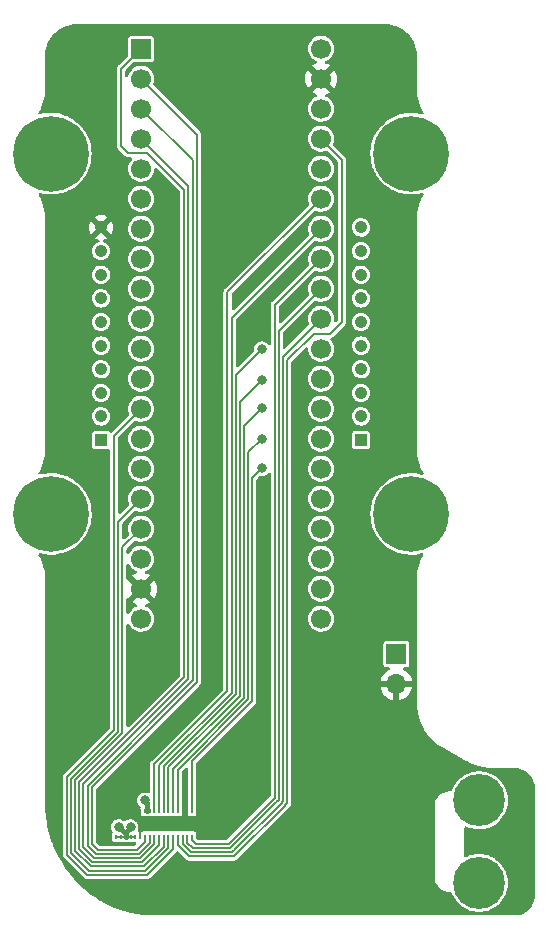
<source format=gbr>
%TF.GenerationSoftware,KiCad,Pcbnew,(6.0.4)*%
%TF.CreationDate,2022-08-11T15:59:35+02:00*%
%TF.ProjectId,STM32_DJI_Gimbal,53544d33-325f-4444-9a49-5f47696d6261,rev?*%
%TF.SameCoordinates,Original*%
%TF.FileFunction,Copper,L2,Bot*%
%TF.FilePolarity,Positive*%
%FSLAX46Y46*%
G04 Gerber Fmt 4.6, Leading zero omitted, Abs format (unit mm)*
G04 Created by KiCad (PCBNEW (6.0.4)) date 2022-08-11 15:59:35*
%MOMM*%
%LPD*%
G01*
G04 APERTURE LIST*
%TA.AperFunction,ComponentPad*%
%ADD10R,1.700000X1.700000*%
%TD*%
%TA.AperFunction,ComponentPad*%
%ADD11O,1.700000X1.700000*%
%TD*%
%TA.AperFunction,ComponentPad*%
%ADD12C,0.800000*%
%TD*%
%TA.AperFunction,ComponentPad*%
%ADD13C,6.400000*%
%TD*%
%TA.AperFunction,ComponentPad*%
%ADD14C,0.700000*%
%TD*%
%TA.AperFunction,ComponentPad*%
%ADD15C,4.400000*%
%TD*%
%TA.AperFunction,ComponentPad*%
%ADD16C,1.700000*%
%TD*%
%TA.AperFunction,ComponentPad*%
%ADD17C,1.050000*%
%TD*%
%TA.AperFunction,ComponentPad*%
%ADD18R,1.050000X1.050000*%
%TD*%
%TA.AperFunction,SMDPad,CuDef*%
%ADD19R,0.300000X0.750000*%
%TD*%
%TA.AperFunction,SMDPad,CuDef*%
%ADD20R,0.230000X0.420000*%
%TD*%
%TA.AperFunction,ViaPad*%
%ADD21C,0.800000*%
%TD*%
%TA.AperFunction,Conductor*%
%ADD22C,0.400000*%
%TD*%
%TA.AperFunction,Conductor*%
%ADD23C,0.200000*%
%TD*%
G04 APERTURE END LIST*
D10*
%TO.P,J2,1,Pin_1*%
%TO.N,+BATT*%
X164000000Y-127125000D03*
D11*
%TO.P,J2,2,Pin_2*%
%TO.N,GND*%
X164000000Y-129665000D03*
%TD*%
D12*
%TO.P,H6,1*%
%TO.N,N/C*%
X165250000Y-82350000D03*
X166947056Y-86447056D03*
X166947056Y-83052944D03*
X167650000Y-84750000D03*
D13*
X165250000Y-84750000D03*
D12*
X165250000Y-87150000D03*
X163552944Y-83052944D03*
X163552944Y-86447056D03*
X162850000Y-84750000D03*
%TD*%
%TO.P,H5,1*%
%TO.N,N/C*%
X165250000Y-112850000D03*
X166947056Y-116947056D03*
X166947056Y-113552944D03*
X167650000Y-115250000D03*
D13*
X165250000Y-115250000D03*
D12*
X165250000Y-117650000D03*
X163552944Y-113552944D03*
X163552944Y-116947056D03*
X162850000Y-115250000D03*
%TD*%
D14*
%TO.P,H4,1*%
%TO.N,N/C*%
X172166726Y-147666726D03*
X171000000Y-144850000D03*
X169833274Y-145333274D03*
X169350000Y-146500000D03*
X172166726Y-145333274D03*
X169833274Y-147666726D03*
X171000000Y-148150000D03*
D15*
X171000000Y-146500000D03*
D14*
X172650000Y-146500000D03*
%TD*%
%TO.P,H3,1*%
%TO.N,N/C*%
X172166726Y-140666726D03*
X171000000Y-137850000D03*
X169833274Y-138333274D03*
X169350000Y-139500000D03*
X172166726Y-138333274D03*
X169833274Y-140666726D03*
X171000000Y-141150000D03*
D15*
X171000000Y-139500000D03*
D14*
X172650000Y-139500000D03*
%TD*%
D12*
%TO.P,H2,1*%
%TO.N,N/C*%
X134750000Y-112850000D03*
X136447056Y-116947056D03*
X136447056Y-113552944D03*
X137150000Y-115250000D03*
D13*
X134750000Y-115250000D03*
D12*
X134750000Y-117650000D03*
X133052944Y-113552944D03*
X133052944Y-116947056D03*
X132350000Y-115250000D03*
%TD*%
%TO.P,H1,1*%
%TO.N,N/C*%
X134750000Y-82350000D03*
X136447056Y-86447056D03*
X136447056Y-83052944D03*
X137150000Y-84750000D03*
D13*
X134750000Y-84750000D03*
D12*
X134750000Y-87150000D03*
X133052944Y-83052944D03*
X133052944Y-86447056D03*
X132350000Y-84750000D03*
%TD*%
D10*
%TO.P,U1,1,PB12*%
%TO.N,/M1_Fault*%
X142380000Y-75870000D03*
D16*
%TO.P,U1,2,PB13*%
%TO.N,/M1_PWM1*%
X142380000Y-78410000D03*
%TO.P,U1,3,PB14*%
%TO.N,/M1_PWM2*%
X142380000Y-80950000D03*
%TO.P,U1,4,PB15*%
%TO.N,/M1_PWM3*%
X142380000Y-83490000D03*
%TO.P,U1,5,PA8*%
%TO.N,unconnected-(U1-Pad5)*%
X142380000Y-86030000D03*
%TO.P,U1,6,PA9*%
%TO.N,unconnected-(U1-Pad6)*%
X142380000Y-88570000D03*
%TO.P,U1,7,PA10*%
%TO.N,unconnected-(U1-Pad7)*%
X142380000Y-91110000D03*
%TO.P,U1,8,PA11*%
%TO.N,unconnected-(U1-Pad8)*%
X142380000Y-93650000D03*
%TO.P,U1,9,PA12*%
%TO.N,unconnected-(U1-Pad9)*%
X142380000Y-96190000D03*
%TO.P,U1,10,PA15*%
%TO.N,unconnected-(U1-Pad10)*%
X142380000Y-98730000D03*
%TO.P,U1,11,PB3*%
%TO.N,unconnected-(U1-Pad11)*%
X142380000Y-101270000D03*
%TO.P,U1,12,PB4*%
%TO.N,unconnected-(U1-Pad12)*%
X142380000Y-103810000D03*
%TO.P,U1,13,PB5*%
%TO.N,/M2_PWM3*%
X142380000Y-106350000D03*
%TO.P,U1,14,PB6*%
%TO.N,/SCL*%
X142380000Y-108890000D03*
%TO.P,U1,15,PB7*%
%TO.N,/SDA*%
X142380000Y-111430000D03*
%TO.P,U1,16,PB8*%
%TO.N,/M2_PWM2*%
X142380000Y-113970000D03*
%TO.P,U1,17,PB9*%
%TO.N,/M2_PWM1*%
X142380000Y-116510000D03*
%TO.P,U1,18,5V*%
%TO.N,+5V*%
X142380000Y-119050000D03*
%TO.P,U1,19,GND*%
%TO.N,GND*%
X142380000Y-121590000D03*
%TO.P,U1,20,3V3*%
%TO.N,+3V3*%
X142380000Y-124130000D03*
%TO.P,U1,21,VBat*%
%TO.N,unconnected-(U1-Pad21)*%
X157620000Y-124130000D03*
%TO.P,U1,22,PC13*%
%TO.N,unconnected-(U1-Pad22)*%
X157620000Y-121590000D03*
%TO.P,U1,23,PC14*%
%TO.N,unconnected-(U1-Pad23)*%
X157620000Y-119050000D03*
%TO.P,U1,24,PC15*%
%TO.N,unconnected-(U1-Pad24)*%
X157620000Y-116510000D03*
%TO.P,U1,25,RES*%
%TO.N,unconnected-(U1-Pad25)*%
X157620000Y-113970000D03*
%TO.P,U1,26,PA0*%
%TO.N,/M3_Fault*%
X157620000Y-111430000D03*
%TO.P,U1,27,PA1*%
%TO.N,/M3_Hall2*%
X157620000Y-108890000D03*
%TO.P,U1,28,PA2*%
%TO.N,/M3_Hall1*%
X157620000Y-106350000D03*
%TO.P,U1,29,PA3*%
%TO.N,/M2_Hall2*%
X157620000Y-103810000D03*
%TO.P,U1,30,PA4*%
%TO.N,/M2_Hall1*%
X157620000Y-101270000D03*
%TO.P,U1,31,PA5*%
%TO.N,/M3_PWM1*%
X157620000Y-98730000D03*
%TO.P,U1,32,PA6*%
%TO.N,/M3_PWM2*%
X157620000Y-96190000D03*
%TO.P,U1,33,PA7*%
%TO.N,/M3_PWM3*%
X157620000Y-93650000D03*
%TO.P,U1,34,PB0*%
%TO.N,/M1_Hall2*%
X157620000Y-91110000D03*
%TO.P,U1,35,PB1*%
%TO.N,/M1_Hall1*%
X157620000Y-88570000D03*
%TO.P,U1,36,PB2*%
%TO.N,unconnected-(U1-Pad36)*%
X157620000Y-86030000D03*
%TO.P,U1,37,PB10*%
%TO.N,/M2_Fault*%
X157620000Y-83490000D03*
%TO.P,U1,38,3V3*%
%TO.N,unconnected-(U1-Pad38)*%
X157620000Y-80950000D03*
%TO.P,U1,39,GND*%
%TO.N,GND*%
X157620000Y-78410000D03*
%TO.P,U1,40,5V*%
%TO.N,+5V*%
X157620000Y-75870000D03*
%TD*%
D17*
%TO.P,P2,10,VUSB*%
%TO.N,unconnected-(P2-Pad10)*%
X161000000Y-91000000D03*
%TO.P,P2,9,VCOM*%
%TO.N,+BATT*%
X161000000Y-93000000D03*
%TO.P,P2,8,OW*%
%TO.N,/ow*%
X161000000Y-95000000D03*
%TO.P,P2,7,WKUP*%
%TO.N,unconnected-(P2-Pad7)*%
X161000000Y-97000000D03*
%TO.P,P2,6,N_IO_1*%
%TO.N,unconnected-(P2-Pad6)*%
X161000000Y-99000000D03*
%TO.P,P2,5,MOSI*%
%TO.N,unconnected-(P2-Pad5)*%
X161000000Y-101000000D03*
%TO.P,P2,4,MISO*%
%TO.N,unconnected-(P2-Pad4)*%
X161000000Y-103000000D03*
%TO.P,P2,3,SCK*%
%TO.N,unconnected-(P2-Pad3)*%
X161000000Y-105000000D03*
%TO.P,P2,2,RX2*%
%TO.N,unconnected-(P2-Pad2)*%
X161000000Y-107000000D03*
D18*
%TO.P,P2,1,TX2*%
%TO.N,unconnected-(P2-Pad1)*%
X161000000Y-109000000D03*
%TD*%
%TO.P,P1,1,VCC*%
%TO.N,+3V0*%
X139000000Y-109000000D03*
D17*
%TO.P,P1,2,RX1*%
%TO.N,unconnected-(P1-Pad2)*%
X139000000Y-107000000D03*
%TO.P,P1,3,TX1*%
%TO.N,unconnected-(P1-Pad3)*%
X139000000Y-105000000D03*
%TO.P,P1,4,SDA*%
%TO.N,/SDA*%
X139000000Y-103000000D03*
%TO.P,P1,5,SCL*%
%TO.N,/SCL*%
X139000000Y-101000000D03*
%TO.P,P1,6,IO_1*%
%TO.N,unconnected-(P1-Pad6)*%
X139000000Y-99000000D03*
%TO.P,P1,7,IO_2*%
%TO.N,unconnected-(P1-Pad7)*%
X139000000Y-97000000D03*
%TO.P,P1,8,IO_3*%
%TO.N,unconnected-(P1-Pad8)*%
X139000000Y-95000000D03*
%TO.P,P1,9,IO_4*%
%TO.N,unconnected-(P1-Pad9)*%
X139000000Y-93000000D03*
%TO.P,P1,10,GND*%
%TO.N,GND*%
X139000000Y-91000000D03*
%TD*%
D19*
%TO.P,J1,MP4,MP4*%
%TO.N,GND*%
X139090000Y-140575000D03*
%TO.P,J1,MP3,MP3*%
X139090000Y-142425000D03*
%TO.P,J1,MP2,MP2*%
X147910000Y-142425000D03*
%TO.P,J1,MP1,MP1*%
X147910000Y-140575000D03*
D20*
%TO.P,J1,34,34*%
X140300000Y-140410000D03*
%TO.P,J1,33,33*%
%TO.N,+5V*%
X140300000Y-142590000D03*
%TO.P,J1,32,32*%
%TO.N,GND*%
X140700000Y-140410000D03*
%TO.P,J1,31,31*%
%TO.N,+5V*%
X140700000Y-142590000D03*
%TO.P,J1,30,30*%
%TO.N,GND*%
X141100000Y-140410000D03*
%TO.P,J1,29,29*%
%TO.N,+5V*%
X141100000Y-142590000D03*
%TO.P,J1,28,28*%
%TO.N,GND*%
X141500000Y-140410000D03*
%TO.P,J1,27,27*%
%TO.N,+5V*%
X141500000Y-142590000D03*
%TO.P,J1,26,26*%
%TO.N,GND*%
X141900000Y-140410000D03*
%TO.P,J1,25,25*%
%TO.N,+5V*%
X141900000Y-142590000D03*
%TO.P,J1,24,24*%
%TO.N,GND*%
X142300000Y-140410000D03*
%TO.P,J1,23,23*%
X142300000Y-142590000D03*
%TO.P,J1,22,22*%
%TO.N,+5V*%
X142700000Y-140410000D03*
%TO.P,J1,21,21*%
%TO.N,/M1_PWM1*%
X142700000Y-142590000D03*
%TO.P,J1,20,20*%
%TO.N,+5V*%
X143100000Y-140410000D03*
%TO.P,J1,19,19*%
%TO.N,/M1_PWM2*%
X143100000Y-142590000D03*
%TO.P,J1,18,18*%
%TO.N,/M1_Hall1*%
X143500000Y-140410000D03*
%TO.P,J1,17,17*%
%TO.N,/M1_PWM3*%
X143500000Y-142590000D03*
%TO.P,J1,16,16*%
%TO.N,/M1_Hall2*%
X143900000Y-140410000D03*
%TO.P,J1,15,15*%
%TO.N,/M1_Fault*%
X143900000Y-142590000D03*
%TO.P,J1,14,14*%
%TO.N,/M2_Hall1*%
X144300000Y-140410000D03*
%TO.P,J1,13,13*%
%TO.N,/M2_PWM1*%
X144300000Y-142590000D03*
%TO.P,J1,12,12*%
%TO.N,/M2_Hall2*%
X144700000Y-140410000D03*
%TO.P,J1,11,11*%
%TO.N,/M2_PWM2*%
X144700000Y-142590000D03*
%TO.P,J1,10,10*%
%TO.N,/M3_Hall1*%
X145100000Y-140410000D03*
%TO.P,J1,9,9*%
%TO.N,/M2_PWM3*%
X145100000Y-142590000D03*
%TO.P,J1,8,8*%
%TO.N,/M3_Hall2*%
X145500000Y-140410000D03*
%TO.P,J1,7,7*%
%TO.N,/M2_Fault*%
X145500000Y-142590000D03*
%TO.P,J1,6,6*%
%TO.N,GND*%
X145900000Y-140410000D03*
%TO.P,J1,5,5*%
%TO.N,/M3_PWM1*%
X145900000Y-142590000D03*
%TO.P,J1,4,4*%
%TO.N,GND*%
X146300000Y-140410000D03*
%TO.P,J1,3,3*%
%TO.N,/M3_PWM2*%
X146300000Y-142590000D03*
%TO.P,J1,2,2*%
%TO.N,/M3_Fault*%
X146700000Y-140410000D03*
%TO.P,J1,1,1*%
%TO.N,/M3_PWM3*%
X146700000Y-142590000D03*
%TD*%
D21*
%TO.N,GND*%
X156000000Y-131400000D03*
X150600000Y-96800000D03*
X152600000Y-99200000D03*
X156000000Y-105200000D03*
X156000000Y-102600000D03*
X152750000Y-129000000D03*
X175000000Y-143000000D03*
X174500000Y-148000000D03*
X174500000Y-138000000D03*
X142240000Y-127762000D03*
X142240000Y-130810000D03*
X148336000Y-126746000D03*
X151384000Y-88392000D03*
X163830000Y-75438000D03*
X138684000Y-112776000D03*
X147066000Y-131318000D03*
X161000000Y-140000000D03*
X157000000Y-139750000D03*
X157750000Y-135750000D03*
X152500000Y-134250000D03*
%TO.N,+5V*%
X141500000Y-141750000D03*
X140500000Y-141750000D03*
%TO.N,GND*%
X149098000Y-141986000D03*
X139500000Y-139100000D03*
X141000000Y-139000000D03*
%TO.N,+5V*%
X142700000Y-139500000D03*
%TO.N,/M3_Hall1*%
X152600000Y-106300000D03*
%TO.N,/M3_Hall2*%
X152600000Y-108900000D03*
%TO.N,/M3_Fault*%
X152600000Y-111400000D03*
%TO.N,/M2_Hall2*%
X152600000Y-103900000D03*
%TO.N,/M2_Hall1*%
X152600000Y-101300000D03*
%TO.N,GND*%
X165300000Y-141400000D03*
X145050000Y-88650000D03*
X145050000Y-107150000D03*
X149000000Y-138600000D03*
X144200000Y-134000000D03*
X154300000Y-74900000D03*
X146300000Y-74900000D03*
X135300000Y-89900000D03*
X165300000Y-134900000D03*
X160000000Y-124200000D03*
X164300000Y-119900000D03*
X164300000Y-110900000D03*
X164300000Y-88900000D03*
X135300000Y-77900000D03*
X135300000Y-97900000D03*
X135300000Y-122900000D03*
X135400000Y-133600000D03*
X142800000Y-148500000D03*
X155300000Y-148500000D03*
X165300000Y-148500000D03*
%TD*%
D22*
%TO.N,+5V*%
X142890000Y-139690000D02*
X142700000Y-139500000D01*
X142890000Y-140410000D02*
X142890000Y-139690000D01*
X141100000Y-142150000D02*
X141500000Y-141750000D01*
X141100000Y-142590000D02*
X141100000Y-142150000D01*
X141100000Y-142350000D02*
X140500000Y-141750000D01*
X141100000Y-142590000D02*
X141100000Y-142350000D01*
D23*
%TO.N,/M3_PWM3*%
X153700000Y-139300000D02*
X153700000Y-97570000D01*
X147000000Y-143200000D02*
X149800000Y-143200000D01*
X149800000Y-143200000D02*
X153700000Y-139300000D01*
X146700000Y-142900000D02*
X147000000Y-143200000D01*
X146700000Y-142590000D02*
X146700000Y-142900000D01*
X153700000Y-97570000D02*
X157620000Y-93650000D01*
%TO.N,/M3_PWM2*%
X146300000Y-143100000D02*
X146300000Y-142590000D01*
X149944772Y-143549511D02*
X146749511Y-143549511D01*
X150094284Y-143400000D02*
X149944772Y-143549511D01*
X150094296Y-143400000D02*
X150094284Y-143400000D01*
X153849519Y-139644777D02*
X150094296Y-143400000D01*
X153849519Y-139644765D02*
X153849519Y-139644777D01*
X146749511Y-143549511D02*
X146300000Y-143100000D01*
X154049511Y-139444773D02*
X153849519Y-139644765D01*
X154049511Y-99760489D02*
X154049511Y-139444773D01*
%TO.N,/M3_PWM1*%
X154200000Y-139788567D02*
X154399022Y-139589545D01*
%TO.N,/M3_PWM2*%
X157620000Y-96190000D02*
X154049511Y-99760489D01*
%TO.N,/M3_PWM1*%
X154200000Y-139800000D02*
X154200000Y-139788567D01*
X150250480Y-143749520D02*
X154200000Y-139800000D01*
X150239045Y-143749520D02*
X150250480Y-143749520D01*
X145900000Y-143194284D02*
X146604739Y-143899022D01*
X150089544Y-143899022D02*
X150239045Y-143749520D01*
X154399022Y-101950978D02*
X157620000Y-98730000D01*
X145900000Y-142590000D02*
X145900000Y-143194284D01*
X154399022Y-139589545D02*
X154399022Y-101950978D01*
X146604739Y-143899022D02*
X150089544Y-143899022D01*
%TO.N,/M2_Fault*%
X159400000Y-85270000D02*
X157620000Y-83490000D01*
X158400000Y-100000000D02*
X159400000Y-99000000D01*
X157000000Y-100000000D02*
X158400000Y-100000000D01*
X154748533Y-102251467D02*
X157000000Y-100000000D01*
X154549519Y-139933332D02*
X154748533Y-139734317D01*
X150251467Y-144248533D02*
X154549519Y-139950481D01*
X145500000Y-143300000D02*
X146448533Y-144248533D01*
X145500000Y-142590000D02*
X145500000Y-143300000D01*
X159400000Y-99000000D02*
X159400000Y-85270000D01*
X146448533Y-144248533D02*
X150251467Y-144248533D01*
X154748533Y-139734317D02*
X154748533Y-102251467D01*
X154549519Y-139950481D02*
X154549519Y-139933332D01*
%TO.N,GND*%
X146300000Y-141300000D02*
X147185000Y-141300000D01*
X146090000Y-141090000D02*
X146300000Y-141300000D01*
X146090000Y-140410000D02*
X146090000Y-141090000D01*
X146090000Y-140410000D02*
X145900000Y-140410000D01*
X146300000Y-140410000D02*
X146090000Y-140410000D01*
X147185000Y-141300000D02*
X147910000Y-140575000D01*
%TO.N,+5V*%
X142890000Y-140410000D02*
X142700000Y-140410000D01*
X143100000Y-140410000D02*
X142890000Y-140410000D01*
%TO.N,/M1_PWM1*%
X147100000Y-83130000D02*
X142380000Y-78410000D01*
X138200000Y-138400000D02*
X147100000Y-129500000D01*
X138702934Y-143702934D02*
X138200000Y-143200000D01*
X142700000Y-143014022D02*
X142011088Y-143702934D01*
%TO.N,/M1_Fault*%
X140700000Y-77550000D02*
X142380000Y-75870000D01*
%TO.N,/M1_PWM1*%
X142700000Y-142590000D02*
X142700000Y-143014022D01*
%TO.N,/M1_Fault*%
X140700000Y-84100000D02*
X140700000Y-77550000D01*
%TO.N,/M1_PWM1*%
X147100000Y-129500000D02*
X147100000Y-83130000D01*
%TO.N,/M1_Fault*%
X141300000Y-84700000D02*
X140700000Y-84100000D01*
X142900000Y-84700000D02*
X141300000Y-84700000D01*
%TO.N,/M1_PWM1*%
X142011088Y-143702934D02*
X138702934Y-143702934D01*
%TO.N,/M1_Fault*%
X146051467Y-87851467D02*
X142900000Y-84700000D01*
X137151467Y-143634317D02*
X137151467Y-137965682D01*
X142465679Y-144751467D02*
X138268618Y-144751467D01*
X143900000Y-143317148D02*
X142465679Y-144751467D01*
X143900000Y-142590000D02*
X143900000Y-143317148D01*
%TO.N,/M1_PWM3*%
X146400978Y-87510978D02*
X142380000Y-83490000D01*
X146400978Y-129210454D02*
X146400978Y-87510978D01*
X137500978Y-143489545D02*
X137500978Y-138110455D01*
X138413390Y-144401956D02*
X137500978Y-143489545D01*
X142320907Y-144401956D02*
X138413390Y-144401956D01*
X143500000Y-143222864D02*
X142320907Y-144401956D01*
%TO.N,/M1_Fault*%
X138268618Y-144751467D02*
X137151467Y-143634317D01*
%TO.N,/M1_PWM3*%
X143500000Y-142590000D02*
X143500000Y-143222864D01*
%TO.N,/M1_PWM2*%
X143100000Y-143128580D02*
X143100000Y-142590000D01*
%TO.N,/M1_PWM1*%
X138200000Y-143200000D02*
X138200000Y-138400000D01*
%TO.N,/M1_PWM2*%
X142176135Y-144052445D02*
X143100000Y-143128580D01*
X137850489Y-143344773D02*
X138558162Y-144052445D01*
X146750489Y-129355227D02*
X137850489Y-138255228D01*
X137850489Y-138255228D02*
X137850489Y-143344773D01*
X138558162Y-144052445D02*
X142176135Y-144052445D01*
X146750489Y-85320489D02*
X146750489Y-129355227D01*
X142380000Y-80950000D02*
X146750489Y-85320489D01*
%TO.N,/M1_Fault*%
X137151467Y-137965682D02*
X146051467Y-129065681D01*
%TO.N,/M1_PWM3*%
X137500978Y-138110455D02*
X146400978Y-129210454D01*
%TO.N,/M1_Fault*%
X146051467Y-129065681D02*
X146051467Y-87851467D01*
%TO.N,/M3_Fault*%
X151800000Y-112200000D02*
X152600000Y-111400000D01*
X151800000Y-131100000D02*
X151800000Y-112200000D01*
X146700000Y-136200000D02*
X151800000Y-131100000D01*
X146700000Y-140410000D02*
X146700000Y-136200000D01*
%TO.N,/M1_Hall1*%
X149702939Y-96487061D02*
X157620000Y-88570000D01*
X149702939Y-130231359D02*
X149702939Y-96487061D01*
%TO.N,/M1_Hall2*%
X150052449Y-130376132D02*
X150052449Y-98677551D01*
X143900000Y-136528581D02*
X150052449Y-130376132D01*
%TO.N,/M2_Hall1*%
X150401959Y-103498041D02*
X152600000Y-101300000D01*
%TO.N,/M1_Hall2*%
X143900000Y-140410000D02*
X143900000Y-136528581D01*
%TO.N,/M2_Hall1*%
X150401959Y-130520905D02*
X150401959Y-103498041D01*
X144300000Y-136622864D02*
X150401959Y-130520905D01*
%TO.N,/M1_Hall1*%
X143500000Y-136434298D02*
X149702939Y-130231359D01*
%TO.N,/M2_Hall1*%
X144300000Y-140410000D02*
X144300000Y-136622864D01*
%TO.N,/M2_Hall2*%
X150751469Y-105748531D02*
X152600000Y-103900000D01*
X150751467Y-130665681D02*
X150751469Y-105748531D01*
X144700000Y-136717148D02*
X150751467Y-130665681D01*
X144700000Y-140410000D02*
X144700000Y-136717148D01*
%TO.N,/M1_Hall1*%
X143500000Y-140410000D02*
X143500000Y-136434298D01*
%TO.N,/M3_Hall1*%
X151100978Y-130810454D02*
X151100979Y-107799021D01*
%TO.N,/M3_Hall2*%
X151450489Y-110049511D02*
X152600000Y-108900000D01*
%TO.N,/M3_Hall1*%
X145100000Y-140410000D02*
X145100000Y-136811432D01*
%TO.N,/M3_Hall2*%
X151450489Y-130955227D02*
X151450489Y-110049511D01*
X145500000Y-136905716D02*
X151450489Y-130955227D01*
%TO.N,/M3_Hall1*%
X145100000Y-136811432D02*
X151100978Y-130810454D01*
%TO.N,/M3_Hall2*%
X145500000Y-140410000D02*
X145500000Y-136905716D01*
%TO.N,/M3_Hall1*%
X151100979Y-107799021D02*
X152600000Y-106300000D01*
%TO.N,/M1_Hall2*%
X150052449Y-98677551D02*
X157620000Y-91110000D01*
%TO.N,/M2_PWM3*%
X140100000Y-108630000D02*
X142380000Y-106350000D01*
X136102934Y-137531365D02*
X140100000Y-133534299D01*
X136102934Y-144091525D02*
X136102934Y-137531365D01*
X137811409Y-145800000D02*
X136102934Y-144091525D01*
%TO.N,/M2_PWM2*%
X140450480Y-115899520D02*
X142380000Y-113970000D01*
X140450480Y-133678102D02*
X140450480Y-115899520D01*
X144700000Y-142590000D02*
X144700000Y-143505716D01*
%TO.N,/M2_PWM1*%
X136801956Y-143779089D02*
X136801956Y-137820909D01*
X142610454Y-145100978D02*
X138123845Y-145100978D01*
%TO.N,/M2_PWM3*%
X145100000Y-143600000D02*
X142899998Y-145800000D01*
%TO.N,/M2_PWM1*%
X144300000Y-142590000D02*
X144300000Y-143411432D01*
X144300000Y-143411432D02*
X142610454Y-145100978D01*
X140800000Y-133822865D02*
X140800000Y-118090000D01*
%TO.N,/M2_PWM2*%
X136452447Y-137676135D02*
X140450480Y-133678102D01*
X137956193Y-145450489D02*
X136452447Y-143946743D01*
%TO.N,/M2_PWM3*%
X140100000Y-133534299D02*
X140100000Y-108630000D01*
%TO.N,/M2_PWM2*%
X144700000Y-143505716D02*
X142755226Y-145450489D01*
%TO.N,/M2_PWM3*%
X142899998Y-145800000D02*
X137811409Y-145800000D01*
%TO.N,/M2_PWM1*%
X138123845Y-145100978D02*
X136801956Y-143779089D01*
%TO.N,/M2_PWM2*%
X136452447Y-143946743D02*
X136452447Y-137676135D01*
X142755226Y-145450489D02*
X137956193Y-145450489D01*
%TO.N,/M2_PWM1*%
X136801956Y-137820909D02*
X140800000Y-133822865D01*
%TO.N,/M2_PWM3*%
X145100000Y-142590000D02*
X145100000Y-143600000D01*
%TO.N,/M2_PWM1*%
X140800000Y-118090000D02*
X142380000Y-116510000D01*
%TO.N,GND*%
X139255000Y-140410000D02*
X140300000Y-140410000D01*
X139090000Y-140575000D02*
X139255000Y-140410000D01*
X142300000Y-142590000D02*
X142300000Y-140410000D01*
%TO.N,+5V*%
X140300000Y-142590000D02*
X141900000Y-142590000D01*
%TO.N,GND*%
X142300000Y-140410000D02*
X140300000Y-140410000D01*
%TD*%
%TA.AperFunction,Conductor*%
%TO.N,GND*%
G36*
X162987306Y-73752883D02*
G01*
X163000000Y-73755408D01*
X163011978Y-73753026D01*
X163024191Y-73753026D01*
X163024191Y-73753219D01*
X163034950Y-73752463D01*
X163129045Y-73757747D01*
X163300894Y-73767398D01*
X163314712Y-73768955D01*
X163604953Y-73818269D01*
X163618510Y-73821363D01*
X163901413Y-73902866D01*
X163914538Y-73907459D01*
X164186528Y-74020121D01*
X164199056Y-74026154D01*
X164298461Y-74081093D01*
X164456732Y-74168566D01*
X164468495Y-74175957D01*
X164645059Y-74301236D01*
X164708605Y-74346324D01*
X164719477Y-74354995D01*
X164938997Y-74551171D01*
X164948829Y-74561003D01*
X165145005Y-74780523D01*
X165153676Y-74791395D01*
X165168586Y-74812408D01*
X165302698Y-75001421D01*
X165324039Y-75031499D01*
X165331437Y-75043273D01*
X165473846Y-75300944D01*
X165479879Y-75313472D01*
X165592541Y-75585462D01*
X165597134Y-75598587D01*
X165676382Y-75873661D01*
X165678637Y-75881490D01*
X165681731Y-75895047D01*
X165731045Y-76185288D01*
X165732602Y-76199106D01*
X165742253Y-76370955D01*
X165745154Y-76422607D01*
X165747537Y-76465048D01*
X165746781Y-76475809D01*
X165746974Y-76475809D01*
X165746974Y-76488022D01*
X165744592Y-76500000D01*
X165746975Y-76511979D01*
X165747117Y-76512694D01*
X165749500Y-76536885D01*
X165749500Y-79403926D01*
X165747117Y-79428116D01*
X165744592Y-79440811D01*
X165746192Y-79448853D01*
X165746544Y-79456214D01*
X165746740Y-79460307D01*
X165760662Y-79751386D01*
X165780717Y-79890298D01*
X165804620Y-80055862D01*
X165805091Y-80059125D01*
X165805789Y-80061992D01*
X165805791Y-80062000D01*
X165876705Y-80353088D01*
X165878686Y-80361219D01*
X165980777Y-80654911D01*
X166110432Y-80937519D01*
X166151232Y-81007842D01*
X166264102Y-81202387D01*
X166266466Y-81206462D01*
X166268192Y-81208873D01*
X166277572Y-81221976D01*
X166300589Y-81287945D01*
X166284287Y-81355886D01*
X166233840Y-81404228D01*
X166165267Y-81417623D01*
X166149907Y-81415216D01*
X165882284Y-81355886D01*
X165814384Y-81340833D01*
X165660265Y-81323818D01*
X165446223Y-81300187D01*
X165446215Y-81300187D01*
X165442895Y-81299820D01*
X165439553Y-81299814D01*
X165439550Y-81299814D01*
X165248957Y-81299482D01*
X165069150Y-81299168D01*
X165065822Y-81299524D01*
X165065816Y-81299524D01*
X164700848Y-81338528D01*
X164700842Y-81338529D01*
X164697520Y-81338884D01*
X164471607Y-81388141D01*
X164335631Y-81417788D01*
X164335626Y-81417789D01*
X164332353Y-81418503D01*
X163977921Y-81537094D01*
X163638369Y-81693270D01*
X163635487Y-81694995D01*
X163635481Y-81694998D01*
X163364452Y-81857206D01*
X163317671Y-81885204D01*
X163019577Y-82110651D01*
X163017139Y-82112949D01*
X163017136Y-82112951D01*
X163008859Y-82120751D01*
X162747575Y-82366973D01*
X162727191Y-82390839D01*
X162537299Y-82613174D01*
X162504846Y-82651171D01*
X162294231Y-82959922D01*
X162292651Y-82962880D01*
X162292651Y-82962881D01*
X162229804Y-83080584D01*
X162118192Y-83289614D01*
X161978789Y-83636389D01*
X161977883Y-83639611D01*
X161977882Y-83639615D01*
X161879074Y-83991137D01*
X161877653Y-83996191D01*
X161877099Y-83999499D01*
X161877099Y-83999501D01*
X161818628Y-84348913D01*
X161815967Y-84364812D01*
X161810587Y-84458121D01*
X161800259Y-84637250D01*
X161794453Y-84737938D01*
X161813362Y-85111205D01*
X161872473Y-85480247D01*
X161873361Y-85483493D01*
X161967769Y-85828591D01*
X161971094Y-85840747D01*
X162030413Y-85991336D01*
X162093250Y-86150856D01*
X162108073Y-86188487D01*
X162109631Y-86191455D01*
X162109634Y-86191461D01*
X162263479Y-86484491D01*
X162281806Y-86519399D01*
X162283671Y-86522175D01*
X162283672Y-86522176D01*
X162480534Y-86815137D01*
X162490261Y-86829613D01*
X162514500Y-86858398D01*
X162703108Y-87082377D01*
X162730999Y-87115499D01*
X162733419Y-87117812D01*
X162733425Y-87117818D01*
X162760865Y-87144040D01*
X163001205Y-87373714D01*
X163297718Y-87601236D01*
X163617069Y-87795404D01*
X163620105Y-87796826D01*
X163620114Y-87796831D01*
X163952474Y-87952520D01*
X163952479Y-87952522D01*
X163955521Y-87953947D01*
X164083100Y-87997627D01*
X164305947Y-88073925D01*
X164305953Y-88073927D01*
X164309117Y-88075010D01*
X164491418Y-88116093D01*
X164670443Y-88156438D01*
X164670448Y-88156439D01*
X164673719Y-88157176D01*
X164677048Y-88157555D01*
X164677052Y-88157556D01*
X164914233Y-88184580D01*
X165045063Y-88199486D01*
X165048416Y-88199504D01*
X165048423Y-88199504D01*
X165230759Y-88200458D01*
X165418804Y-88201443D01*
X165422141Y-88201098D01*
X165422144Y-88201098D01*
X165541060Y-88188809D01*
X165790570Y-88163024D01*
X165793840Y-88162323D01*
X165793846Y-88162322D01*
X166149741Y-88086025D01*
X166219418Y-88091219D01*
X166275225Y-88133259D01*
X166299444Y-88198797D01*
X166284386Y-88267025D01*
X166276568Y-88279439D01*
X166266472Y-88293542D01*
X166264990Y-88296096D01*
X166264987Y-88296101D01*
X166236120Y-88345857D01*
X166110438Y-88562485D01*
X166109212Y-88565157D01*
X166109208Y-88565165D01*
X166062579Y-88666803D01*
X165980784Y-88845092D01*
X165878693Y-89138783D01*
X165877989Y-89141672D01*
X165877988Y-89141676D01*
X165805798Y-89438000D01*
X165805097Y-89440876D01*
X165804677Y-89443787D01*
X165804675Y-89443796D01*
X165799328Y-89480837D01*
X165760669Y-89748615D01*
X165746201Y-90051101D01*
X165744592Y-90059189D01*
X165746975Y-90071169D01*
X165747117Y-90071883D01*
X165749500Y-90096074D01*
X165749500Y-109903926D01*
X165747117Y-109928117D01*
X165744592Y-109940811D01*
X165746192Y-109948853D01*
X165746544Y-109956214D01*
X165746949Y-109964678D01*
X165760662Y-110251386D01*
X165771890Y-110329155D01*
X165804232Y-110553174D01*
X165805091Y-110559125D01*
X165805789Y-110561992D01*
X165805791Y-110562000D01*
X165877981Y-110858324D01*
X165878686Y-110861219D01*
X165980777Y-111154911D01*
X166110432Y-111437519D01*
X166266466Y-111706462D01*
X166268192Y-111708873D01*
X166277572Y-111721976D01*
X166300589Y-111787945D01*
X166284287Y-111855886D01*
X166233840Y-111904228D01*
X166165267Y-111917623D01*
X166149907Y-111915216D01*
X165848494Y-111848395D01*
X165814384Y-111840833D01*
X165660265Y-111823818D01*
X165446223Y-111800187D01*
X165446215Y-111800187D01*
X165442895Y-111799820D01*
X165439553Y-111799814D01*
X165439550Y-111799814D01*
X165248957Y-111799482D01*
X165069150Y-111799168D01*
X165065822Y-111799524D01*
X165065816Y-111799524D01*
X164700848Y-111838528D01*
X164700842Y-111838529D01*
X164697520Y-111838884D01*
X164488347Y-111884491D01*
X164335631Y-111917788D01*
X164335626Y-111917789D01*
X164332353Y-111918503D01*
X163977921Y-112037094D01*
X163638369Y-112193270D01*
X163635487Y-112194995D01*
X163635481Y-112194998D01*
X163320553Y-112383479D01*
X163317671Y-112385204D01*
X163019577Y-112610651D01*
X163017139Y-112612949D01*
X163017136Y-112612951D01*
X163008859Y-112620751D01*
X162747575Y-112866973D01*
X162745398Y-112869522D01*
X162551084Y-113097034D01*
X162504846Y-113151171D01*
X162502960Y-113153936D01*
X162502956Y-113153941D01*
X162462839Y-113212751D01*
X162294231Y-113459922D01*
X162118192Y-113789614D01*
X161978789Y-114136389D01*
X161977883Y-114139611D01*
X161977882Y-114139615D01*
X161909825Y-114381737D01*
X161877653Y-114496191D01*
X161877099Y-114499499D01*
X161877099Y-114499501D01*
X161821446Y-114832073D01*
X161815967Y-114864812D01*
X161794453Y-115237938D01*
X161813362Y-115611205D01*
X161872473Y-115980247D01*
X161873361Y-115983493D01*
X161910542Y-116119403D01*
X161971094Y-116340747D01*
X162036331Y-116506359D01*
X162105870Y-116682894D01*
X162108073Y-116688487D01*
X162109631Y-116691455D01*
X162109634Y-116691461D01*
X162280249Y-117016434D01*
X162281806Y-117019399D01*
X162283671Y-117022175D01*
X162283672Y-117022176D01*
X162464654Y-117291505D01*
X162490261Y-117329613D01*
X162514500Y-117358398D01*
X162728798Y-117612885D01*
X162730999Y-117615499D01*
X162733419Y-117617812D01*
X162733425Y-117617818D01*
X162760865Y-117644040D01*
X163001205Y-117873714D01*
X163297718Y-118101236D01*
X163617069Y-118295404D01*
X163620105Y-118296826D01*
X163620114Y-118296831D01*
X163952474Y-118452520D01*
X163952479Y-118452522D01*
X163955521Y-118453947D01*
X164145371Y-118518947D01*
X164305947Y-118573925D01*
X164305953Y-118573927D01*
X164309117Y-118575010D01*
X164491418Y-118616093D01*
X164670443Y-118656438D01*
X164670448Y-118656439D01*
X164673719Y-118657176D01*
X164677048Y-118657555D01*
X164677052Y-118657556D01*
X164914233Y-118684580D01*
X165045063Y-118699486D01*
X165048416Y-118699504D01*
X165048423Y-118699504D01*
X165230759Y-118700458D01*
X165418804Y-118701443D01*
X165422141Y-118701098D01*
X165422144Y-118701098D01*
X165541060Y-118688809D01*
X165790570Y-118663024D01*
X165793840Y-118662323D01*
X165793846Y-118662322D01*
X166149741Y-118586025D01*
X166219418Y-118591219D01*
X166275225Y-118633259D01*
X166299444Y-118698797D01*
X166284386Y-118767025D01*
X166276568Y-118779439D01*
X166266472Y-118793542D01*
X166264990Y-118796096D01*
X166264987Y-118796101D01*
X166234534Y-118848591D01*
X166110438Y-119062485D01*
X165980784Y-119345092D01*
X165878693Y-119638783D01*
X165877989Y-119641672D01*
X165877988Y-119641676D01*
X165805798Y-119938000D01*
X165805097Y-119940876D01*
X165804677Y-119943787D01*
X165804675Y-119943796D01*
X165788349Y-120056886D01*
X165760669Y-120248615D01*
X165746201Y-120551101D01*
X165744592Y-120559189D01*
X165746975Y-120571169D01*
X165747117Y-120571883D01*
X165749500Y-120596074D01*
X165749500Y-131266960D01*
X165747117Y-131291150D01*
X165744592Y-131303845D01*
X165745687Y-131309352D01*
X165746057Y-131317834D01*
X165746057Y-131317835D01*
X165746800Y-131334856D01*
X165761633Y-131674655D01*
X165810076Y-132042643D01*
X165890407Y-132405009D01*
X165891219Y-132407583D01*
X165891221Y-132407592D01*
X166001202Y-132756410D01*
X166002017Y-132758994D01*
X166144054Y-133101905D01*
X166145307Y-133104312D01*
X166219022Y-133245916D01*
X166315438Y-133431130D01*
X166316887Y-133433404D01*
X166316889Y-133433408D01*
X166380045Y-133532542D01*
X166514864Y-133744166D01*
X166516505Y-133746304D01*
X166516513Y-133746316D01*
X166627769Y-133891305D01*
X166740816Y-134038628D01*
X166991572Y-134312277D01*
X167265224Y-134563029D01*
X167267365Y-134564671D01*
X167267364Y-134564671D01*
X167557543Y-134787328D01*
X167557549Y-134787332D01*
X167559690Y-134788975D01*
X167868052Y-134985416D01*
X167872299Y-134989141D01*
X167883864Y-134993067D01*
X167883868Y-134993069D01*
X167884558Y-134993303D01*
X167906700Y-135003335D01*
X169914604Y-136162599D01*
X169934362Y-136176758D01*
X169934912Y-136177241D01*
X169934914Y-136177242D01*
X169944093Y-136185292D01*
X169949448Y-136187110D01*
X170273747Y-136355930D01*
X170276252Y-136356968D01*
X170276255Y-136356969D01*
X170486877Y-136444211D01*
X170616656Y-136497967D01*
X170970639Y-136609578D01*
X171333002Y-136689912D01*
X171335670Y-136690263D01*
X171335680Y-136690265D01*
X171566601Y-136720666D01*
X171700989Y-136738359D01*
X172066264Y-136754307D01*
X172071797Y-136755408D01*
X172083777Y-136753025D01*
X172083779Y-136753025D01*
X172084491Y-136752883D01*
X172108682Y-136750500D01*
X173963115Y-136750500D01*
X173987306Y-136752883D01*
X174000000Y-136755408D01*
X174011980Y-136753025D01*
X174024191Y-136753025D01*
X174024191Y-136753654D01*
X174034803Y-136752989D01*
X174240141Y-136767675D01*
X174257640Y-136770191D01*
X174484224Y-136819482D01*
X174501197Y-136824465D01*
X174718463Y-136905501D01*
X174734556Y-136912851D01*
X174938069Y-137023978D01*
X174952952Y-137033543D01*
X175138579Y-137172501D01*
X175151950Y-137184087D01*
X175315913Y-137348050D01*
X175327499Y-137361421D01*
X175466457Y-137547048D01*
X175476022Y-137561931D01*
X175587149Y-137765444D01*
X175594499Y-137781537D01*
X175675535Y-137998803D01*
X175680518Y-138015776D01*
X175729809Y-138242360D01*
X175732326Y-138259865D01*
X175747011Y-138465195D01*
X175746346Y-138475809D01*
X175746975Y-138475809D01*
X175746975Y-138488020D01*
X175744592Y-138500000D01*
X175746975Y-138511980D01*
X175747117Y-138512694D01*
X175749500Y-138536885D01*
X175749500Y-147463115D01*
X175747117Y-147487306D01*
X175744592Y-147500000D01*
X175746975Y-147511980D01*
X175746975Y-147524191D01*
X175746346Y-147524191D01*
X175747011Y-147534805D01*
X175732326Y-147740135D01*
X175729809Y-147757640D01*
X175680519Y-147984222D01*
X175675535Y-148001197D01*
X175594499Y-148218463D01*
X175587149Y-148234556D01*
X175476022Y-148438069D01*
X175466457Y-148452952D01*
X175327499Y-148638579D01*
X175315913Y-148651950D01*
X175151950Y-148815913D01*
X175138579Y-148827499D01*
X174952952Y-148966457D01*
X174938069Y-148976022D01*
X174734556Y-149087149D01*
X174718463Y-149094499D01*
X174501197Y-149175535D01*
X174484224Y-149180518D01*
X174257640Y-149229809D01*
X174240141Y-149232325D01*
X174034803Y-149247011D01*
X174024191Y-149246346D01*
X174024191Y-149246975D01*
X174011980Y-149246975D01*
X174000000Y-149244592D01*
X173988020Y-149246975D01*
X173987306Y-149247117D01*
X173963115Y-149249500D01*
X143716377Y-149249500D01*
X143692186Y-149247117D01*
X143691472Y-149246975D01*
X143679492Y-149244592D01*
X143667512Y-149246975D01*
X143661995Y-149246975D01*
X143643904Y-149248501D01*
X143589537Y-149246975D01*
X143136100Y-149234248D01*
X143129167Y-149233858D01*
X142910313Y-149215391D01*
X142590952Y-149188443D01*
X142584037Y-149187664D01*
X142049210Y-149112130D01*
X142042351Y-149110964D01*
X141512616Y-149005552D01*
X141505832Y-149004003D01*
X141244337Y-148936523D01*
X140982829Y-148869040D01*
X140976166Y-148867119D01*
X140705344Y-148780766D01*
X140461555Y-148703032D01*
X140454988Y-148700733D01*
X139950402Y-148508043D01*
X139943974Y-148505379D01*
X139451002Y-148284694D01*
X139444733Y-148281674D01*
X139243743Y-148177794D01*
X138999657Y-148051640D01*
X138992211Y-148046461D01*
X138991870Y-148047027D01*
X138983301Y-148041866D01*
X138980295Y-148039712D01*
X138972377Y-148032505D01*
X138967860Y-148030878D01*
X138964190Y-148027778D01*
X138953993Y-148024526D01*
X138950624Y-148023000D01*
X138941865Y-148018157D01*
X138942222Y-148017512D01*
X138934117Y-148013690D01*
X138477136Y-147719257D01*
X138470955Y-147715004D01*
X138185671Y-147505743D01*
X138001377Y-147370560D01*
X137995473Y-147365948D01*
X137943780Y-147322989D01*
X137547588Y-146993740D01*
X137541971Y-146988779D01*
X137472099Y-146923176D01*
X137117401Y-146590153D01*
X137112090Y-146584855D01*
X136712420Y-146161302D01*
X136707438Y-146155692D01*
X136334104Y-145708732D01*
X136329471Y-145702831D01*
X135983850Y-145234112D01*
X135979583Y-145227942D01*
X135662949Y-144739196D01*
X135659062Y-144732779D01*
X135510524Y-144469918D01*
X135372561Y-144225771D01*
X135369070Y-144219133D01*
X135358900Y-144198283D01*
X135323484Y-144125680D01*
X135298658Y-144074786D01*
X135747983Y-144074786D01*
X135749188Y-144084965D01*
X135751574Y-144105126D01*
X135751887Y-144110434D01*
X135752012Y-144110424D01*
X135752434Y-144115529D01*
X135752434Y-144120640D01*
X135753273Y-144125680D01*
X135755334Y-144138064D01*
X135756156Y-144143843D01*
X135758640Y-144164828D01*
X135761698Y-144190663D01*
X135765357Y-144198283D01*
X135766746Y-144206628D01*
X135771610Y-144215643D01*
X135771612Y-144215648D01*
X135789149Y-144248148D01*
X135791779Y-144253309D01*
X135812208Y-144295851D01*
X135815526Y-144299799D01*
X135817432Y-144301705D01*
X135818928Y-144303336D01*
X135819148Y-144303745D01*
X135819109Y-144303781D01*
X135819260Y-144303953D01*
X135822156Y-144309319D01*
X135829678Y-144316272D01*
X135858610Y-144343017D01*
X135862119Y-144346392D01*
X137527778Y-146012051D01*
X137540255Y-146027500D01*
X137543028Y-146030548D01*
X137548584Y-146039152D01*
X137556629Y-146045494D01*
X137572585Y-146058073D01*
X137576554Y-146061600D01*
X137576635Y-146061504D01*
X137580537Y-146064810D01*
X137584156Y-146068429D01*
X137598524Y-146078697D01*
X137603186Y-146082196D01*
X137640220Y-146111392D01*
X137648198Y-146114194D01*
X137655079Y-146119111D01*
X137664898Y-146122048D01*
X137664899Y-146122048D01*
X137700250Y-146132620D01*
X137705808Y-146134426D01*
X137742953Y-146147471D01*
X137742963Y-146147473D01*
X137750315Y-146150055D01*
X137755453Y-146150500D01*
X137758135Y-146150500D01*
X137760359Y-146150596D01*
X137760797Y-146150727D01*
X137760795Y-146150781D01*
X137761026Y-146150796D01*
X137766873Y-146152544D01*
X137777114Y-146152142D01*
X137777117Y-146152142D01*
X137816454Y-146150596D01*
X137821322Y-146150500D01*
X142849388Y-146150500D01*
X142869120Y-146152600D01*
X142873240Y-146152794D01*
X142883258Y-146154951D01*
X142913598Y-146151360D01*
X142918912Y-146151046D01*
X142918902Y-146150921D01*
X142923998Y-146150500D01*
X142929113Y-146150500D01*
X142934155Y-146149661D01*
X142934165Y-146149660D01*
X142946556Y-146147598D01*
X142952333Y-146146776D01*
X142988958Y-146142441D01*
X142988960Y-146142440D01*
X142999136Y-146141236D01*
X143006756Y-146137577D01*
X143015101Y-146136188D01*
X143024116Y-146131324D01*
X143024121Y-146131322D01*
X143056621Y-146113785D01*
X143061782Y-146111155D01*
X143104324Y-146090726D01*
X143108272Y-146087408D01*
X143110178Y-146085502D01*
X143111809Y-146084006D01*
X143112218Y-146083786D01*
X143112254Y-146083825D01*
X143112426Y-146083674D01*
X143117792Y-146080778D01*
X143151490Y-146044324D01*
X143154865Y-146040815D01*
X143195680Y-146000000D01*
X167244592Y-146000000D01*
X167245658Y-146005360D01*
X167262328Y-146206531D01*
X167313202Y-146407428D01*
X167396449Y-146597212D01*
X167399254Y-146601505D01*
X167506990Y-146766409D01*
X167506994Y-146766414D01*
X167509798Y-146770706D01*
X167650157Y-146923176D01*
X167813697Y-147050465D01*
X167818199Y-147052901D01*
X167818203Y-147052904D01*
X167897821Y-147095991D01*
X167995958Y-147149100D01*
X168089711Y-147181285D01*
X168187117Y-147214725D01*
X168187121Y-147214726D01*
X168191968Y-147216390D01*
X168197023Y-147217234D01*
X168197025Y-147217234D01*
X168294569Y-147233511D01*
X168396381Y-147250500D01*
X168577153Y-147250500D01*
X168644192Y-147270185D01*
X168689947Y-147322989D01*
X168695084Y-147336182D01*
X168715874Y-147400169D01*
X168715877Y-147400176D01*
X168717078Y-147403873D01*
X168718733Y-147407391D01*
X168718737Y-147407400D01*
X168778690Y-147534805D01*
X168848365Y-147682871D01*
X169013584Y-147943216D01*
X169210131Y-148180799D01*
X169434904Y-148391876D01*
X169438060Y-148394169D01*
X169681210Y-148570828D01*
X169681217Y-148570832D01*
X169684360Y-148573116D01*
X169954565Y-148721663D01*
X169958191Y-148723099D01*
X169958196Y-148723101D01*
X170237634Y-148833738D01*
X170237640Y-148833740D01*
X170241257Y-148835172D01*
X170422860Y-148881800D01*
X170536131Y-148910883D01*
X170536136Y-148910884D01*
X170539914Y-148911854D01*
X170543782Y-148912343D01*
X170543789Y-148912344D01*
X170841962Y-148950012D01*
X170841968Y-148950012D01*
X170845828Y-148950500D01*
X171154172Y-148950500D01*
X171158032Y-148950012D01*
X171158038Y-148950012D01*
X171456211Y-148912344D01*
X171456218Y-148912343D01*
X171460086Y-148911854D01*
X171463864Y-148910884D01*
X171463869Y-148910883D01*
X171577140Y-148881800D01*
X171758743Y-148835172D01*
X171762360Y-148833740D01*
X171762366Y-148833738D01*
X172041804Y-148723101D01*
X172041809Y-148723099D01*
X172045435Y-148721663D01*
X172315640Y-148573116D01*
X172318783Y-148570832D01*
X172318790Y-148570828D01*
X172561940Y-148394169D01*
X172565096Y-148391876D01*
X172789869Y-148180799D01*
X172986416Y-147943216D01*
X173151635Y-147682871D01*
X173221310Y-147534805D01*
X173281263Y-147407400D01*
X173281267Y-147407391D01*
X173282922Y-147403873D01*
X173293745Y-147370566D01*
X173377001Y-147114329D01*
X173377003Y-147114322D01*
X173378206Y-147110619D01*
X173435984Y-146807736D01*
X173455345Y-146500000D01*
X173435984Y-146192264D01*
X173378206Y-145889381D01*
X173319510Y-145708732D01*
X173284126Y-145599831D01*
X173284123Y-145599824D01*
X173282922Y-145596127D01*
X173281267Y-145592609D01*
X173281263Y-145592600D01*
X173153293Y-145320653D01*
X173151635Y-145317129D01*
X172986416Y-145056784D01*
X172789869Y-144819201D01*
X172565096Y-144608124D01*
X172551971Y-144598588D01*
X172318790Y-144429172D01*
X172318783Y-144429168D01*
X172315640Y-144426884D01*
X172064513Y-144288825D01*
X172048853Y-144280216D01*
X172048852Y-144280216D01*
X172045435Y-144278337D01*
X172041809Y-144276901D01*
X172041804Y-144276899D01*
X171762366Y-144166262D01*
X171762360Y-144166260D01*
X171758743Y-144164828D01*
X171526219Y-144105126D01*
X171463869Y-144089117D01*
X171463864Y-144089116D01*
X171460086Y-144088146D01*
X171456218Y-144087657D01*
X171456211Y-144087656D01*
X171158038Y-144049988D01*
X171158032Y-144049988D01*
X171154172Y-144049500D01*
X170845828Y-144049500D01*
X170841968Y-144049988D01*
X170841962Y-144049988D01*
X170543789Y-144087656D01*
X170543782Y-144087657D01*
X170539914Y-144088146D01*
X170536136Y-144089116D01*
X170536131Y-144089117D01*
X170473781Y-144105126D01*
X170241257Y-144164828D01*
X170237640Y-144166260D01*
X170237634Y-144166262D01*
X169958196Y-144276899D01*
X169958191Y-144276901D01*
X169954565Y-144278337D01*
X169934238Y-144289512D01*
X169866008Y-144304559D01*
X169800474Y-144280329D01*
X169758443Y-144224516D01*
X169750500Y-144180850D01*
X169750500Y-141819150D01*
X169770185Y-141752111D01*
X169822989Y-141706356D01*
X169892147Y-141696412D01*
X169934238Y-141710488D01*
X169954565Y-141721663D01*
X169958191Y-141723099D01*
X169958196Y-141723101D01*
X170237634Y-141833738D01*
X170237640Y-141833740D01*
X170241257Y-141835172D01*
X170422860Y-141881800D01*
X170536131Y-141910883D01*
X170536136Y-141910884D01*
X170539914Y-141911854D01*
X170543782Y-141912343D01*
X170543789Y-141912344D01*
X170841962Y-141950012D01*
X170841968Y-141950012D01*
X170845828Y-141950500D01*
X171154172Y-141950500D01*
X171158032Y-141950012D01*
X171158038Y-141950012D01*
X171456211Y-141912344D01*
X171456218Y-141912343D01*
X171460086Y-141911854D01*
X171463864Y-141910884D01*
X171463869Y-141910883D01*
X171577140Y-141881800D01*
X171758743Y-141835172D01*
X171762360Y-141833740D01*
X171762366Y-141833738D01*
X172041804Y-141723101D01*
X172041809Y-141723099D01*
X172045435Y-141721663D01*
X172315640Y-141573116D01*
X172318783Y-141570832D01*
X172318790Y-141570828D01*
X172561940Y-141394169D01*
X172565096Y-141391876D01*
X172714389Y-141251680D01*
X172787027Y-141183468D01*
X172787028Y-141183467D01*
X172789869Y-141180799D01*
X172986416Y-140943216D01*
X173151635Y-140682871D01*
X173189882Y-140601592D01*
X173281263Y-140407400D01*
X173281267Y-140407391D01*
X173282922Y-140403873D01*
X173314976Y-140305223D01*
X173377001Y-140114329D01*
X173377003Y-140114322D01*
X173378206Y-140110619D01*
X173435984Y-139807736D01*
X173455345Y-139500000D01*
X173435984Y-139192264D01*
X173378206Y-138889381D01*
X173377001Y-138885671D01*
X173284126Y-138599831D01*
X173284123Y-138599824D01*
X173282922Y-138596127D01*
X173281267Y-138592609D01*
X173281263Y-138592600D01*
X173153293Y-138320653D01*
X173151635Y-138317129D01*
X172986416Y-138056784D01*
X172789869Y-137819201D01*
X172565096Y-137608124D01*
X172481032Y-137547048D01*
X172318790Y-137429172D01*
X172318783Y-137429168D01*
X172315640Y-137426884D01*
X172045435Y-137278337D01*
X172041809Y-137276901D01*
X172041804Y-137276899D01*
X171762366Y-137166262D01*
X171762360Y-137166260D01*
X171758743Y-137164828D01*
X171577140Y-137118200D01*
X171463869Y-137089117D01*
X171463864Y-137089116D01*
X171460086Y-137088146D01*
X171456218Y-137087657D01*
X171456211Y-137087656D01*
X171158038Y-137049988D01*
X171158032Y-137049988D01*
X171154172Y-137049500D01*
X170845828Y-137049500D01*
X170841968Y-137049988D01*
X170841962Y-137049988D01*
X170543789Y-137087656D01*
X170543782Y-137087657D01*
X170539914Y-137088146D01*
X170536136Y-137089116D01*
X170536131Y-137089117D01*
X170422860Y-137118200D01*
X170241257Y-137164828D01*
X170237640Y-137166260D01*
X170237634Y-137166262D01*
X169958196Y-137276899D01*
X169958191Y-137276901D01*
X169954565Y-137278337D01*
X169684360Y-137426884D01*
X169681217Y-137429168D01*
X169681210Y-137429172D01*
X169518968Y-137547048D01*
X169434904Y-137608124D01*
X169210131Y-137819201D01*
X169013584Y-138056784D01*
X168848365Y-138317129D01*
X168846707Y-138320653D01*
X168718737Y-138592600D01*
X168718733Y-138592609D01*
X168717078Y-138596127D01*
X168715877Y-138599824D01*
X168715874Y-138599831D01*
X168695084Y-138663818D01*
X168655647Y-138721493D01*
X168591288Y-138748692D01*
X168577153Y-138749500D01*
X168396381Y-138749500D01*
X168336028Y-138759571D01*
X168197025Y-138782766D01*
X168197023Y-138782766D01*
X168191968Y-138783610D01*
X168187121Y-138785274D01*
X168187117Y-138785275D01*
X168089711Y-138818715D01*
X167995958Y-138850900D01*
X167917776Y-138893210D01*
X167818203Y-138947096D01*
X167818199Y-138947099D01*
X167813697Y-138949535D01*
X167650157Y-139076824D01*
X167509798Y-139229294D01*
X167506994Y-139233586D01*
X167506990Y-139233591D01*
X167471977Y-139287183D01*
X167396449Y-139402788D01*
X167313202Y-139592572D01*
X167311945Y-139597537D01*
X167311943Y-139597542D01*
X167289785Y-139685044D01*
X167262328Y-139793469D01*
X167245658Y-139994640D01*
X167244592Y-140000000D01*
X167246975Y-140011979D01*
X167247117Y-140012694D01*
X167249500Y-140036885D01*
X167249500Y-145963115D01*
X167247117Y-145987306D01*
X167244592Y-146000000D01*
X143195680Y-146000000D01*
X145312051Y-143883631D01*
X145327500Y-143871154D01*
X145330548Y-143868380D01*
X145339152Y-143862825D01*
X145345492Y-143854782D01*
X145345496Y-143854779D01*
X145353265Y-143844923D01*
X145410227Y-143804461D01*
X145480021Y-143801219D01*
X145538326Y-143834008D01*
X146164902Y-144460584D01*
X146177379Y-144476033D01*
X146180152Y-144479081D01*
X146185708Y-144487685D01*
X146193753Y-144494027D01*
X146209709Y-144506606D01*
X146213677Y-144510132D01*
X146213758Y-144510036D01*
X146217660Y-144513342D01*
X146221279Y-144516961D01*
X146235647Y-144527229D01*
X146240288Y-144530712D01*
X146277344Y-144559925D01*
X146285320Y-144562726D01*
X146292202Y-144567644D01*
X146302021Y-144570580D01*
X146302022Y-144570581D01*
X146337367Y-144581151D01*
X146342923Y-144582956D01*
X146365757Y-144590974D01*
X146387439Y-144598588D01*
X146392577Y-144599033D01*
X146395259Y-144599033D01*
X146397485Y-144599129D01*
X146397921Y-144599259D01*
X146397919Y-144599314D01*
X146398153Y-144599329D01*
X146403996Y-144601076D01*
X146414238Y-144600674D01*
X146414240Y-144600674D01*
X146453562Y-144599129D01*
X146458429Y-144599033D01*
X150200858Y-144599033D01*
X150220590Y-144601133D01*
X150224710Y-144601327D01*
X150234728Y-144603484D01*
X150265068Y-144599893D01*
X150270376Y-144599580D01*
X150270366Y-144599455D01*
X150275471Y-144599033D01*
X150280582Y-144599033D01*
X150298006Y-144596133D01*
X150303785Y-144595311D01*
X150340427Y-144590974D01*
X150340429Y-144590973D01*
X150350605Y-144589769D01*
X150358225Y-144586110D01*
X150366570Y-144584721D01*
X150375585Y-144579857D01*
X150375590Y-144579855D01*
X150408090Y-144562318D01*
X150413251Y-144559688D01*
X150455793Y-144539259D01*
X150459741Y-144535941D01*
X150461647Y-144534035D01*
X150463278Y-144532539D01*
X150463687Y-144532319D01*
X150463723Y-144532358D01*
X150463895Y-144532207D01*
X150469261Y-144529311D01*
X150502959Y-144492857D01*
X150506334Y-144489348D01*
X154761570Y-140234112D01*
X154777019Y-140221635D01*
X154780067Y-140218862D01*
X154788671Y-140213306D01*
X154807592Y-140189305D01*
X154811118Y-140185337D01*
X154811022Y-140185256D01*
X154814328Y-140181354D01*
X154817947Y-140177735D01*
X154828215Y-140163367D01*
X154831698Y-140158726D01*
X154860911Y-140121670D01*
X154860911Y-140121669D01*
X154861062Y-140121788D01*
X154874067Y-140104465D01*
X154960590Y-140017943D01*
X154976022Y-140005480D01*
X154979076Y-140002701D01*
X154987685Y-139997142D01*
X154994030Y-139989094D01*
X154994033Y-139989091D01*
X155006607Y-139973142D01*
X155010133Y-139969171D01*
X155010039Y-139969091D01*
X155013352Y-139965181D01*
X155016962Y-139961570D01*
X155027230Y-139947202D01*
X155030731Y-139942538D01*
X155053579Y-139913556D01*
X155053579Y-139913555D01*
X155059925Y-139905506D01*
X155062727Y-139897528D01*
X155067644Y-139890647D01*
X155081153Y-139845475D01*
X155082959Y-139839918D01*
X155096004Y-139802773D01*
X155096006Y-139802763D01*
X155098588Y-139795411D01*
X155099033Y-139790273D01*
X155099033Y-139787591D01*
X155099129Y-139785367D01*
X155099260Y-139784929D01*
X155099314Y-139784931D01*
X155099329Y-139784700D01*
X155101077Y-139778853D01*
X155099129Y-139729271D01*
X155099033Y-139724403D01*
X155099033Y-129932748D01*
X162668208Y-129932748D01*
X162698580Y-130067517D01*
X162701618Y-130077209D01*
X162781800Y-130274675D01*
X162786374Y-130283730D01*
X162897731Y-130465448D01*
X162903725Y-130473639D01*
X163043270Y-130634734D01*
X163050515Y-130641829D01*
X163214497Y-130777969D01*
X163222813Y-130783791D01*
X163406820Y-130891317D01*
X163415976Y-130895703D01*
X163615077Y-130971732D01*
X163624816Y-130974562D01*
X163728532Y-130995663D01*
X163742357Y-130994487D01*
X163746000Y-130984301D01*
X163746000Y-130983802D01*
X164254000Y-130983802D01*
X164258001Y-130997427D01*
X164271200Y-130999429D01*
X164278269Y-130998523D01*
X164288182Y-130996416D01*
X164492332Y-130935168D01*
X164501768Y-130931470D01*
X164693168Y-130837703D01*
X164701877Y-130832512D01*
X164875402Y-130708739D01*
X164883135Y-130702203D01*
X165034103Y-130551760D01*
X165040687Y-130544024D01*
X165165050Y-130370955D01*
X165170278Y-130362254D01*
X165264707Y-130171193D01*
X165268444Y-130161753D01*
X165330402Y-129957829D01*
X165332544Y-129947918D01*
X165334024Y-129936676D01*
X165331847Y-129922719D01*
X165318898Y-129919000D01*
X164271830Y-129919000D01*
X164256831Y-129923404D01*
X164255644Y-129924774D01*
X164254000Y-129932332D01*
X164254000Y-130983802D01*
X163746000Y-130983802D01*
X163746000Y-129936830D01*
X163741596Y-129921831D01*
X163740226Y-129920644D01*
X163732668Y-129919000D01*
X162682940Y-129919000D01*
X162669623Y-129922910D01*
X162668208Y-129932748D01*
X155099033Y-129932748D01*
X155099033Y-129399366D01*
X162664338Y-129399366D01*
X162665838Y-129407660D01*
X162678025Y-129411000D01*
X165318629Y-129411000D01*
X165331946Y-129407090D01*
X165333232Y-129398151D01*
X165291193Y-129230790D01*
X165287930Y-129221207D01*
X165202940Y-129025741D01*
X165198149Y-129016805D01*
X165082378Y-128837852D01*
X165076194Y-128829822D01*
X164932751Y-128672180D01*
X164925333Y-128665263D01*
X164758076Y-128533172D01*
X164749629Y-128527560D01*
X164623728Y-128458058D01*
X164574550Y-128408425D01*
X164560013Y-128340085D01*
X164584731Y-128274733D01*
X164640857Y-128233120D01*
X164683655Y-128225500D01*
X164874674Y-128225500D01*
X164880650Y-128224311D01*
X164880653Y-128224311D01*
X164913687Y-128217740D01*
X164947740Y-128210966D01*
X165030601Y-128155601D01*
X165085966Y-128072740D01*
X165100500Y-127999674D01*
X165100500Y-126250326D01*
X165085966Y-126177260D01*
X165030601Y-126094399D01*
X164947740Y-126039034D01*
X164913687Y-126032260D01*
X164880653Y-126025689D01*
X164880650Y-126025689D01*
X164874674Y-126024500D01*
X163125326Y-126024500D01*
X163119350Y-126025689D01*
X163119347Y-126025689D01*
X163086313Y-126032260D01*
X163052260Y-126039034D01*
X162969399Y-126094399D01*
X162914034Y-126177260D01*
X162899500Y-126250326D01*
X162899500Y-127999674D01*
X162914034Y-128072740D01*
X162969399Y-128155601D01*
X163052260Y-128210966D01*
X163086313Y-128217740D01*
X163119347Y-128224311D01*
X163119350Y-128224311D01*
X163125326Y-128225500D01*
X163317357Y-128225500D01*
X163384396Y-128245185D01*
X163430151Y-128297989D01*
X163440095Y-128367147D01*
X163411070Y-128430703D01*
X163374614Y-128459489D01*
X163278389Y-128509580D01*
X163269804Y-128514987D01*
X163099368Y-128642954D01*
X163091780Y-128649691D01*
X162944532Y-128803778D01*
X162938153Y-128811655D01*
X162818050Y-128987719D01*
X162813035Y-128996547D01*
X162723301Y-129189864D01*
X162719799Y-129199382D01*
X162664338Y-129399366D01*
X155099033Y-129399366D01*
X155099033Y-124101069D01*
X156515164Y-124101069D01*
X156515535Y-124106731D01*
X156515535Y-124106735D01*
X156520851Y-124187842D01*
X156528392Y-124302894D01*
X156578178Y-124498928D01*
X156580554Y-124504082D01*
X156594460Y-124534245D01*
X156662856Y-124682607D01*
X156779588Y-124847780D01*
X156924466Y-124988913D01*
X157092637Y-125101282D01*
X157278470Y-125181122D01*
X157374502Y-125202852D01*
X157470193Y-125224505D01*
X157470195Y-125224505D01*
X157475740Y-125225760D01*
X157593135Y-125230372D01*
X157672161Y-125233477D01*
X157672163Y-125233477D01*
X157677842Y-125233700D01*
X157683462Y-125232885D01*
X157683465Y-125232885D01*
X157872387Y-125205493D01*
X157872389Y-125205493D01*
X157878007Y-125204678D01*
X157883384Y-125202853D01*
X157883387Y-125202852D01*
X157968090Y-125174099D01*
X158069531Y-125139664D01*
X158246001Y-125040837D01*
X158308433Y-124988913D01*
X158397138Y-124915137D01*
X158401505Y-124911505D01*
X158530837Y-124756001D01*
X158629664Y-124579531D01*
X158694678Y-124388007D01*
X158723700Y-124187842D01*
X158725215Y-124130000D01*
X158706708Y-123928591D01*
X158651807Y-123733926D01*
X158562351Y-123552527D01*
X158441335Y-123390467D01*
X158292812Y-123253174D01*
X158121757Y-123145246D01*
X157933898Y-123070298D01*
X157928317Y-123069188D01*
X157928314Y-123069187D01*
X157860373Y-123055673D01*
X157735526Y-123030839D01*
X157729839Y-123030765D01*
X157729834Y-123030764D01*
X157538975Y-123028266D01*
X157538970Y-123028266D01*
X157533286Y-123028192D01*
X157527682Y-123029155D01*
X157527681Y-123029155D01*
X157339546Y-123061482D01*
X157339543Y-123061483D01*
X157333949Y-123062444D01*
X157312660Y-123070298D01*
X157149521Y-123130483D01*
X157149517Y-123130485D01*
X157144193Y-123132449D01*
X157139310Y-123135354D01*
X157139308Y-123135355D01*
X157122683Y-123145246D01*
X156970371Y-123235862D01*
X156818305Y-123369220D01*
X156693089Y-123528057D01*
X156598914Y-123707053D01*
X156597229Y-123712479D01*
X156597228Y-123712482D01*
X156590570Y-123733926D01*
X156538937Y-123900213D01*
X156515164Y-124101069D01*
X155099033Y-124101069D01*
X155099033Y-121561069D01*
X156515164Y-121561069D01*
X156515535Y-121566731D01*
X156515535Y-121566735D01*
X156520851Y-121647842D01*
X156528392Y-121762894D01*
X156578178Y-121958928D01*
X156662856Y-122142607D01*
X156779588Y-122307780D01*
X156924466Y-122448913D01*
X157092637Y-122561282D01*
X157278470Y-122641122D01*
X157374502Y-122662852D01*
X157470193Y-122684505D01*
X157470195Y-122684505D01*
X157475740Y-122685760D01*
X157593135Y-122690372D01*
X157672161Y-122693477D01*
X157672163Y-122693477D01*
X157677842Y-122693700D01*
X157683462Y-122692885D01*
X157683465Y-122692885D01*
X157872387Y-122665493D01*
X157872389Y-122665493D01*
X157878007Y-122664678D01*
X157883384Y-122662853D01*
X157883387Y-122662852D01*
X157968090Y-122634099D01*
X158069531Y-122599664D01*
X158246001Y-122500837D01*
X158275362Y-122476418D01*
X158397138Y-122375137D01*
X158401505Y-122371505D01*
X158530837Y-122216001D01*
X158629664Y-122039531D01*
X158694678Y-121848007D01*
X158707840Y-121757228D01*
X158723176Y-121651458D01*
X158723176Y-121651453D01*
X158723700Y-121647842D01*
X158725215Y-121590000D01*
X158706708Y-121388591D01*
X158660725Y-121225546D01*
X158653352Y-121199403D01*
X158653351Y-121199400D01*
X158651807Y-121193926D01*
X158562351Y-121012527D01*
X158441335Y-120850467D01*
X158292812Y-120713174D01*
X158288002Y-120710139D01*
X158126566Y-120608280D01*
X158126564Y-120608279D01*
X158121757Y-120605246D01*
X157933898Y-120530298D01*
X157928317Y-120529188D01*
X157928314Y-120529187D01*
X157860373Y-120515673D01*
X157735526Y-120490839D01*
X157729839Y-120490765D01*
X157729834Y-120490764D01*
X157538975Y-120488266D01*
X157538970Y-120488266D01*
X157533286Y-120488192D01*
X157527682Y-120489155D01*
X157527681Y-120489155D01*
X157339546Y-120521482D01*
X157339543Y-120521483D01*
X157333949Y-120522444D01*
X157312660Y-120530298D01*
X157149521Y-120590483D01*
X157149517Y-120590485D01*
X157144193Y-120592449D01*
X157139310Y-120595354D01*
X157139308Y-120595355D01*
X157122683Y-120605246D01*
X156970371Y-120695862D01*
X156818305Y-120829220D01*
X156693089Y-120988057D01*
X156598914Y-121167053D01*
X156597229Y-121172479D01*
X156597228Y-121172482D01*
X156559421Y-121294244D01*
X156538937Y-121360213D01*
X156515164Y-121561069D01*
X155099033Y-121561069D01*
X155099033Y-119021069D01*
X156515164Y-119021069D01*
X156515535Y-119026731D01*
X156515535Y-119026735D01*
X156520851Y-119107842D01*
X156528392Y-119222894D01*
X156578178Y-119418928D01*
X156580554Y-119424082D01*
X156594460Y-119454245D01*
X156662856Y-119602607D01*
X156779588Y-119767780D01*
X156924466Y-119908913D01*
X157092637Y-120021282D01*
X157278470Y-120101122D01*
X157374502Y-120122852D01*
X157470193Y-120144505D01*
X157470195Y-120144505D01*
X157475740Y-120145760D01*
X157593135Y-120150372D01*
X157672161Y-120153477D01*
X157672163Y-120153477D01*
X157677842Y-120153700D01*
X157683462Y-120152885D01*
X157683465Y-120152885D01*
X157872387Y-120125493D01*
X157872389Y-120125493D01*
X157878007Y-120124678D01*
X157883384Y-120122853D01*
X157883387Y-120122852D01*
X157968090Y-120094099D01*
X158069531Y-120059664D01*
X158170897Y-120002897D01*
X158241048Y-119963611D01*
X158241050Y-119963610D01*
X158246001Y-119960837D01*
X158266491Y-119943796D01*
X158397138Y-119835137D01*
X158401505Y-119831505D01*
X158512614Y-119697912D01*
X158527206Y-119680367D01*
X158527207Y-119680366D01*
X158530837Y-119676001D01*
X158629664Y-119499531D01*
X158694678Y-119308007D01*
X158723700Y-119107842D01*
X158725215Y-119050000D01*
X158706708Y-118848591D01*
X158664318Y-118698286D01*
X158653352Y-118659403D01*
X158653351Y-118659400D01*
X158651807Y-118653926D01*
X158562351Y-118472527D01*
X158441335Y-118310467D01*
X158292812Y-118173174D01*
X158213656Y-118123230D01*
X158126566Y-118068280D01*
X158126564Y-118068279D01*
X158121757Y-118065246D01*
X157933898Y-117990298D01*
X157928317Y-117989188D01*
X157928314Y-117989187D01*
X157860373Y-117975673D01*
X157735526Y-117950839D01*
X157729839Y-117950765D01*
X157729834Y-117950764D01*
X157538975Y-117948266D01*
X157538970Y-117948266D01*
X157533286Y-117948192D01*
X157527682Y-117949155D01*
X157527681Y-117949155D01*
X157339546Y-117981482D01*
X157339543Y-117981483D01*
X157333949Y-117982444D01*
X157312660Y-117990298D01*
X157149521Y-118050483D01*
X157149517Y-118050485D01*
X157144193Y-118052449D01*
X157139310Y-118055354D01*
X157139308Y-118055355D01*
X156975262Y-118152952D01*
X156970371Y-118155862D01*
X156818305Y-118289220D01*
X156693089Y-118448057D01*
X156598914Y-118627053D01*
X156597229Y-118632479D01*
X156597228Y-118632482D01*
X156572721Y-118711410D01*
X156538937Y-118820213D01*
X156515164Y-119021069D01*
X155099033Y-119021069D01*
X155099033Y-116481069D01*
X156515164Y-116481069D01*
X156515535Y-116486731D01*
X156515535Y-116486735D01*
X156520851Y-116567842D01*
X156528392Y-116682894D01*
X156578178Y-116878928D01*
X156662856Y-117062607D01*
X156779588Y-117227780D01*
X156924466Y-117368913D01*
X157092637Y-117481282D01*
X157278470Y-117561122D01*
X157357315Y-117578963D01*
X157470193Y-117604505D01*
X157470195Y-117604505D01*
X157475740Y-117605760D01*
X157593135Y-117610372D01*
X157672161Y-117613477D01*
X157672163Y-117613477D01*
X157677842Y-117613700D01*
X157683462Y-117612885D01*
X157683465Y-117612885D01*
X157872387Y-117585493D01*
X157872389Y-117585493D01*
X157878007Y-117584678D01*
X157883384Y-117582853D01*
X157883387Y-117582852D01*
X157968090Y-117554099D01*
X158069531Y-117519664D01*
X158246001Y-117420837D01*
X158252849Y-117415142D01*
X158397138Y-117295137D01*
X158401505Y-117291505D01*
X158530837Y-117136001D01*
X158629664Y-116959531D01*
X158694678Y-116768007D01*
X158695493Y-116762387D01*
X158723176Y-116571458D01*
X158723176Y-116571453D01*
X158723700Y-116567842D01*
X158725215Y-116510000D01*
X158706708Y-116308591D01*
X158651807Y-116113926D01*
X158562351Y-115932527D01*
X158441335Y-115770467D01*
X158292812Y-115633174D01*
X158260762Y-115612952D01*
X158126566Y-115528280D01*
X158126564Y-115528279D01*
X158121757Y-115525246D01*
X157933898Y-115450298D01*
X157928317Y-115449188D01*
X157928314Y-115449187D01*
X157860373Y-115435673D01*
X157735526Y-115410839D01*
X157729839Y-115410765D01*
X157729834Y-115410764D01*
X157538975Y-115408266D01*
X157538970Y-115408266D01*
X157533286Y-115408192D01*
X157527682Y-115409155D01*
X157527681Y-115409155D01*
X157339546Y-115441482D01*
X157339543Y-115441483D01*
X157333949Y-115442444D01*
X157312660Y-115450298D01*
X157149521Y-115510483D01*
X157149517Y-115510485D01*
X157144193Y-115512449D01*
X157139310Y-115515354D01*
X157139308Y-115515355D01*
X156975262Y-115612952D01*
X156970371Y-115615862D01*
X156818305Y-115749220D01*
X156693089Y-115908057D01*
X156598914Y-116087053D01*
X156597229Y-116092479D01*
X156597228Y-116092482D01*
X156590570Y-116113926D01*
X156538937Y-116280213D01*
X156515164Y-116481069D01*
X155099033Y-116481069D01*
X155099033Y-113941069D01*
X156515164Y-113941069D01*
X156515535Y-113946731D01*
X156515535Y-113946735D01*
X156520851Y-114027842D01*
X156528392Y-114142894D01*
X156578178Y-114338928D01*
X156580554Y-114344082D01*
X156657635Y-114511281D01*
X156662856Y-114522607D01*
X156779588Y-114687780D01*
X156924466Y-114828913D01*
X157092637Y-114941282D01*
X157278470Y-115021122D01*
X157374502Y-115042852D01*
X157470193Y-115064505D01*
X157470195Y-115064505D01*
X157475740Y-115065760D01*
X157593135Y-115070372D01*
X157672161Y-115073477D01*
X157672163Y-115073477D01*
X157677842Y-115073700D01*
X157683462Y-115072885D01*
X157683465Y-115072885D01*
X157872387Y-115045493D01*
X157872389Y-115045493D01*
X157878007Y-115044678D01*
X157883384Y-115042853D01*
X157883387Y-115042852D01*
X157968090Y-115014099D01*
X158069531Y-114979664D01*
X158170897Y-114922897D01*
X158241048Y-114883611D01*
X158241050Y-114883610D01*
X158246001Y-114880837D01*
X158308433Y-114828913D01*
X158397138Y-114755137D01*
X158401505Y-114751505D01*
X158530837Y-114596001D01*
X158629664Y-114419531D01*
X158694678Y-114228007D01*
X158707962Y-114136389D01*
X158723176Y-114031458D01*
X158723176Y-114031453D01*
X158723700Y-114027842D01*
X158725215Y-113970000D01*
X158706708Y-113768591D01*
X158651807Y-113573926D01*
X158562351Y-113392527D01*
X158441335Y-113230467D01*
X158363174Y-113158216D01*
X158296988Y-113097034D01*
X158296986Y-113097033D01*
X158292812Y-113093174D01*
X158121757Y-112985246D01*
X157933898Y-112910298D01*
X157928317Y-112909188D01*
X157928314Y-112909187D01*
X157860373Y-112895673D01*
X157735526Y-112870839D01*
X157729839Y-112870765D01*
X157729834Y-112870764D01*
X157538975Y-112868266D01*
X157538970Y-112868266D01*
X157533286Y-112868192D01*
X157527682Y-112869155D01*
X157527681Y-112869155D01*
X157339546Y-112901482D01*
X157339543Y-112901483D01*
X157333949Y-112902444D01*
X157312660Y-112910298D01*
X157149521Y-112970483D01*
X157149517Y-112970485D01*
X157144193Y-112972449D01*
X157139310Y-112975354D01*
X157139308Y-112975355D01*
X157122683Y-112985246D01*
X156970371Y-113075862D01*
X156818305Y-113209220D01*
X156693089Y-113368057D01*
X156598914Y-113547053D01*
X156597229Y-113552479D01*
X156597228Y-113552482D01*
X156590570Y-113573926D01*
X156538937Y-113740213D01*
X156515164Y-113941069D01*
X155099033Y-113941069D01*
X155099033Y-111401069D01*
X156515164Y-111401069D01*
X156515535Y-111406731D01*
X156515535Y-111406735D01*
X156520851Y-111487842D01*
X156528392Y-111602894D01*
X156578178Y-111798928D01*
X156580554Y-111804082D01*
X156643648Y-111940941D01*
X156662856Y-111982607D01*
X156779588Y-112147780D01*
X156924466Y-112288913D01*
X157092637Y-112401282D01*
X157278470Y-112481122D01*
X157374502Y-112502852D01*
X157470193Y-112524505D01*
X157470195Y-112524505D01*
X157475740Y-112525760D01*
X157593135Y-112530372D01*
X157672161Y-112533477D01*
X157672163Y-112533477D01*
X157677842Y-112533700D01*
X157683462Y-112532885D01*
X157683465Y-112532885D01*
X157872387Y-112505493D01*
X157872389Y-112505493D01*
X157878007Y-112504678D01*
X157883384Y-112502853D01*
X157883387Y-112502852D01*
X157968090Y-112474099D01*
X158069531Y-112439664D01*
X158170897Y-112382897D01*
X158241048Y-112343611D01*
X158241050Y-112343610D01*
X158246001Y-112340837D01*
X158284446Y-112308863D01*
X158397138Y-112215137D01*
X158401505Y-112211505D01*
X158530837Y-112056001D01*
X158534187Y-112050020D01*
X158608239Y-111917788D01*
X158629664Y-111879531D01*
X158667713Y-111767444D01*
X158692852Y-111693387D01*
X158692853Y-111693384D01*
X158694678Y-111688007D01*
X158723700Y-111487842D01*
X158725215Y-111430000D01*
X158706708Y-111228591D01*
X158678416Y-111128274D01*
X158653352Y-111039403D01*
X158653351Y-111039400D01*
X158651807Y-111033926D01*
X158562351Y-110852527D01*
X158441335Y-110690467D01*
X158292812Y-110553174D01*
X158260762Y-110532952D01*
X158126566Y-110448280D01*
X158126564Y-110448279D01*
X158121757Y-110445246D01*
X157933898Y-110370298D01*
X157928317Y-110369188D01*
X157928314Y-110369187D01*
X157860373Y-110355673D01*
X157735526Y-110330839D01*
X157729839Y-110330765D01*
X157729834Y-110330764D01*
X157538975Y-110328266D01*
X157538970Y-110328266D01*
X157533286Y-110328192D01*
X157527682Y-110329155D01*
X157527681Y-110329155D01*
X157339546Y-110361482D01*
X157339543Y-110361483D01*
X157333949Y-110362444D01*
X157312660Y-110370298D01*
X157149521Y-110430483D01*
X157149517Y-110430485D01*
X157144193Y-110432449D01*
X157139310Y-110435354D01*
X157139308Y-110435355D01*
X157122683Y-110445246D01*
X156970371Y-110535862D01*
X156818305Y-110669220D01*
X156693089Y-110828057D01*
X156690442Y-110833088D01*
X156619648Y-110967645D01*
X156598914Y-111007053D01*
X156597229Y-111012479D01*
X156597228Y-111012482D01*
X156571168Y-111096412D01*
X156538937Y-111200213D01*
X156515164Y-111401069D01*
X155099033Y-111401069D01*
X155099033Y-108861069D01*
X156515164Y-108861069D01*
X156515535Y-108866731D01*
X156515535Y-108866735D01*
X156520851Y-108947842D01*
X156528392Y-109062894D01*
X156578178Y-109258928D01*
X156662856Y-109442607D01*
X156779588Y-109607780D01*
X156924466Y-109748913D01*
X157092637Y-109861282D01*
X157278470Y-109941122D01*
X157338666Y-109954743D01*
X157470193Y-109984505D01*
X157470195Y-109984505D01*
X157475740Y-109985760D01*
X157593135Y-109990372D01*
X157672161Y-109993477D01*
X157672163Y-109993477D01*
X157677842Y-109993700D01*
X157683462Y-109992885D01*
X157683465Y-109992885D01*
X157872387Y-109965493D01*
X157872389Y-109965493D01*
X157878007Y-109964678D01*
X157883384Y-109962853D01*
X157883387Y-109962852D01*
X157983614Y-109928829D01*
X158069531Y-109899664D01*
X158246001Y-109800837D01*
X158293941Y-109760966D01*
X158397138Y-109675137D01*
X158401505Y-109671505D01*
X158458364Y-109603140D01*
X158502831Y-109549674D01*
X160224500Y-109549674D01*
X160239034Y-109622740D01*
X160294399Y-109705601D01*
X160377260Y-109760966D01*
X160411313Y-109767740D01*
X160444347Y-109774311D01*
X160444350Y-109774311D01*
X160450326Y-109775500D01*
X161549674Y-109775500D01*
X161555650Y-109774311D01*
X161555653Y-109774311D01*
X161588687Y-109767740D01*
X161622740Y-109760966D01*
X161705601Y-109705601D01*
X161760966Y-109622740D01*
X161775500Y-109549674D01*
X161775500Y-108450326D01*
X161760966Y-108377260D01*
X161705601Y-108294399D01*
X161692762Y-108285820D01*
X161638986Y-108249889D01*
X161622740Y-108239034D01*
X161588687Y-108232260D01*
X161555653Y-108225689D01*
X161555650Y-108225689D01*
X161549674Y-108224500D01*
X160450326Y-108224500D01*
X160444350Y-108225689D01*
X160444347Y-108225689D01*
X160411313Y-108232260D01*
X160377260Y-108239034D01*
X160361014Y-108249889D01*
X160307239Y-108285820D01*
X160294399Y-108294399D01*
X160239034Y-108377260D01*
X160224500Y-108450326D01*
X160224500Y-109549674D01*
X158502831Y-109549674D01*
X158527206Y-109520367D01*
X158527207Y-109520366D01*
X158530837Y-109516001D01*
X158629664Y-109339531D01*
X158694678Y-109148007D01*
X158707840Y-109057228D01*
X158723176Y-108951458D01*
X158723176Y-108951453D01*
X158723700Y-108947842D01*
X158725215Y-108890000D01*
X158706708Y-108688591D01*
X158651807Y-108493926D01*
X158562351Y-108312527D01*
X158441335Y-108150467D01*
X158292812Y-108013174D01*
X158183500Y-107944203D01*
X158126566Y-107908280D01*
X158126564Y-107908279D01*
X158121757Y-107905246D01*
X157933898Y-107830298D01*
X157928317Y-107829188D01*
X157928314Y-107829187D01*
X157860373Y-107815673D01*
X157735526Y-107790839D01*
X157729839Y-107790765D01*
X157729834Y-107790764D01*
X157538975Y-107788266D01*
X157538970Y-107788266D01*
X157533286Y-107788192D01*
X157527682Y-107789155D01*
X157527681Y-107789155D01*
X157339546Y-107821482D01*
X157339543Y-107821483D01*
X157333949Y-107822444D01*
X157312660Y-107830298D01*
X157149521Y-107890483D01*
X157149517Y-107890485D01*
X157144193Y-107892449D01*
X157139310Y-107895354D01*
X157139308Y-107895355D01*
X157057202Y-107944203D01*
X156970371Y-107995862D01*
X156818305Y-108129220D01*
X156693089Y-108288057D01*
X156690442Y-108293088D01*
X156684408Y-108304556D01*
X156598914Y-108467053D01*
X156597229Y-108472479D01*
X156597228Y-108472482D01*
X156584680Y-108512894D01*
X156538937Y-108660213D01*
X156515164Y-108861069D01*
X155099033Y-108861069D01*
X155099033Y-106321069D01*
X156515164Y-106321069D01*
X156515535Y-106326731D01*
X156515535Y-106326735D01*
X156520851Y-106407842D01*
X156528392Y-106522894D01*
X156578178Y-106718928D01*
X156580554Y-106724082D01*
X156638214Y-106849154D01*
X156662856Y-106902607D01*
X156779588Y-107067780D01*
X156924466Y-107208913D01*
X157092637Y-107321282D01*
X157278470Y-107401122D01*
X157374502Y-107422852D01*
X157470193Y-107444505D01*
X157470195Y-107444505D01*
X157475740Y-107445760D01*
X157593135Y-107450372D01*
X157672161Y-107453477D01*
X157672163Y-107453477D01*
X157677842Y-107453700D01*
X157683462Y-107452885D01*
X157683465Y-107452885D01*
X157872387Y-107425493D01*
X157872389Y-107425493D01*
X157878007Y-107424678D01*
X157883384Y-107422853D01*
X157883387Y-107422852D01*
X157968090Y-107394099D01*
X158069531Y-107359664D01*
X158246001Y-107260837D01*
X158308433Y-107208913D01*
X158397138Y-107135137D01*
X158401505Y-107131505D01*
X158489548Y-107025645D01*
X158519939Y-106989104D01*
X160219669Y-106989104D01*
X160236647Y-107162256D01*
X160291564Y-107327343D01*
X160295157Y-107333275D01*
X160295158Y-107333278D01*
X160378101Y-107470233D01*
X160381692Y-107476162D01*
X160502550Y-107601314D01*
X160508344Y-107605105D01*
X160508347Y-107605108D01*
X160539004Y-107625169D01*
X160648132Y-107696580D01*
X160811202Y-107757226D01*
X160983656Y-107780236D01*
X160990557Y-107779608D01*
X160990559Y-107779608D01*
X161070290Y-107772351D01*
X161156923Y-107764467D01*
X161322390Y-107710704D01*
X161328343Y-107707155D01*
X161328348Y-107707153D01*
X161465876Y-107625169D01*
X161465875Y-107625169D01*
X161471833Y-107621618D01*
X161493155Y-107601314D01*
X161528726Y-107567439D01*
X161597826Y-107501636D01*
X161694107Y-107356722D01*
X161703013Y-107333278D01*
X161753426Y-107200563D01*
X161755889Y-107194079D01*
X161780103Y-107021790D01*
X161780407Y-107000000D01*
X161761013Y-106827102D01*
X161726538Y-106728102D01*
X161706076Y-106669343D01*
X161706074Y-106669340D01*
X161703796Y-106662797D01*
X161700125Y-106656922D01*
X161700123Y-106656918D01*
X161615273Y-106521130D01*
X161611600Y-106515252D01*
X161508528Y-106411458D01*
X161493887Y-106396714D01*
X161493886Y-106396713D01*
X161489006Y-106391799D01*
X161342108Y-106298575D01*
X161306027Y-106285727D01*
X161184734Y-106242536D01*
X161184733Y-106242536D01*
X161178207Y-106240212D01*
X161005448Y-106219612D01*
X160998559Y-106220336D01*
X160998556Y-106220336D01*
X160839316Y-106237073D01*
X160839315Y-106237073D01*
X160832419Y-106237798D01*
X160825851Y-106240034D01*
X160674286Y-106291631D01*
X160674283Y-106291632D01*
X160667719Y-106293867D01*
X160519533Y-106385031D01*
X160514581Y-106389881D01*
X160514579Y-106389882D01*
X160400184Y-106501906D01*
X160400181Y-106501909D01*
X160395228Y-106506760D01*
X160391473Y-106512586D01*
X160391471Y-106512589D01*
X160385967Y-106521130D01*
X160300980Y-106653004D01*
X160241475Y-106816493D01*
X160240607Y-106823364D01*
X160240606Y-106823368D01*
X160220538Y-106982223D01*
X160219669Y-106989104D01*
X158519939Y-106989104D01*
X158527206Y-106980367D01*
X158527207Y-106980366D01*
X158530837Y-106976001D01*
X158629664Y-106799531D01*
X158678075Y-106656918D01*
X158692852Y-106613387D01*
X158692853Y-106613384D01*
X158694678Y-106608007D01*
X158707019Y-106522894D01*
X158723176Y-106411458D01*
X158723176Y-106411453D01*
X158723700Y-106407842D01*
X158723992Y-106396714D01*
X158725119Y-106353661D01*
X158725215Y-106350000D01*
X158706708Y-106148591D01*
X158662079Y-105990348D01*
X158653352Y-105959403D01*
X158653351Y-105959400D01*
X158651807Y-105953926D01*
X158562351Y-105772527D01*
X158441335Y-105610467D01*
X158292812Y-105473174D01*
X158121757Y-105365246D01*
X157933898Y-105290298D01*
X157928317Y-105289188D01*
X157928314Y-105289187D01*
X157860373Y-105275673D01*
X157735526Y-105250839D01*
X157729839Y-105250765D01*
X157729834Y-105250764D01*
X157538975Y-105248266D01*
X157538970Y-105248266D01*
X157533286Y-105248192D01*
X157527682Y-105249155D01*
X157527681Y-105249155D01*
X157339546Y-105281482D01*
X157339543Y-105281483D01*
X157333949Y-105282444D01*
X157312660Y-105290298D01*
X157149521Y-105350483D01*
X157149517Y-105350485D01*
X157144193Y-105352449D01*
X157139310Y-105355354D01*
X157139308Y-105355355D01*
X157122683Y-105365246D01*
X156970371Y-105455862D01*
X156818305Y-105589220D01*
X156693089Y-105748057D01*
X156690442Y-105753088D01*
X156688265Y-105757226D01*
X156598914Y-105927053D01*
X156597229Y-105932479D01*
X156597228Y-105932482D01*
X156577378Y-105996412D01*
X156538937Y-106120213D01*
X156515164Y-106321069D01*
X155099033Y-106321069D01*
X155099033Y-104989104D01*
X160219669Y-104989104D01*
X160236647Y-105162256D01*
X160291564Y-105327343D01*
X160295157Y-105333275D01*
X160295158Y-105333278D01*
X160378044Y-105470139D01*
X160381692Y-105476162D01*
X160502550Y-105601314D01*
X160508344Y-105605105D01*
X160508347Y-105605108D01*
X160578186Y-105650809D01*
X160648132Y-105696580D01*
X160811202Y-105757226D01*
X160983656Y-105780236D01*
X160990557Y-105779608D01*
X160990559Y-105779608D01*
X161070290Y-105772351D01*
X161156923Y-105764467D01*
X161322390Y-105710704D01*
X161328343Y-105707155D01*
X161328348Y-105707153D01*
X161465876Y-105625169D01*
X161465875Y-105625169D01*
X161471833Y-105621618D01*
X161478756Y-105615026D01*
X161528726Y-105567439D01*
X161597826Y-105501636D01*
X161694107Y-105356722D01*
X161703013Y-105333278D01*
X161753426Y-105200563D01*
X161755889Y-105194079D01*
X161780103Y-105021790D01*
X161780407Y-105000000D01*
X161761013Y-104827102D01*
X161722743Y-104717206D01*
X161706076Y-104669343D01*
X161706074Y-104669340D01*
X161703796Y-104662797D01*
X161700125Y-104656922D01*
X161700123Y-104656918D01*
X161615273Y-104521130D01*
X161611600Y-104515252D01*
X161489006Y-104391799D01*
X161342108Y-104298575D01*
X161232461Y-104259531D01*
X161184734Y-104242536D01*
X161184733Y-104242536D01*
X161178207Y-104240212D01*
X161005448Y-104219612D01*
X160998559Y-104220336D01*
X160998556Y-104220336D01*
X160839316Y-104237073D01*
X160839315Y-104237073D01*
X160832419Y-104237798D01*
X160825851Y-104240034D01*
X160674286Y-104291631D01*
X160674283Y-104291632D01*
X160667719Y-104293867D01*
X160519533Y-104385031D01*
X160514581Y-104389881D01*
X160514579Y-104389882D01*
X160400184Y-104501906D01*
X160400181Y-104501909D01*
X160395228Y-104506760D01*
X160391473Y-104512586D01*
X160391471Y-104512589D01*
X160367792Y-104549332D01*
X160300980Y-104653004D01*
X160241475Y-104816493D01*
X160240607Y-104823364D01*
X160240606Y-104823368D01*
X160223176Y-104961343D01*
X160219669Y-104989104D01*
X155099033Y-104989104D01*
X155099033Y-103781069D01*
X156515164Y-103781069D01*
X156515535Y-103786731D01*
X156515535Y-103786735D01*
X156520851Y-103867842D01*
X156528392Y-103982894D01*
X156578178Y-104178928D01*
X156580554Y-104184082D01*
X156633337Y-104298575D01*
X156662856Y-104362607D01*
X156779588Y-104527780D01*
X156924466Y-104668913D01*
X157092637Y-104781282D01*
X157278470Y-104861122D01*
X157374502Y-104882852D01*
X157470193Y-104904505D01*
X157470195Y-104904505D01*
X157475740Y-104905760D01*
X157593135Y-104910372D01*
X157672161Y-104913477D01*
X157672163Y-104913477D01*
X157677842Y-104913700D01*
X157683462Y-104912885D01*
X157683465Y-104912885D01*
X157872387Y-104885493D01*
X157872389Y-104885493D01*
X157878007Y-104884678D01*
X157883384Y-104882853D01*
X157883387Y-104882852D01*
X158058619Y-104823368D01*
X158069531Y-104819664D01*
X158246001Y-104720837D01*
X158307916Y-104669343D01*
X158397138Y-104595137D01*
X158401505Y-104591505D01*
X158519898Y-104449154D01*
X158527206Y-104440367D01*
X158527207Y-104440366D01*
X158530837Y-104436001D01*
X158557671Y-104388086D01*
X158605718Y-104302290D01*
X158629664Y-104259531D01*
X158694678Y-104068007D01*
X158718955Y-103900569D01*
X158723176Y-103871458D01*
X158723176Y-103871453D01*
X158723700Y-103867842D01*
X158725215Y-103810000D01*
X158706708Y-103608591D01*
X158651807Y-103413926D01*
X158562351Y-103232527D01*
X158441335Y-103070467D01*
X158353317Y-102989104D01*
X160219669Y-102989104D01*
X160236647Y-103162256D01*
X160291564Y-103327343D01*
X160295157Y-103333275D01*
X160295158Y-103333278D01*
X160376537Y-103467650D01*
X160381692Y-103476162D01*
X160502550Y-103601314D01*
X160508344Y-103605105D01*
X160508347Y-103605108D01*
X160601020Y-103665751D01*
X160648132Y-103696580D01*
X160811202Y-103757226D01*
X160983656Y-103780236D01*
X160990557Y-103779608D01*
X160990559Y-103779608D01*
X161070290Y-103772351D01*
X161156923Y-103764467D01*
X161322390Y-103710704D01*
X161328343Y-103707155D01*
X161328348Y-103707153D01*
X161465876Y-103625169D01*
X161465875Y-103625169D01*
X161471833Y-103621618D01*
X161493155Y-103601314D01*
X161541313Y-103555453D01*
X161597826Y-103501636D01*
X161677299Y-103382020D01*
X161690269Y-103362499D01*
X161690270Y-103362497D01*
X161694107Y-103356722D01*
X161703013Y-103333278D01*
X161753426Y-103200563D01*
X161755889Y-103194079D01*
X161780103Y-103021790D01*
X161780407Y-103000000D01*
X161761013Y-102827102D01*
X161719604Y-102708192D01*
X161706076Y-102669343D01*
X161706074Y-102669340D01*
X161703796Y-102662797D01*
X161700125Y-102656922D01*
X161700123Y-102656918D01*
X161615273Y-102521130D01*
X161611600Y-102515252D01*
X161489006Y-102391799D01*
X161342108Y-102298575D01*
X161281199Y-102276886D01*
X161184734Y-102242536D01*
X161184733Y-102242536D01*
X161178207Y-102240212D01*
X161005448Y-102219612D01*
X160998559Y-102220336D01*
X160998556Y-102220336D01*
X160839316Y-102237073D01*
X160839315Y-102237073D01*
X160832419Y-102237798D01*
X160825851Y-102240034D01*
X160674286Y-102291631D01*
X160674283Y-102291632D01*
X160667719Y-102293867D01*
X160519533Y-102385031D01*
X160514581Y-102389881D01*
X160514579Y-102389882D01*
X160400184Y-102501906D01*
X160400181Y-102501909D01*
X160395228Y-102506760D01*
X160300980Y-102653004D01*
X160241475Y-102816493D01*
X160240607Y-102823364D01*
X160240606Y-102823368D01*
X160226247Y-102937034D01*
X160219669Y-102989104D01*
X158353317Y-102989104D01*
X158292812Y-102933174D01*
X158260762Y-102912952D01*
X158126566Y-102828280D01*
X158126564Y-102828279D01*
X158121757Y-102825246D01*
X157933898Y-102750298D01*
X157928317Y-102749188D01*
X157928314Y-102749187D01*
X157860373Y-102735673D01*
X157735526Y-102710839D01*
X157729839Y-102710765D01*
X157729834Y-102710764D01*
X157538975Y-102708266D01*
X157538970Y-102708266D01*
X157533286Y-102708192D01*
X157527682Y-102709155D01*
X157527681Y-102709155D01*
X157339546Y-102741482D01*
X157339543Y-102741483D01*
X157333949Y-102742444D01*
X157312660Y-102750298D01*
X157149521Y-102810483D01*
X157149517Y-102810485D01*
X157144193Y-102812449D01*
X157139310Y-102815354D01*
X157139308Y-102815355D01*
X156975262Y-102912952D01*
X156970371Y-102915862D01*
X156818305Y-103049220D01*
X156693089Y-103208057D01*
X156598914Y-103387053D01*
X156597229Y-103392479D01*
X156597228Y-103392482D01*
X156590570Y-103413926D01*
X156538937Y-103580213D01*
X156515164Y-103781069D01*
X155099033Y-103781069D01*
X155099033Y-102448011D01*
X155118718Y-102380972D01*
X155135352Y-102360330D01*
X156305620Y-101190062D01*
X156366943Y-101156577D01*
X156436635Y-101161561D01*
X156492568Y-101203433D01*
X156517036Y-101269633D01*
X156528392Y-101442894D01*
X156578178Y-101638928D01*
X156580554Y-101644082D01*
X156643323Y-101780236D01*
X156662856Y-101822607D01*
X156779588Y-101987780D01*
X156924466Y-102128913D01*
X157092637Y-102241282D01*
X157278470Y-102321122D01*
X157374502Y-102342852D01*
X157470193Y-102364505D01*
X157470195Y-102364505D01*
X157475740Y-102365760D01*
X157593135Y-102370372D01*
X157672161Y-102373477D01*
X157672163Y-102373477D01*
X157677842Y-102373700D01*
X157683462Y-102372885D01*
X157683465Y-102372885D01*
X157872387Y-102345493D01*
X157872389Y-102345493D01*
X157878007Y-102344678D01*
X157883384Y-102342853D01*
X157883387Y-102342852D01*
X158020673Y-102296249D01*
X158069531Y-102279664D01*
X158246001Y-102180837D01*
X158308433Y-102128913D01*
X158397138Y-102055137D01*
X158401505Y-102051505D01*
X158486767Y-101948989D01*
X158527206Y-101900367D01*
X158527207Y-101900366D01*
X158530837Y-101896001D01*
X158558954Y-101845795D01*
X158595668Y-101780236D01*
X158629664Y-101719531D01*
X158668506Y-101605108D01*
X158692852Y-101533387D01*
X158692853Y-101533384D01*
X158694678Y-101528007D01*
X158695493Y-101522387D01*
X158723176Y-101331458D01*
X158723176Y-101331453D01*
X158723700Y-101327842D01*
X158723886Y-101320761D01*
X158725119Y-101273661D01*
X158725215Y-101270000D01*
X158706708Y-101068591D01*
X158684290Y-100989104D01*
X160219669Y-100989104D01*
X160236647Y-101162256D01*
X160291564Y-101327343D01*
X160295157Y-101333275D01*
X160295158Y-101333278D01*
X160378101Y-101470233D01*
X160381692Y-101476162D01*
X160502550Y-101601314D01*
X160508344Y-101605105D01*
X160508347Y-101605108D01*
X160554275Y-101635162D01*
X160648132Y-101696580D01*
X160811202Y-101757226D01*
X160983656Y-101780236D01*
X160990557Y-101779608D01*
X160990559Y-101779608D01*
X161070289Y-101772352D01*
X161156923Y-101764467D01*
X161322390Y-101710704D01*
X161328343Y-101707155D01*
X161328348Y-101707153D01*
X161465876Y-101625169D01*
X161465875Y-101625169D01*
X161471833Y-101621618D01*
X161478066Y-101615683D01*
X161564484Y-101533387D01*
X161597826Y-101501636D01*
X161694107Y-101356722D01*
X161703013Y-101333278D01*
X161753426Y-101200563D01*
X161755889Y-101194079D01*
X161780103Y-101021790D01*
X161780407Y-101000000D01*
X161761013Y-100827102D01*
X161714149Y-100692527D01*
X161706076Y-100669343D01*
X161706074Y-100669340D01*
X161703796Y-100662797D01*
X161700125Y-100656922D01*
X161700123Y-100656918D01*
X161615273Y-100521130D01*
X161611600Y-100515252D01*
X161548397Y-100451606D01*
X161493887Y-100396714D01*
X161493886Y-100396713D01*
X161489006Y-100391799D01*
X161342108Y-100298575D01*
X161304676Y-100285246D01*
X161184734Y-100242536D01*
X161184733Y-100242536D01*
X161178207Y-100240212D01*
X161005448Y-100219612D01*
X160998559Y-100220336D01*
X160998556Y-100220336D01*
X160839316Y-100237073D01*
X160839315Y-100237073D01*
X160832419Y-100237798D01*
X160825851Y-100240034D01*
X160674286Y-100291631D01*
X160674283Y-100291632D01*
X160667719Y-100293867D01*
X160519533Y-100385031D01*
X160514581Y-100389881D01*
X160514579Y-100389882D01*
X160400184Y-100501906D01*
X160400181Y-100501909D01*
X160395228Y-100506760D01*
X160300980Y-100653004D01*
X160241475Y-100816493D01*
X160240607Y-100823364D01*
X160240606Y-100823368D01*
X160223920Y-100955453D01*
X160219669Y-100989104D01*
X158684290Y-100989104D01*
X158651807Y-100873926D01*
X158562351Y-100692527D01*
X158441596Y-100530816D01*
X158417257Y-100465324D01*
X158432191Y-100397068D01*
X158481655Y-100347722D01*
X158495409Y-100341677D01*
X158499138Y-100341236D01*
X158506758Y-100337577D01*
X158515103Y-100336188D01*
X158524118Y-100331324D01*
X158524123Y-100331322D01*
X158556623Y-100313785D01*
X158561784Y-100311155D01*
X158604326Y-100290726D01*
X158608274Y-100287408D01*
X158610180Y-100285502D01*
X158611811Y-100284006D01*
X158612220Y-100283786D01*
X158612256Y-100283825D01*
X158612428Y-100283674D01*
X158617794Y-100280778D01*
X158651492Y-100244324D01*
X158654867Y-100240815D01*
X159612051Y-99283631D01*
X159627500Y-99271154D01*
X159630548Y-99268381D01*
X159639152Y-99262825D01*
X159658073Y-99238824D01*
X159661600Y-99234855D01*
X159661504Y-99234774D01*
X159664810Y-99230872D01*
X159668429Y-99227253D01*
X159678697Y-99212885D01*
X159682198Y-99208221D01*
X159705046Y-99179239D01*
X159705046Y-99179238D01*
X159711392Y-99171189D01*
X159714194Y-99163211D01*
X159719111Y-99156330D01*
X159732620Y-99111158D01*
X159734426Y-99105601D01*
X159747471Y-99068456D01*
X159747473Y-99068446D01*
X159750055Y-99061094D01*
X159750500Y-99055956D01*
X159750500Y-99053274D01*
X159750596Y-99051050D01*
X159750727Y-99050612D01*
X159750781Y-99050614D01*
X159750796Y-99050383D01*
X159752544Y-99044536D01*
X159751651Y-99021790D01*
X159750596Y-98994955D01*
X159750500Y-98990087D01*
X159750500Y-98989104D01*
X160219669Y-98989104D01*
X160236647Y-99162256D01*
X160291564Y-99327343D01*
X160295157Y-99333275D01*
X160295158Y-99333278D01*
X160311564Y-99360367D01*
X160381692Y-99476162D01*
X160502550Y-99601314D01*
X160508344Y-99605105D01*
X160508347Y-99605108D01*
X160576186Y-99649500D01*
X160648132Y-99696580D01*
X160811202Y-99757226D01*
X160983656Y-99780236D01*
X160990557Y-99779608D01*
X160990559Y-99779608D01*
X161070290Y-99772351D01*
X161156923Y-99764467D01*
X161322390Y-99710704D01*
X161328343Y-99707155D01*
X161328348Y-99707153D01*
X161465876Y-99625169D01*
X161465875Y-99625169D01*
X161471833Y-99621618D01*
X161493155Y-99601314D01*
X161542358Y-99554458D01*
X161597826Y-99501636D01*
X161694107Y-99356722D01*
X161703013Y-99333278D01*
X161753426Y-99200563D01*
X161755889Y-99194079D01*
X161780103Y-99021790D01*
X161780407Y-99000000D01*
X161761013Y-98827102D01*
X161717124Y-98701069D01*
X161706076Y-98669343D01*
X161706074Y-98669340D01*
X161703796Y-98662797D01*
X161700125Y-98656922D01*
X161700123Y-98656918D01*
X161615273Y-98521130D01*
X161611600Y-98515252D01*
X161489006Y-98391799D01*
X161342108Y-98298575D01*
X161322607Y-98291631D01*
X161184734Y-98242536D01*
X161184733Y-98242536D01*
X161178207Y-98240212D01*
X161005448Y-98219612D01*
X160998559Y-98220336D01*
X160998556Y-98220336D01*
X160839316Y-98237073D01*
X160839315Y-98237073D01*
X160832419Y-98237798D01*
X160825851Y-98240034D01*
X160674286Y-98291631D01*
X160674283Y-98291632D01*
X160667719Y-98293867D01*
X160519533Y-98385031D01*
X160514581Y-98389881D01*
X160514579Y-98389882D01*
X160400184Y-98501906D01*
X160400181Y-98501909D01*
X160395228Y-98506760D01*
X160391473Y-98512586D01*
X160391471Y-98512589D01*
X160381159Y-98528591D01*
X160300980Y-98653004D01*
X160241475Y-98816493D01*
X160240607Y-98823364D01*
X160240606Y-98823368D01*
X160222096Y-98969890D01*
X160219669Y-98989104D01*
X159750500Y-98989104D01*
X159750500Y-96989104D01*
X160219669Y-96989104D01*
X160236647Y-97162256D01*
X160291564Y-97327343D01*
X160295157Y-97333275D01*
X160295158Y-97333278D01*
X160371204Y-97458844D01*
X160381692Y-97476162D01*
X160502550Y-97601314D01*
X160508344Y-97605105D01*
X160508347Y-97605108D01*
X160595967Y-97662444D01*
X160648132Y-97696580D01*
X160811202Y-97757226D01*
X160983656Y-97780236D01*
X160990557Y-97779608D01*
X160990559Y-97779608D01*
X161070290Y-97772351D01*
X161156923Y-97764467D01*
X161322390Y-97710704D01*
X161328343Y-97707155D01*
X161328348Y-97707153D01*
X161456490Y-97630764D01*
X161471833Y-97621618D01*
X161493155Y-97601314D01*
X161562047Y-97535708D01*
X161597826Y-97501636D01*
X161694107Y-97356722D01*
X161703013Y-97333278D01*
X161753426Y-97200563D01*
X161755889Y-97194079D01*
X161780103Y-97021790D01*
X161780407Y-97000000D01*
X161761013Y-96827102D01*
X161703796Y-96662797D01*
X161700125Y-96656922D01*
X161700123Y-96656918D01*
X161615273Y-96521130D01*
X161611600Y-96515252D01*
X161522936Y-96425967D01*
X161493887Y-96396714D01*
X161493886Y-96396713D01*
X161489006Y-96391799D01*
X161342108Y-96298575D01*
X161273555Y-96274164D01*
X161184734Y-96242536D01*
X161184733Y-96242536D01*
X161178207Y-96240212D01*
X161005448Y-96219612D01*
X160998559Y-96220336D01*
X160998556Y-96220336D01*
X160839316Y-96237073D01*
X160839315Y-96237073D01*
X160832419Y-96237798D01*
X160825851Y-96240034D01*
X160674286Y-96291631D01*
X160674283Y-96291632D01*
X160667719Y-96293867D01*
X160519533Y-96385031D01*
X160514581Y-96389881D01*
X160514579Y-96389882D01*
X160400184Y-96501906D01*
X160400181Y-96501909D01*
X160395228Y-96506760D01*
X160300980Y-96653004D01*
X160241475Y-96816493D01*
X160240607Y-96823364D01*
X160240606Y-96823368D01*
X160229442Y-96911744D01*
X160219669Y-96989104D01*
X159750500Y-96989104D01*
X159750500Y-94989104D01*
X160219669Y-94989104D01*
X160236647Y-95162256D01*
X160291564Y-95327343D01*
X160295157Y-95333275D01*
X160295158Y-95333278D01*
X160378101Y-95470233D01*
X160381692Y-95476162D01*
X160502550Y-95601314D01*
X160508344Y-95605105D01*
X160508347Y-95605108D01*
X160539004Y-95625169D01*
X160648132Y-95696580D01*
X160811202Y-95757226D01*
X160983656Y-95780236D01*
X160990557Y-95779608D01*
X160990559Y-95779608D01*
X161070290Y-95772351D01*
X161156923Y-95764467D01*
X161322390Y-95710704D01*
X161328343Y-95707155D01*
X161328348Y-95707153D01*
X161465876Y-95625169D01*
X161465875Y-95625169D01*
X161471833Y-95621618D01*
X161481380Y-95612527D01*
X161528726Y-95567439D01*
X161597826Y-95501636D01*
X161694107Y-95356722D01*
X161703013Y-95333278D01*
X161718331Y-95292952D01*
X161755889Y-95194079D01*
X161780103Y-95021790D01*
X161780407Y-95000000D01*
X161761013Y-94827102D01*
X161716361Y-94698879D01*
X161706076Y-94669343D01*
X161706074Y-94669340D01*
X161703796Y-94662797D01*
X161700125Y-94656922D01*
X161700123Y-94656918D01*
X161615273Y-94521130D01*
X161611600Y-94515252D01*
X161548397Y-94451606D01*
X161493887Y-94396714D01*
X161493886Y-94396713D01*
X161489006Y-94391799D01*
X161342108Y-94298575D01*
X161322607Y-94291631D01*
X161184734Y-94242536D01*
X161184733Y-94242536D01*
X161178207Y-94240212D01*
X161005448Y-94219612D01*
X160998559Y-94220336D01*
X160998556Y-94220336D01*
X160839316Y-94237073D01*
X160839315Y-94237073D01*
X160832419Y-94237798D01*
X160825851Y-94240034D01*
X160674286Y-94291631D01*
X160674283Y-94291632D01*
X160667719Y-94293867D01*
X160519533Y-94385031D01*
X160514581Y-94389881D01*
X160514579Y-94389882D01*
X160400184Y-94501906D01*
X160400181Y-94501909D01*
X160395228Y-94506760D01*
X160300980Y-94653004D01*
X160241475Y-94816493D01*
X160240607Y-94823364D01*
X160240606Y-94823368D01*
X160239264Y-94833993D01*
X160219669Y-94989104D01*
X159750500Y-94989104D01*
X159750500Y-92989104D01*
X160219669Y-92989104D01*
X160236647Y-93162256D01*
X160291564Y-93327343D01*
X160295157Y-93333275D01*
X160295158Y-93333278D01*
X160347808Y-93420213D01*
X160381692Y-93476162D01*
X160502550Y-93601314D01*
X160508344Y-93605105D01*
X160508347Y-93605108D01*
X160539004Y-93625169D01*
X160648132Y-93696580D01*
X160811202Y-93757226D01*
X160983656Y-93780236D01*
X160990557Y-93779608D01*
X160990559Y-93779608D01*
X161070290Y-93772351D01*
X161156923Y-93764467D01*
X161322390Y-93710704D01*
X161328343Y-93707155D01*
X161328348Y-93707153D01*
X161465876Y-93625169D01*
X161465875Y-93625169D01*
X161471833Y-93621618D01*
X161478337Y-93615425D01*
X161528726Y-93567439D01*
X161597826Y-93501636D01*
X161694107Y-93356722D01*
X161703013Y-93333278D01*
X161753426Y-93200563D01*
X161755889Y-93194079D01*
X161780103Y-93021790D01*
X161780407Y-93000000D01*
X161761013Y-92827102D01*
X161703796Y-92662797D01*
X161700125Y-92656922D01*
X161700123Y-92656918D01*
X161615273Y-92521130D01*
X161611600Y-92515252D01*
X161489006Y-92391799D01*
X161342108Y-92298575D01*
X161322607Y-92291631D01*
X161184734Y-92242536D01*
X161184733Y-92242536D01*
X161178207Y-92240212D01*
X161005448Y-92219612D01*
X160998559Y-92220336D01*
X160998556Y-92220336D01*
X160839316Y-92237073D01*
X160839315Y-92237073D01*
X160832419Y-92237798D01*
X160825851Y-92240034D01*
X160674286Y-92291631D01*
X160674283Y-92291632D01*
X160667719Y-92293867D01*
X160519533Y-92385031D01*
X160514581Y-92389881D01*
X160514579Y-92389882D01*
X160400184Y-92501906D01*
X160400181Y-92501909D01*
X160395228Y-92506760D01*
X160300980Y-92653004D01*
X160241475Y-92816493D01*
X160240607Y-92823364D01*
X160240606Y-92823368D01*
X160230091Y-92906606D01*
X160219669Y-92989104D01*
X159750500Y-92989104D01*
X159750500Y-90989104D01*
X160219669Y-90989104D01*
X160236647Y-91162256D01*
X160291564Y-91327343D01*
X160295157Y-91333275D01*
X160295158Y-91333278D01*
X160352199Y-91427464D01*
X160381692Y-91476162D01*
X160502550Y-91601314D01*
X160508344Y-91605105D01*
X160508347Y-91605108D01*
X160539004Y-91625169D01*
X160648132Y-91696580D01*
X160811202Y-91757226D01*
X160983656Y-91780236D01*
X160990557Y-91779608D01*
X160990559Y-91779608D01*
X161070290Y-91772351D01*
X161156923Y-91764467D01*
X161322390Y-91710704D01*
X161328343Y-91707155D01*
X161328348Y-91707153D01*
X161465876Y-91625169D01*
X161465875Y-91625169D01*
X161471833Y-91621618D01*
X161493155Y-91601314D01*
X161531822Y-91564491D01*
X161597826Y-91501636D01*
X161694107Y-91356722D01*
X161703013Y-91333278D01*
X161753426Y-91200563D01*
X161755889Y-91194079D01*
X161780103Y-91021790D01*
X161780237Y-91012217D01*
X161780353Y-91003899D01*
X161780353Y-91003893D01*
X161780407Y-91000000D01*
X161761013Y-90827102D01*
X161719825Y-90708825D01*
X161706076Y-90669343D01*
X161706074Y-90669340D01*
X161703796Y-90662797D01*
X161700125Y-90656922D01*
X161700123Y-90656918D01*
X161615273Y-90521130D01*
X161611600Y-90515252D01*
X161489006Y-90391799D01*
X161342108Y-90298575D01*
X161322607Y-90291631D01*
X161184734Y-90242536D01*
X161184733Y-90242536D01*
X161178207Y-90240212D01*
X161005448Y-90219612D01*
X160998559Y-90220336D01*
X160998556Y-90220336D01*
X160839316Y-90237073D01*
X160839315Y-90237073D01*
X160832419Y-90237798D01*
X160825851Y-90240034D01*
X160674286Y-90291631D01*
X160674283Y-90291632D01*
X160667719Y-90293867D01*
X160519533Y-90385031D01*
X160514581Y-90389881D01*
X160514579Y-90389882D01*
X160400184Y-90501906D01*
X160400181Y-90501909D01*
X160395228Y-90506760D01*
X160391473Y-90512586D01*
X160391471Y-90512589D01*
X160358486Y-90563772D01*
X160300980Y-90653004D01*
X160241475Y-90816493D01*
X160240607Y-90823364D01*
X160240606Y-90823368D01*
X160220885Y-90979477D01*
X160219669Y-90989104D01*
X159750500Y-90989104D01*
X159750500Y-85320609D01*
X159752600Y-85300877D01*
X159752794Y-85296757D01*
X159754951Y-85286739D01*
X159751360Y-85256399D01*
X159751047Y-85251091D01*
X159750922Y-85251101D01*
X159750500Y-85245995D01*
X159750500Y-85240885D01*
X159747601Y-85223467D01*
X159746779Y-85217696D01*
X159742440Y-85181036D01*
X159741236Y-85170861D01*
X159737577Y-85163241D01*
X159736188Y-85154897D01*
X159731323Y-85145881D01*
X159731322Y-85145878D01*
X159713790Y-85113388D01*
X159711136Y-85108179D01*
X159694101Y-85072702D01*
X159694100Y-85072700D01*
X159690726Y-85065674D01*
X159687408Y-85061726D01*
X159685511Y-85059829D01*
X159684006Y-85058188D01*
X159683786Y-85057780D01*
X159683825Y-85057744D01*
X159683674Y-85057572D01*
X159680778Y-85052206D01*
X159644324Y-85018508D01*
X159640815Y-85015133D01*
X158667854Y-84042172D01*
X158634369Y-83980849D01*
X158638116Y-83914632D01*
X158692852Y-83753387D01*
X158692853Y-83753384D01*
X158694678Y-83748007D01*
X158707840Y-83657228D01*
X158723176Y-83551458D01*
X158723176Y-83551453D01*
X158723700Y-83547842D01*
X158725215Y-83490000D01*
X158706708Y-83288591D01*
X158651807Y-83093926D01*
X158562351Y-82912527D01*
X158441335Y-82750467D01*
X158292812Y-82613174D01*
X158121757Y-82505246D01*
X157933898Y-82430298D01*
X157928317Y-82429188D01*
X157928314Y-82429187D01*
X157860373Y-82415673D01*
X157735526Y-82390839D01*
X157729839Y-82390765D01*
X157729834Y-82390764D01*
X157538975Y-82388266D01*
X157538970Y-82388266D01*
X157533286Y-82388192D01*
X157527682Y-82389155D01*
X157527681Y-82389155D01*
X157339546Y-82421482D01*
X157339543Y-82421483D01*
X157333949Y-82422444D01*
X157312660Y-82430298D01*
X157149521Y-82490483D01*
X157149517Y-82490485D01*
X157144193Y-82492449D01*
X157139310Y-82495354D01*
X157139308Y-82495355D01*
X157122683Y-82505246D01*
X156970371Y-82595862D01*
X156818305Y-82729220D01*
X156693089Y-82888057D01*
X156690442Y-82893088D01*
X156680215Y-82912527D01*
X156598914Y-83067053D01*
X156597229Y-83072479D01*
X156597228Y-83072482D01*
X156590570Y-83093926D01*
X156538937Y-83260213D01*
X156515164Y-83461069D01*
X156515535Y-83466731D01*
X156515535Y-83466735D01*
X156520851Y-83547842D01*
X156528392Y-83662894D01*
X156578178Y-83858928D01*
X156580554Y-83864082D01*
X156646887Y-84007967D01*
X156662856Y-84042607D01*
X156779588Y-84207780D01*
X156924466Y-84348913D01*
X157092637Y-84461282D01*
X157278470Y-84541122D01*
X157374502Y-84562852D01*
X157470193Y-84584505D01*
X157470195Y-84584505D01*
X157475740Y-84585760D01*
X157593135Y-84590372D01*
X157672161Y-84593477D01*
X157672163Y-84593477D01*
X157677842Y-84593700D01*
X157683462Y-84592885D01*
X157683465Y-84592885D01*
X157872387Y-84565493D01*
X157872389Y-84565493D01*
X157878007Y-84564678D01*
X157883384Y-84562853D01*
X157883387Y-84562852D01*
X158044632Y-84508116D01*
X158114441Y-84505206D01*
X158172172Y-84537854D01*
X159013181Y-85378863D01*
X159046666Y-85440186D01*
X159049500Y-85466544D01*
X159049500Y-98803456D01*
X159029815Y-98870495D01*
X159013181Y-98891137D01*
X158921057Y-98983261D01*
X158859734Y-99016746D01*
X158790042Y-99011762D01*
X158734109Y-98969890D01*
X158709692Y-98904426D01*
X158710659Y-98877787D01*
X158723176Y-98791458D01*
X158723176Y-98791453D01*
X158723700Y-98787842D01*
X158725215Y-98730000D01*
X158706708Y-98528591D01*
X158651807Y-98333926D01*
X158562351Y-98152527D01*
X158441335Y-97990467D01*
X158333043Y-97890363D01*
X158296988Y-97857034D01*
X158296986Y-97857033D01*
X158292812Y-97853174D01*
X158177213Y-97780236D01*
X158126566Y-97748280D01*
X158126564Y-97748279D01*
X158121757Y-97745246D01*
X157933898Y-97670298D01*
X157928317Y-97669188D01*
X157928314Y-97669187D01*
X157860373Y-97655673D01*
X157735526Y-97630839D01*
X157729839Y-97630765D01*
X157729834Y-97630764D01*
X157538975Y-97628266D01*
X157538970Y-97628266D01*
X157533286Y-97628192D01*
X157527682Y-97629155D01*
X157527681Y-97629155D01*
X157339546Y-97661482D01*
X157339543Y-97661483D01*
X157333949Y-97662444D01*
X157312660Y-97670298D01*
X157149521Y-97730483D01*
X157149517Y-97730485D01*
X157144193Y-97732449D01*
X157139310Y-97735354D01*
X157139308Y-97735355D01*
X157063870Y-97780236D01*
X156970371Y-97835862D01*
X156818305Y-97969220D01*
X156693089Y-98128057D01*
X156690442Y-98133088D01*
X156635351Y-98237798D01*
X156598914Y-98307053D01*
X156597229Y-98312479D01*
X156597228Y-98312482D01*
X156590570Y-98333926D01*
X156538937Y-98500213D01*
X156515164Y-98701069D01*
X156515535Y-98706731D01*
X156515535Y-98706735D01*
X156520758Y-98786414D01*
X156528392Y-98902894D01*
X156578178Y-99098928D01*
X156580554Y-99104082D01*
X156580556Y-99104087D01*
X156597913Y-99141737D01*
X156608104Y-99210860D01*
X156579307Y-99274519D01*
X156572985Y-99281333D01*
X154611692Y-101242626D01*
X154550369Y-101276111D01*
X154480677Y-101271127D01*
X154424744Y-101229255D01*
X154400327Y-101163791D01*
X154400011Y-101154945D01*
X154400011Y-99957033D01*
X154419696Y-99889994D01*
X154436330Y-99869352D01*
X157069424Y-97236258D01*
X157130747Y-97202773D01*
X157206052Y-97210009D01*
X157265698Y-97235635D01*
X157273245Y-97238877D01*
X157278470Y-97241122D01*
X157374502Y-97262852D01*
X157470193Y-97284505D01*
X157470195Y-97284505D01*
X157475740Y-97285760D01*
X157593135Y-97290372D01*
X157672161Y-97293477D01*
X157672163Y-97293477D01*
X157677842Y-97293700D01*
X157683462Y-97292885D01*
X157683465Y-97292885D01*
X157872387Y-97265493D01*
X157872389Y-97265493D01*
X157878007Y-97264678D01*
X157883384Y-97262853D01*
X157883387Y-97262852D01*
X157968090Y-97234099D01*
X158069531Y-97199664D01*
X158246001Y-97100837D01*
X158308433Y-97048913D01*
X158397138Y-96975137D01*
X158401505Y-96971505D01*
X158515873Y-96833993D01*
X158527206Y-96820367D01*
X158527207Y-96820366D01*
X158530837Y-96816001D01*
X158629664Y-96639531D01*
X158694678Y-96448007D01*
X158696464Y-96435690D01*
X158723176Y-96251458D01*
X158723176Y-96251453D01*
X158723700Y-96247842D01*
X158725215Y-96190000D01*
X158706708Y-95988591D01*
X158651807Y-95793926D01*
X158562351Y-95612527D01*
X158441335Y-95450467D01*
X158332906Y-95350236D01*
X158296988Y-95317034D01*
X158296986Y-95317033D01*
X158292812Y-95313174D01*
X158121757Y-95205246D01*
X157933898Y-95130298D01*
X157928317Y-95129188D01*
X157928314Y-95129187D01*
X157860373Y-95115673D01*
X157735526Y-95090839D01*
X157729839Y-95090765D01*
X157729834Y-95090764D01*
X157538975Y-95088266D01*
X157538970Y-95088266D01*
X157533286Y-95088192D01*
X157527682Y-95089155D01*
X157527681Y-95089155D01*
X157339546Y-95121482D01*
X157339543Y-95121483D01*
X157333949Y-95122444D01*
X157312660Y-95130298D01*
X157149521Y-95190483D01*
X157149517Y-95190485D01*
X157144193Y-95192449D01*
X157139310Y-95195354D01*
X157139308Y-95195355D01*
X157122683Y-95205246D01*
X156970371Y-95295862D01*
X156818305Y-95429220D01*
X156693089Y-95588057D01*
X156690442Y-95593088D01*
X156677531Y-95617627D01*
X156598914Y-95767053D01*
X156597229Y-95772479D01*
X156597228Y-95772482D01*
X156590570Y-95793926D01*
X156538937Y-95960213D01*
X156515164Y-96161069D01*
X156515535Y-96166731D01*
X156515535Y-96166735D01*
X156520851Y-96247842D01*
X156528392Y-96362894D01*
X156578178Y-96558928D01*
X156580554Y-96564082D01*
X156580556Y-96564087D01*
X156597913Y-96601737D01*
X156608104Y-96670860D01*
X156579307Y-96734519D01*
X156572985Y-96741333D01*
X154262181Y-99052137D01*
X154200858Y-99085622D01*
X154131166Y-99080638D01*
X154075233Y-99038766D01*
X154050816Y-98973302D01*
X154050500Y-98964456D01*
X154050500Y-97766544D01*
X154070185Y-97699505D01*
X154086819Y-97678863D01*
X157069424Y-94696258D01*
X157130747Y-94662773D01*
X157206052Y-94670009D01*
X157265698Y-94695635D01*
X157273245Y-94698877D01*
X157278470Y-94701122D01*
X157374502Y-94722852D01*
X157470193Y-94744505D01*
X157470195Y-94744505D01*
X157475740Y-94745760D01*
X157593135Y-94750372D01*
X157672161Y-94753477D01*
X157672163Y-94753477D01*
X157677842Y-94753700D01*
X157683462Y-94752885D01*
X157683465Y-94752885D01*
X157872387Y-94725493D01*
X157872389Y-94725493D01*
X157878007Y-94724678D01*
X157883384Y-94722853D01*
X157883387Y-94722852D01*
X157968090Y-94694099D01*
X158069531Y-94659664D01*
X158246001Y-94560837D01*
X158308433Y-94508913D01*
X158397138Y-94435137D01*
X158401505Y-94431505D01*
X158530837Y-94276001D01*
X158629664Y-94099531D01*
X158694678Y-93908007D01*
X158716890Y-93754811D01*
X158723176Y-93711458D01*
X158723176Y-93711453D01*
X158723700Y-93707842D01*
X158725215Y-93650000D01*
X158706708Y-93448591D01*
X158678969Y-93350236D01*
X158653352Y-93259403D01*
X158653351Y-93259400D01*
X158651807Y-93253926D01*
X158562351Y-93072527D01*
X158441335Y-92910467D01*
X158292812Y-92773174D01*
X158260762Y-92752952D01*
X158126566Y-92668280D01*
X158126564Y-92668279D01*
X158121757Y-92665246D01*
X157933898Y-92590298D01*
X157928317Y-92589188D01*
X157928314Y-92589187D01*
X157860373Y-92575673D01*
X157735526Y-92550839D01*
X157729839Y-92550765D01*
X157729834Y-92550764D01*
X157538975Y-92548266D01*
X157538970Y-92548266D01*
X157533286Y-92548192D01*
X157527682Y-92549155D01*
X157527681Y-92549155D01*
X157339546Y-92581482D01*
X157339543Y-92581483D01*
X157333949Y-92582444D01*
X157312660Y-92590298D01*
X157149521Y-92650483D01*
X157149517Y-92650485D01*
X157144193Y-92652449D01*
X157139310Y-92655354D01*
X157139308Y-92655355D01*
X156975262Y-92752952D01*
X156970371Y-92755862D01*
X156818305Y-92889220D01*
X156693089Y-93048057D01*
X156690442Y-93053088D01*
X156616263Y-93194079D01*
X156598914Y-93227053D01*
X156597229Y-93232479D01*
X156597228Y-93232482D01*
X156565931Y-93333278D01*
X156538937Y-93420213D01*
X156515164Y-93621069D01*
X156515535Y-93626731D01*
X156515535Y-93626735D01*
X156520806Y-93707153D01*
X156528392Y-93822894D01*
X156578178Y-94018928D01*
X156580554Y-94024082D01*
X156580556Y-94024087D01*
X156597913Y-94061737D01*
X156608104Y-94130860D01*
X156579307Y-94194519D01*
X156572985Y-94201333D01*
X153487949Y-97286369D01*
X153472500Y-97298846D01*
X153469452Y-97301619D01*
X153460848Y-97307175D01*
X153454506Y-97315220D01*
X153441927Y-97331176D01*
X153438401Y-97335144D01*
X153438497Y-97335225D01*
X153435191Y-97339127D01*
X153431572Y-97342746D01*
X153426220Y-97350236D01*
X153421313Y-97357103D01*
X153417821Y-97361755D01*
X153388608Y-97398811D01*
X153385807Y-97406787D01*
X153380889Y-97413669D01*
X153377954Y-97423483D01*
X153377953Y-97423485D01*
X153367379Y-97458844D01*
X153365573Y-97464403D01*
X153349945Y-97508906D01*
X153349500Y-97514044D01*
X153349500Y-97516726D01*
X153349404Y-97518950D01*
X153349273Y-97519388D01*
X153349219Y-97519386D01*
X153349204Y-97519617D01*
X153347456Y-97525464D01*
X153347858Y-97535705D01*
X153347858Y-97535708D01*
X153349404Y-97575045D01*
X153349500Y-97579913D01*
X153349500Y-100842659D01*
X153329815Y-100909698D01*
X153277011Y-100955453D01*
X153207853Y-100965397D01*
X153144297Y-100936372D01*
X153123309Y-100912894D01*
X153121113Y-100909698D01*
X153118583Y-100906018D01*
X153095768Y-100872821D01*
X153095765Y-100872818D01*
X153091531Y-100866657D01*
X152973976Y-100761919D01*
X152834831Y-100688245D01*
X152710112Y-100656918D01*
X152689378Y-100651710D01*
X152682128Y-100649889D01*
X152600329Y-100649461D01*
X152532158Y-100649104D01*
X152532157Y-100649104D01*
X152524684Y-100649065D01*
X152517421Y-100650809D01*
X152517418Y-100650809D01*
X152464166Y-100663594D01*
X152371588Y-100685820D01*
X152231679Y-100758032D01*
X152113034Y-100861533D01*
X152022501Y-100990348D01*
X151965309Y-101137039D01*
X151944758Y-101293138D01*
X151945578Y-101300566D01*
X151945578Y-101300569D01*
X151954770Y-101383831D01*
X151942561Y-101452625D01*
X151919200Y-101485118D01*
X150614630Y-102789688D01*
X150553307Y-102823173D01*
X150483615Y-102818189D01*
X150427682Y-102776317D01*
X150403265Y-102710853D01*
X150402949Y-102702007D01*
X150402949Y-98874095D01*
X150422634Y-98807056D01*
X150439268Y-98786414D01*
X157069424Y-92156258D01*
X157130747Y-92122773D01*
X157206052Y-92130009D01*
X157265698Y-92155635D01*
X157273245Y-92158877D01*
X157278470Y-92161122D01*
X157353241Y-92178041D01*
X157470193Y-92204505D01*
X157470195Y-92204505D01*
X157475740Y-92205760D01*
X157593135Y-92210372D01*
X157672161Y-92213477D01*
X157672163Y-92213477D01*
X157677842Y-92213700D01*
X157683462Y-92212885D01*
X157683465Y-92212885D01*
X157872387Y-92185493D01*
X157872389Y-92185493D01*
X157878007Y-92184678D01*
X157883384Y-92182853D01*
X157883387Y-92182852D01*
X157968090Y-92154099D01*
X158069531Y-92119664D01*
X158246001Y-92020837D01*
X158255148Y-92013230D01*
X158397138Y-91895137D01*
X158401505Y-91891505D01*
X158508944Y-91762324D01*
X158527206Y-91740367D01*
X158527207Y-91740366D01*
X158530837Y-91736001D01*
X158629664Y-91559531D01*
X158688058Y-91387509D01*
X158692852Y-91373387D01*
X158692853Y-91373384D01*
X158694678Y-91368007D01*
X158697255Y-91350236D01*
X158723176Y-91171458D01*
X158723176Y-91171453D01*
X158723700Y-91167842D01*
X158725215Y-91110000D01*
X158706708Y-90908591D01*
X158651807Y-90713926D01*
X158562351Y-90532527D01*
X158441335Y-90370467D01*
X158361046Y-90296249D01*
X158296988Y-90237034D01*
X158296986Y-90237033D01*
X158292812Y-90233174D01*
X158121757Y-90125246D01*
X157933898Y-90050298D01*
X157928317Y-90049188D01*
X157928314Y-90049187D01*
X157860373Y-90035673D01*
X157735526Y-90010839D01*
X157729839Y-90010765D01*
X157729834Y-90010764D01*
X157538975Y-90008266D01*
X157538970Y-90008266D01*
X157533286Y-90008192D01*
X157527682Y-90009155D01*
X157527681Y-90009155D01*
X157339546Y-90041482D01*
X157339543Y-90041483D01*
X157333949Y-90042444D01*
X157284731Y-90060601D01*
X157149521Y-90110483D01*
X157149517Y-90110485D01*
X157144193Y-90112449D01*
X157139310Y-90115354D01*
X157139308Y-90115355D01*
X157124266Y-90124304D01*
X156970371Y-90215862D01*
X156818305Y-90349220D01*
X156693089Y-90508057D01*
X156690442Y-90513088D01*
X156686211Y-90521130D01*
X156598914Y-90687053D01*
X156597229Y-90692479D01*
X156597228Y-90692482D01*
X156566881Y-90790216D01*
X156538937Y-90880213D01*
X156515164Y-91081069D01*
X156515535Y-91086731D01*
X156515535Y-91086735D01*
X156520851Y-91167842D01*
X156528392Y-91282894D01*
X156578178Y-91478928D01*
X156580554Y-91484082D01*
X156580556Y-91484087D01*
X156597913Y-91521737D01*
X156608104Y-91590860D01*
X156579307Y-91654519D01*
X156572985Y-91661333D01*
X150265120Y-97969198D01*
X150203797Y-98002683D01*
X150134105Y-97997699D01*
X150078172Y-97955827D01*
X150053755Y-97890363D01*
X150053439Y-97881517D01*
X150053439Y-96683605D01*
X150073124Y-96616566D01*
X150089758Y-96595924D01*
X157069424Y-89616258D01*
X157130747Y-89582773D01*
X157206052Y-89590009D01*
X157265698Y-89615635D01*
X157273245Y-89618877D01*
X157278470Y-89621122D01*
X157374502Y-89642852D01*
X157470193Y-89664505D01*
X157470195Y-89664505D01*
X157475740Y-89665760D01*
X157593135Y-89670372D01*
X157672161Y-89673477D01*
X157672163Y-89673477D01*
X157677842Y-89673700D01*
X157683462Y-89672885D01*
X157683465Y-89672885D01*
X157872387Y-89645493D01*
X157872389Y-89645493D01*
X157878007Y-89644678D01*
X157883384Y-89642853D01*
X157883387Y-89642852D01*
X157968090Y-89614099D01*
X158069531Y-89579664D01*
X158246001Y-89480837D01*
X158297506Y-89438001D01*
X158397138Y-89355137D01*
X158401505Y-89351505D01*
X158530837Y-89196001D01*
X158629664Y-89019531D01*
X158687925Y-88847900D01*
X158692852Y-88833387D01*
X158692853Y-88833384D01*
X158694678Y-88828007D01*
X158723700Y-88627842D01*
X158725215Y-88570000D01*
X158706708Y-88368591D01*
X158659568Y-88201443D01*
X158653352Y-88179403D01*
X158653351Y-88179400D01*
X158651807Y-88173926D01*
X158562351Y-87992527D01*
X158441335Y-87830467D01*
X158292812Y-87693174D01*
X158181958Y-87623230D01*
X158126566Y-87588280D01*
X158126564Y-87588279D01*
X158121757Y-87585246D01*
X157933898Y-87510298D01*
X157928317Y-87509188D01*
X157928314Y-87509187D01*
X157860373Y-87495673D01*
X157735526Y-87470839D01*
X157729839Y-87470765D01*
X157729834Y-87470764D01*
X157538975Y-87468266D01*
X157538970Y-87468266D01*
X157533286Y-87468192D01*
X157527682Y-87469155D01*
X157527681Y-87469155D01*
X157339546Y-87501482D01*
X157339543Y-87501483D01*
X157333949Y-87502444D01*
X157312660Y-87510298D01*
X157149521Y-87570483D01*
X157149517Y-87570485D01*
X157144193Y-87572449D01*
X157139310Y-87575354D01*
X157139308Y-87575355D01*
X156975262Y-87672952D01*
X156970371Y-87675862D01*
X156818305Y-87809220D01*
X156693089Y-87968057D01*
X156598914Y-88147053D01*
X156597229Y-88152479D01*
X156597228Y-88152482D01*
X156590570Y-88173926D01*
X156538937Y-88340213D01*
X156515164Y-88541069D01*
X156515535Y-88546731D01*
X156515535Y-88546735D01*
X156520851Y-88627842D01*
X156528392Y-88742894D01*
X156578178Y-88938928D01*
X156580554Y-88944082D01*
X156580556Y-88944087D01*
X156597913Y-88981737D01*
X156608104Y-89050860D01*
X156579307Y-89114519D01*
X156572985Y-89121333D01*
X149490888Y-96203430D01*
X149475439Y-96215907D01*
X149472391Y-96218680D01*
X149463787Y-96224236D01*
X149449360Y-96242536D01*
X149444866Y-96248237D01*
X149441340Y-96252205D01*
X149441436Y-96252286D01*
X149438130Y-96256188D01*
X149434511Y-96259807D01*
X149424252Y-96274164D01*
X149420760Y-96278816D01*
X149391547Y-96315872D01*
X149388746Y-96323848D01*
X149383828Y-96330730D01*
X149380893Y-96340544D01*
X149380892Y-96340546D01*
X149370318Y-96375905D01*
X149368512Y-96381464D01*
X149366187Y-96388086D01*
X149352884Y-96425967D01*
X149352439Y-96431105D01*
X149352439Y-96433787D01*
X149352343Y-96436011D01*
X149352212Y-96436449D01*
X149352158Y-96436447D01*
X149352143Y-96436678D01*
X149350395Y-96442525D01*
X149350797Y-96452766D01*
X149350797Y-96452769D01*
X149352343Y-96492106D01*
X149352439Y-96496974D01*
X149352439Y-130034816D01*
X149332754Y-130101855D01*
X149316120Y-130122497D01*
X143287949Y-136150667D01*
X143272500Y-136163144D01*
X143269452Y-136165917D01*
X143260848Y-136171473D01*
X143254506Y-136179518D01*
X143241927Y-136195474D01*
X143238401Y-136199442D01*
X143238497Y-136199523D01*
X143235191Y-136203425D01*
X143231572Y-136207044D01*
X143221313Y-136221401D01*
X143217821Y-136226053D01*
X143188608Y-136263109D01*
X143185807Y-136271085D01*
X143180889Y-136277967D01*
X143177954Y-136287781D01*
X143177953Y-136287783D01*
X143167379Y-136323142D01*
X143165573Y-136328701D01*
X143156452Y-136354675D01*
X143149945Y-136373204D01*
X143149500Y-136378342D01*
X143149500Y-136381024D01*
X143149404Y-136383248D01*
X143149273Y-136383686D01*
X143149219Y-136383684D01*
X143149204Y-136383915D01*
X143147456Y-136389762D01*
X143147858Y-136400003D01*
X143147858Y-136400006D01*
X143149404Y-136439343D01*
X143149500Y-136444211D01*
X143149500Y-138795943D01*
X143129815Y-138862982D01*
X143077011Y-138908737D01*
X143007853Y-138918681D01*
X142967476Y-138905529D01*
X142941445Y-138891746D01*
X142941438Y-138891743D01*
X142934831Y-138888245D01*
X142782128Y-138849889D01*
X142700329Y-138849461D01*
X142632158Y-138849104D01*
X142632157Y-138849104D01*
X142624684Y-138849065D01*
X142617421Y-138850809D01*
X142617418Y-138850809D01*
X142566715Y-138862982D01*
X142471588Y-138885820D01*
X142331679Y-138958032D01*
X142213034Y-139061533D01*
X142122501Y-139190348D01*
X142119785Y-139197313D01*
X142119785Y-139197314D01*
X142107317Y-139229294D01*
X142065309Y-139337039D01*
X142044758Y-139493138D01*
X142062035Y-139649633D01*
X142064601Y-139656645D01*
X142064602Y-139656649D01*
X142088055Y-139720736D01*
X142116143Y-139797490D01*
X142203958Y-139928172D01*
X142304285Y-140019462D01*
X142340621Y-140079140D01*
X142342448Y-140135367D01*
X142334500Y-140175326D01*
X142334500Y-140644674D01*
X142349034Y-140717740D01*
X142404399Y-140800601D01*
X142487260Y-140855966D01*
X142517982Y-140862077D01*
X142554347Y-140869311D01*
X142554350Y-140869311D01*
X142560326Y-140870500D01*
X142839674Y-140870500D01*
X142873258Y-140863820D01*
X142888694Y-140861747D01*
X142892473Y-140861479D01*
X142925401Y-140863553D01*
X142960326Y-140870500D01*
X143239674Y-140870500D01*
X143275809Y-140863312D01*
X143324191Y-140863312D01*
X143360326Y-140870500D01*
X143639674Y-140870500D01*
X143675809Y-140863312D01*
X143724191Y-140863312D01*
X143760326Y-140870500D01*
X144039674Y-140870500D01*
X144075809Y-140863312D01*
X144124191Y-140863312D01*
X144160326Y-140870500D01*
X144439674Y-140870500D01*
X144475809Y-140863312D01*
X144524191Y-140863312D01*
X144560326Y-140870500D01*
X144839674Y-140870500D01*
X144875809Y-140863312D01*
X144924191Y-140863312D01*
X144960326Y-140870500D01*
X145239674Y-140870500D01*
X145275809Y-140863312D01*
X145324191Y-140863312D01*
X145360326Y-140870500D01*
X145639674Y-140870500D01*
X145645650Y-140869311D01*
X145645653Y-140869311D01*
X145682018Y-140862077D01*
X145712740Y-140855966D01*
X145795601Y-140800601D01*
X145850966Y-140717740D01*
X145865500Y-140644674D01*
X145865500Y-140175326D01*
X145863124Y-140163378D01*
X145852883Y-140111897D01*
X145850500Y-140087705D01*
X145850500Y-137102260D01*
X145870185Y-137035221D01*
X145886819Y-137014579D01*
X146137819Y-136763579D01*
X146199142Y-136730094D01*
X146268834Y-136735078D01*
X146324767Y-136776950D01*
X146349184Y-136842414D01*
X146349500Y-136851260D01*
X146349500Y-140087705D01*
X146347117Y-140111897D01*
X146336877Y-140163378D01*
X146334500Y-140175326D01*
X146334500Y-140644674D01*
X146349034Y-140717740D01*
X146404399Y-140800601D01*
X146487260Y-140855966D01*
X146517982Y-140862077D01*
X146554347Y-140869311D01*
X146554350Y-140869311D01*
X146560326Y-140870500D01*
X146839674Y-140870500D01*
X146845650Y-140869311D01*
X146845653Y-140869311D01*
X146882018Y-140862077D01*
X146912740Y-140855966D01*
X146995601Y-140800601D01*
X147050966Y-140717740D01*
X147065500Y-140644674D01*
X147065500Y-140175326D01*
X147063124Y-140163378D01*
X147052883Y-140111897D01*
X147050500Y-140087705D01*
X147050500Y-136396544D01*
X147070185Y-136329505D01*
X147086819Y-136308863D01*
X152012051Y-131383631D01*
X152027500Y-131371154D01*
X152030548Y-131368381D01*
X152039152Y-131362825D01*
X152058073Y-131338824D01*
X152061599Y-131334856D01*
X152061503Y-131334775D01*
X152064809Y-131330873D01*
X152068428Y-131327254D01*
X152078696Y-131312886D01*
X152082179Y-131308245D01*
X152111392Y-131271189D01*
X152114193Y-131263213D01*
X152119111Y-131256331D01*
X152132626Y-131211141D01*
X152134432Y-131205583D01*
X152147470Y-131168456D01*
X152147470Y-131168454D01*
X152150055Y-131161094D01*
X152150500Y-131155956D01*
X152150500Y-131153272D01*
X152150596Y-131151052D01*
X152150727Y-131150612D01*
X152150782Y-131150614D01*
X152150797Y-131150380D01*
X152152544Y-131144537D01*
X152150596Y-131094955D01*
X152150500Y-131090087D01*
X152150500Y-112396544D01*
X152170185Y-112329505D01*
X152186819Y-112308863D01*
X152298179Y-112197503D01*
X152411521Y-112084160D01*
X152472844Y-112050675D01*
X152510962Y-112049187D01*
X152511069Y-112049215D01*
X152591364Y-112050476D01*
X152661025Y-112051571D01*
X152661028Y-112051571D01*
X152668495Y-112051688D01*
X152675776Y-112050020D01*
X152675780Y-112050020D01*
X152814681Y-112018207D01*
X152821968Y-112016538D01*
X152962625Y-111945795D01*
X152968306Y-111940943D01*
X152968309Y-111940941D01*
X153076666Y-111848395D01*
X153076667Y-111848394D01*
X153082348Y-111843542D01*
X153112405Y-111801714D01*
X153124802Y-111784461D01*
X153179907Y-111741506D01*
X153249489Y-111735162D01*
X153311453Y-111767444D01*
X153346129Y-111828102D01*
X153349500Y-111856820D01*
X153349500Y-139103456D01*
X153329815Y-139170495D01*
X153313181Y-139191137D01*
X149691137Y-142813181D01*
X149629814Y-142846666D01*
X149603456Y-142849500D01*
X147196544Y-142849500D01*
X147129505Y-142829815D01*
X147108863Y-142813181D01*
X147101819Y-142806137D01*
X147068334Y-142744814D01*
X147065500Y-142718456D01*
X147065500Y-142355326D01*
X147050966Y-142282260D01*
X147008157Y-142218190D01*
X147002385Y-142209552D01*
X146995601Y-142199399D01*
X146912740Y-142144034D01*
X146875810Y-142136688D01*
X146845653Y-142130689D01*
X146845650Y-142130689D01*
X146839674Y-142129500D01*
X146560326Y-142129500D01*
X146524191Y-142136688D01*
X146475809Y-142136688D01*
X146439674Y-142129500D01*
X146160326Y-142129500D01*
X146124191Y-142136688D01*
X146075809Y-142136688D01*
X146039674Y-142129500D01*
X145760326Y-142129500D01*
X145724191Y-142136688D01*
X145675809Y-142136688D01*
X145639674Y-142129500D01*
X145360326Y-142129500D01*
X145324191Y-142136688D01*
X145275809Y-142136688D01*
X145239674Y-142129500D01*
X144960326Y-142129500D01*
X144924191Y-142136688D01*
X144875809Y-142136688D01*
X144839674Y-142129500D01*
X144560326Y-142129500D01*
X144524191Y-142136688D01*
X144475809Y-142136688D01*
X144439674Y-142129500D01*
X144160326Y-142129500D01*
X144124191Y-142136688D01*
X144075809Y-142136688D01*
X144039674Y-142129500D01*
X143760326Y-142129500D01*
X143724191Y-142136688D01*
X143675809Y-142136688D01*
X143639674Y-142129500D01*
X143360326Y-142129500D01*
X143324191Y-142136688D01*
X143275809Y-142136688D01*
X143239674Y-142129500D01*
X142960326Y-142129500D01*
X142924191Y-142136688D01*
X142875809Y-142136688D01*
X142839674Y-142129500D01*
X142560326Y-142129500D01*
X142554350Y-142130689D01*
X142554347Y-142130689D01*
X142524190Y-142136688D01*
X142487260Y-142144034D01*
X142404399Y-142199399D01*
X142397615Y-142209552D01*
X142388977Y-142218190D01*
X142386228Y-142215441D01*
X142349501Y-142246140D01*
X142280177Y-142254854D01*
X142217146Y-142224706D01*
X142211279Y-142217934D01*
X142211023Y-142218190D01*
X142202385Y-142209552D01*
X142195601Y-142199399D01*
X142141267Y-142163095D01*
X142096462Y-142109483D01*
X142087753Y-142040158D01*
X142095105Y-142013742D01*
X142130163Y-141926533D01*
X142130165Y-141926527D01*
X142132950Y-141919598D01*
X142134052Y-141911854D01*
X142154562Y-141767744D01*
X142154562Y-141767740D01*
X142155134Y-141763723D01*
X142155278Y-141750000D01*
X142151849Y-141721663D01*
X142137262Y-141601119D01*
X142137261Y-141601115D01*
X142136363Y-141593694D01*
X142127276Y-141569646D01*
X142083354Y-141453408D01*
X142083352Y-141453405D01*
X142080710Y-141446412D01*
X142000382Y-141329535D01*
X141995768Y-141322821D01*
X141995765Y-141322818D01*
X141991531Y-141316657D01*
X141873976Y-141211919D01*
X141734831Y-141138245D01*
X141582128Y-141099889D01*
X141500329Y-141099461D01*
X141432158Y-141099104D01*
X141432157Y-141099104D01*
X141424684Y-141099065D01*
X141417421Y-141100809D01*
X141417418Y-141100809D01*
X141348136Y-141117442D01*
X141271588Y-141135820D01*
X141131679Y-141208032D01*
X141126050Y-141212943D01*
X141126042Y-141212948D01*
X141081644Y-141251680D01*
X141018186Y-141280917D01*
X140948995Y-141271205D01*
X140917641Y-141250822D01*
X140879564Y-141216897D01*
X140879560Y-141216894D01*
X140873976Y-141211919D01*
X140734831Y-141138245D01*
X140582128Y-141099889D01*
X140500329Y-141099461D01*
X140432158Y-141099104D01*
X140432157Y-141099104D01*
X140424684Y-141099065D01*
X140417421Y-141100809D01*
X140417418Y-141100809D01*
X140348136Y-141117442D01*
X140271588Y-141135820D01*
X140131679Y-141208032D01*
X140013034Y-141311533D01*
X139922501Y-141440348D01*
X139865309Y-141587039D01*
X139844758Y-141743138D01*
X139845578Y-141750566D01*
X139845578Y-141750568D01*
X139855025Y-141836140D01*
X139862035Y-141899633D01*
X139864601Y-141906645D01*
X139864602Y-141906649D01*
X139894206Y-141987544D01*
X139916143Y-142047490D01*
X139920314Y-142053697D01*
X139964948Y-142120119D01*
X139986001Y-142186742D01*
X139965130Y-142258169D01*
X139955821Y-142272101D01*
X139955820Y-142272104D01*
X139949034Y-142282260D01*
X139934500Y-142355326D01*
X139934500Y-142824674D01*
X139935689Y-142830650D01*
X139935689Y-142830653D01*
X139939438Y-142849500D01*
X139949034Y-142897740D01*
X140004399Y-142980601D01*
X140014552Y-142987385D01*
X140046558Y-143008770D01*
X140087260Y-143035966D01*
X140121313Y-143042740D01*
X140154347Y-143049311D01*
X140154350Y-143049311D01*
X140160326Y-143050500D01*
X140439674Y-143050500D01*
X140475809Y-143043312D01*
X140524191Y-143043312D01*
X140560326Y-143050500D01*
X140839674Y-143050500D01*
X140875809Y-143043312D01*
X140924191Y-143043312D01*
X140960326Y-143050500D01*
X141239674Y-143050500D01*
X141275809Y-143043312D01*
X141324191Y-143043312D01*
X141360326Y-143050500D01*
X141639674Y-143050500D01*
X141675809Y-143043312D01*
X141724191Y-143043312D01*
X141760326Y-143050500D01*
X141868478Y-143050500D01*
X141935517Y-143070185D01*
X141981272Y-143122989D01*
X141991216Y-143192147D01*
X141962191Y-143255703D01*
X141956159Y-143262181D01*
X141902225Y-143316115D01*
X141840902Y-143349600D01*
X141814544Y-143352434D01*
X138899478Y-143352434D01*
X138832439Y-143332749D01*
X138811797Y-143316115D01*
X138586819Y-143091137D01*
X138553334Y-143029814D01*
X138550500Y-143003456D01*
X138550500Y-138596544D01*
X138570185Y-138529505D01*
X138586819Y-138508863D01*
X147312051Y-129783631D01*
X147327500Y-129771154D01*
X147330548Y-129768381D01*
X147339152Y-129762825D01*
X147358073Y-129738824D01*
X147361600Y-129734855D01*
X147361504Y-129734774D01*
X147364810Y-129730872D01*
X147368429Y-129727253D01*
X147378697Y-129712885D01*
X147382198Y-129708221D01*
X147405046Y-129679239D01*
X147405046Y-129679238D01*
X147411392Y-129671189D01*
X147414194Y-129663211D01*
X147419111Y-129656330D01*
X147432620Y-129611158D01*
X147434426Y-129605601D01*
X147447471Y-129568456D01*
X147447473Y-129568446D01*
X147450055Y-129561094D01*
X147450500Y-129555956D01*
X147450500Y-129553274D01*
X147450596Y-129551050D01*
X147450727Y-129550612D01*
X147450781Y-129550614D01*
X147450796Y-129550383D01*
X147452544Y-129544536D01*
X147450596Y-129494955D01*
X147450500Y-129490087D01*
X147450500Y-86001069D01*
X156515164Y-86001069D01*
X156515535Y-86006731D01*
X156515535Y-86006735D01*
X156520613Y-86084201D01*
X156528392Y-86202894D01*
X156578178Y-86398928D01*
X156580554Y-86404082D01*
X156632350Y-86516434D01*
X156662856Y-86582607D01*
X156779588Y-86747780D01*
X156924466Y-86888913D01*
X157092637Y-87001282D01*
X157278470Y-87081122D01*
X157374502Y-87102852D01*
X157470193Y-87124505D01*
X157470195Y-87124505D01*
X157475740Y-87125760D01*
X157593135Y-87130372D01*
X157672161Y-87133477D01*
X157672163Y-87133477D01*
X157677842Y-87133700D01*
X157683462Y-87132885D01*
X157683465Y-87132885D01*
X157872387Y-87105493D01*
X157872389Y-87105493D01*
X157878007Y-87104678D01*
X157883384Y-87102853D01*
X157883387Y-87102852D01*
X157968090Y-87074099D01*
X158069531Y-87039664D01*
X158246001Y-86940837D01*
X158308433Y-86888913D01*
X158397138Y-86815137D01*
X158401505Y-86811505D01*
X158421679Y-86787249D01*
X158527206Y-86660367D01*
X158527207Y-86660366D01*
X158530837Y-86656001D01*
X158629664Y-86479531D01*
X158694678Y-86288007D01*
X158708676Y-86191461D01*
X158723176Y-86091458D01*
X158723176Y-86091453D01*
X158723700Y-86087842D01*
X158725215Y-86030000D01*
X158706708Y-85828591D01*
X158651807Y-85633926D01*
X158562351Y-85452527D01*
X158441335Y-85290467D01*
X158306773Y-85166079D01*
X158296988Y-85157034D01*
X158296986Y-85157033D01*
X158292812Y-85153174D01*
X158281249Y-85145878D01*
X158126566Y-85048280D01*
X158126564Y-85048279D01*
X158121757Y-85045246D01*
X157933898Y-84970298D01*
X157928317Y-84969188D01*
X157928314Y-84969187D01*
X157860373Y-84955673D01*
X157735526Y-84930839D01*
X157729839Y-84930765D01*
X157729834Y-84930764D01*
X157538975Y-84928266D01*
X157538970Y-84928266D01*
X157533286Y-84928192D01*
X157527682Y-84929155D01*
X157527681Y-84929155D01*
X157339546Y-84961482D01*
X157339543Y-84961483D01*
X157333949Y-84962444D01*
X157312660Y-84970298D01*
X157149521Y-85030483D01*
X157149517Y-85030485D01*
X157144193Y-85032449D01*
X157139310Y-85035354D01*
X157139308Y-85035355D01*
X156975262Y-85132952D01*
X156970371Y-85135862D01*
X156818305Y-85269220D01*
X156693089Y-85428057D01*
X156690442Y-85433088D01*
X156660144Y-85490674D01*
X156598914Y-85607053D01*
X156597229Y-85612479D01*
X156597228Y-85612482D01*
X156590570Y-85633926D01*
X156538937Y-85800213D01*
X156515164Y-86001069D01*
X147450500Y-86001069D01*
X147450500Y-83180609D01*
X147452600Y-83160877D01*
X147452794Y-83156757D01*
X147454951Y-83146739D01*
X147451360Y-83116399D01*
X147451047Y-83111091D01*
X147450922Y-83111101D01*
X147450500Y-83105995D01*
X147450500Y-83100885D01*
X147447601Y-83083467D01*
X147446779Y-83077696D01*
X147446162Y-83072482D01*
X147441236Y-83030861D01*
X147437577Y-83023241D01*
X147436188Y-83014897D01*
X147431323Y-83005881D01*
X147431322Y-83005878D01*
X147413790Y-82973388D01*
X147411136Y-82968179D01*
X147394101Y-82932702D01*
X147394100Y-82932700D01*
X147390726Y-82925674D01*
X147387408Y-82921726D01*
X147385511Y-82919829D01*
X147384006Y-82918188D01*
X147383786Y-82917780D01*
X147383825Y-82917744D01*
X147383674Y-82917572D01*
X147380778Y-82912206D01*
X147344324Y-82878508D01*
X147340815Y-82875133D01*
X145386751Y-80921069D01*
X156515164Y-80921069D01*
X156515535Y-80926731D01*
X156515535Y-80926735D01*
X156520851Y-81007842D01*
X156528392Y-81122894D01*
X156578178Y-81318928D01*
X156580554Y-81324082D01*
X156623754Y-81417788D01*
X156662856Y-81502607D01*
X156779588Y-81667780D01*
X156924466Y-81808913D01*
X157092637Y-81921282D01*
X157278470Y-82001122D01*
X157374502Y-82022852D01*
X157470193Y-82044505D01*
X157470195Y-82044505D01*
X157475740Y-82045760D01*
X157593135Y-82050372D01*
X157672161Y-82053477D01*
X157672163Y-82053477D01*
X157677842Y-82053700D01*
X157683462Y-82052885D01*
X157683465Y-82052885D01*
X157872387Y-82025493D01*
X157872389Y-82025493D01*
X157878007Y-82024678D01*
X157883384Y-82022853D01*
X157883387Y-82022852D01*
X158044632Y-81968116D01*
X158069531Y-81959664D01*
X158190414Y-81891967D01*
X158241048Y-81863611D01*
X158241050Y-81863610D01*
X158246001Y-81860837D01*
X158308433Y-81808913D01*
X158397138Y-81735137D01*
X158401505Y-81731505D01*
X158530837Y-81576001D01*
X158629664Y-81399531D01*
X158689936Y-81221976D01*
X158692852Y-81213387D01*
X158692853Y-81213384D01*
X158694678Y-81208007D01*
X158707840Y-81117228D01*
X158723176Y-81011458D01*
X158723176Y-81011453D01*
X158723700Y-81007842D01*
X158725215Y-80950000D01*
X158706708Y-80748591D01*
X158651807Y-80553926D01*
X158562351Y-80372527D01*
X158441335Y-80210467D01*
X158292812Y-80073174D01*
X158288002Y-80070139D01*
X158126566Y-79968280D01*
X158126564Y-79968279D01*
X158121757Y-79965246D01*
X158040126Y-79932678D01*
X157985152Y-79889553D01*
X157962222Y-79823553D01*
X157978613Y-79755634D01*
X158029123Y-79707358D01*
X158050441Y-79698736D01*
X158112332Y-79680168D01*
X158121768Y-79676470D01*
X158313165Y-79582705D01*
X158321880Y-79577510D01*
X158369479Y-79543558D01*
X158377747Y-79533026D01*
X158370871Y-79520081D01*
X157632607Y-78781817D01*
X157618887Y-78774325D01*
X157617081Y-78774454D01*
X157610574Y-78778636D01*
X156866532Y-79522678D01*
X156859881Y-79534859D01*
X156865079Y-79541803D01*
X157026820Y-79636317D01*
X157035976Y-79640703D01*
X157195780Y-79701726D01*
X157251387Y-79744030D01*
X157275294Y-79809682D01*
X157259912Y-79877838D01*
X157210124Y-79926858D01*
X157194464Y-79933903D01*
X157149521Y-79950483D01*
X157149517Y-79950485D01*
X157144193Y-79952449D01*
X157139310Y-79955354D01*
X157139308Y-79955355D01*
X157122683Y-79965246D01*
X156970371Y-80055862D01*
X156818305Y-80189220D01*
X156693089Y-80348057D01*
X156598914Y-80527053D01*
X156597229Y-80532479D01*
X156597228Y-80532482D01*
X156590570Y-80553926D01*
X156538937Y-80720213D01*
X156515164Y-80921069D01*
X145386751Y-80921069D01*
X143427854Y-78962172D01*
X143394369Y-78900849D01*
X143398116Y-78834632D01*
X143452852Y-78673387D01*
X143452853Y-78673384D01*
X143454678Y-78668007D01*
X143467019Y-78582894D01*
X143483176Y-78471458D01*
X143483176Y-78471453D01*
X143483700Y-78467842D01*
X143485215Y-78410000D01*
X143482623Y-78381790D01*
X156258046Y-78381790D01*
X156270314Y-78594564D01*
X156271726Y-78604609D01*
X156318580Y-78812517D01*
X156321618Y-78822209D01*
X156401800Y-79019675D01*
X156406374Y-79028730D01*
X156486609Y-79159663D01*
X156496901Y-79168974D01*
X156505538Y-79165252D01*
X157248183Y-78422607D01*
X157254459Y-78411113D01*
X157984325Y-78411113D01*
X157984454Y-78412919D01*
X157988636Y-78419426D01*
X158730679Y-79161469D01*
X158742497Y-79167922D01*
X158754050Y-79159097D01*
X158785055Y-79115949D01*
X158790277Y-79107257D01*
X158884707Y-78916193D01*
X158888444Y-78906753D01*
X158950401Y-78702831D01*
X158952544Y-78692917D01*
X158980596Y-78479840D01*
X158981108Y-78473265D01*
X158982573Y-78413308D01*
X158982383Y-78406701D01*
X158964774Y-78192515D01*
X158963117Y-78182508D01*
X158911193Y-77975790D01*
X158907930Y-77966207D01*
X158822941Y-77770743D01*
X158818146Y-77761801D01*
X158752907Y-77660956D01*
X158742392Y-77651900D01*
X158732976Y-77656234D01*
X157991817Y-78397393D01*
X157984325Y-78411113D01*
X157254459Y-78411113D01*
X157255675Y-78408887D01*
X157255546Y-78407081D01*
X157251364Y-78400574D01*
X156509644Y-77658854D01*
X156498293Y-77652656D01*
X156486204Y-77662127D01*
X156438050Y-77732719D01*
X156433035Y-77741547D01*
X156343301Y-77934864D01*
X156339799Y-77944382D01*
X156282844Y-78149754D01*
X156280941Y-78159731D01*
X156258294Y-78371647D01*
X156258046Y-78381790D01*
X143482623Y-78381790D01*
X143466708Y-78208591D01*
X143420725Y-78045546D01*
X143413352Y-78019403D01*
X143413351Y-78019400D01*
X143411807Y-78013926D01*
X143322351Y-77832527D01*
X143201335Y-77670467D01*
X143052812Y-77533174D01*
X143016792Y-77510447D01*
X142886566Y-77428280D01*
X142886564Y-77428279D01*
X142881757Y-77425246D01*
X142693898Y-77350298D01*
X142688317Y-77349188D01*
X142688314Y-77349187D01*
X142620373Y-77335673D01*
X142495526Y-77310839D01*
X142489839Y-77310765D01*
X142489834Y-77310764D01*
X142298975Y-77308266D01*
X142298970Y-77308266D01*
X142293286Y-77308192D01*
X142287682Y-77309155D01*
X142287681Y-77309155D01*
X142099546Y-77341482D01*
X142099543Y-77341483D01*
X142093949Y-77342444D01*
X142072660Y-77350298D01*
X141909521Y-77410483D01*
X141909517Y-77410485D01*
X141904193Y-77412449D01*
X141899310Y-77415354D01*
X141899308Y-77415355D01*
X141739473Y-77510447D01*
X141730371Y-77515862D01*
X141578305Y-77649220D01*
X141453089Y-77808057D01*
X141358914Y-77987053D01*
X141357229Y-77992479D01*
X141357228Y-77992482D01*
X141319421Y-78114244D01*
X141298937Y-78180213D01*
X141298269Y-78185857D01*
X141297640Y-78191171D01*
X141270212Y-78255432D01*
X141212396Y-78294663D01*
X141142549Y-78296409D01*
X141082845Y-78260115D01*
X141052241Y-78197304D01*
X141050500Y-78176596D01*
X141050500Y-77746544D01*
X141070185Y-77679505D01*
X141086819Y-77658863D01*
X141738863Y-77006819D01*
X141800186Y-76973334D01*
X141826544Y-76970500D01*
X143254674Y-76970500D01*
X143260650Y-76969311D01*
X143260653Y-76969311D01*
X143293687Y-76962740D01*
X143327740Y-76955966D01*
X143410601Y-76900601D01*
X143418389Y-76888946D01*
X143459180Y-76827896D01*
X143465966Y-76817740D01*
X143480500Y-76744674D01*
X143480500Y-75841069D01*
X156515164Y-75841069D01*
X156515535Y-75846731D01*
X156515535Y-75846735D01*
X156520851Y-75927842D01*
X156528392Y-76042894D01*
X156578178Y-76238928D01*
X156662856Y-76422607D01*
X156779588Y-76587780D01*
X156924466Y-76728913D01*
X157092637Y-76841282D01*
X157203580Y-76888947D01*
X157257404Y-76933495D01*
X157278599Y-77000072D01*
X157260436Y-77067540D01*
X157208680Y-77114477D01*
X157193155Y-77120740D01*
X157096785Y-77152239D01*
X157087436Y-77156169D01*
X156898393Y-77254579D01*
X156889801Y-77259990D01*
X156869447Y-77275272D01*
X156861126Y-77286420D01*
X156867763Y-77298553D01*
X157607393Y-78038183D01*
X157621113Y-78045675D01*
X157622919Y-78045546D01*
X157629426Y-78041364D01*
X158373594Y-77297196D01*
X158380501Y-77284546D01*
X158373776Y-77275315D01*
X158369627Y-77272558D01*
X158183037Y-77169555D01*
X158173782Y-77165396D01*
X158047862Y-77120805D01*
X157991238Y-77079872D01*
X157965734Y-77014823D01*
X157979447Y-76946312D01*
X158028023Y-76896091D01*
X158049391Y-76886501D01*
X158069531Y-76879664D01*
X158246001Y-76780837D01*
X158296811Y-76738579D01*
X158397138Y-76655137D01*
X158401505Y-76651505D01*
X158517548Y-76511979D01*
X158527206Y-76500367D01*
X158527207Y-76500366D01*
X158530837Y-76496001D01*
X158533921Y-76490495D01*
X158626886Y-76324491D01*
X158629664Y-76319531D01*
X158694678Y-76128007D01*
X158723700Y-75927842D01*
X158725215Y-75870000D01*
X158706708Y-75668591D01*
X158651807Y-75473926D01*
X158562351Y-75292527D01*
X158441335Y-75130467D01*
X158292812Y-74993174D01*
X158199409Y-74934241D01*
X158126566Y-74888280D01*
X158126564Y-74888279D01*
X158121757Y-74885246D01*
X157933898Y-74810298D01*
X157928317Y-74809188D01*
X157928314Y-74809187D01*
X157835976Y-74790820D01*
X157735526Y-74770839D01*
X157729839Y-74770765D01*
X157729834Y-74770764D01*
X157538975Y-74768266D01*
X157538970Y-74768266D01*
X157533286Y-74768192D01*
X157527682Y-74769155D01*
X157527681Y-74769155D01*
X157339546Y-74801482D01*
X157339543Y-74801483D01*
X157333949Y-74802444D01*
X157312660Y-74810298D01*
X157149521Y-74870483D01*
X157149517Y-74870485D01*
X157144193Y-74872449D01*
X157139310Y-74875354D01*
X157139308Y-74875355D01*
X156975262Y-74972952D01*
X156970371Y-74975862D01*
X156818305Y-75109220D01*
X156693089Y-75268057D01*
X156598914Y-75447053D01*
X156597229Y-75452479D01*
X156597228Y-75452482D01*
X156590570Y-75473926D01*
X156538937Y-75640213D01*
X156515164Y-75841069D01*
X143480500Y-75841069D01*
X143480500Y-74995326D01*
X143477375Y-74979613D01*
X143468349Y-74934241D01*
X143465966Y-74922260D01*
X143410601Y-74839399D01*
X143327740Y-74784034D01*
X143293687Y-74777260D01*
X143260653Y-74770689D01*
X143260650Y-74770689D01*
X143254674Y-74769500D01*
X141505326Y-74769500D01*
X141499350Y-74770689D01*
X141499347Y-74770689D01*
X141466313Y-74777260D01*
X141432260Y-74784034D01*
X141349399Y-74839399D01*
X141294034Y-74922260D01*
X141291651Y-74934241D01*
X141282626Y-74979613D01*
X141279500Y-74995326D01*
X141279500Y-76423456D01*
X141259815Y-76490495D01*
X141243181Y-76511137D01*
X140487949Y-77266369D01*
X140472500Y-77278846D01*
X140469452Y-77281619D01*
X140460848Y-77287175D01*
X140454506Y-77295220D01*
X140441927Y-77311176D01*
X140438401Y-77315144D01*
X140438497Y-77315225D01*
X140435191Y-77319127D01*
X140431572Y-77322746D01*
X140421313Y-77337103D01*
X140417821Y-77341755D01*
X140388608Y-77378811D01*
X140385807Y-77386787D01*
X140380889Y-77393669D01*
X140377954Y-77403483D01*
X140377953Y-77403485D01*
X140367379Y-77438844D01*
X140365573Y-77444403D01*
X140349945Y-77488906D01*
X140349500Y-77494044D01*
X140349500Y-77496726D01*
X140349404Y-77498950D01*
X140349273Y-77499388D01*
X140349219Y-77499386D01*
X140349204Y-77499617D01*
X140347456Y-77505464D01*
X140347858Y-77515705D01*
X140347858Y-77515708D01*
X140349404Y-77555045D01*
X140349500Y-77559913D01*
X140349500Y-84049391D01*
X140347400Y-84069123D01*
X140347206Y-84073243D01*
X140345049Y-84083261D01*
X140346254Y-84093440D01*
X140348640Y-84113601D01*
X140348953Y-84118909D01*
X140349078Y-84118899D01*
X140349500Y-84124004D01*
X140349500Y-84129115D01*
X140350339Y-84134155D01*
X140352400Y-84146539D01*
X140353222Y-84152318D01*
X140358764Y-84199138D01*
X140362423Y-84206758D01*
X140363812Y-84215103D01*
X140368676Y-84224118D01*
X140368678Y-84224123D01*
X140386215Y-84256623D01*
X140388845Y-84261784D01*
X140409274Y-84304326D01*
X140412592Y-84308274D01*
X140414498Y-84310180D01*
X140415994Y-84311811D01*
X140416214Y-84312220D01*
X140416175Y-84312256D01*
X140416326Y-84312428D01*
X140419222Y-84317794D01*
X140426744Y-84324747D01*
X140455676Y-84351492D01*
X140459185Y-84354867D01*
X141016369Y-84912051D01*
X141028846Y-84927500D01*
X141031619Y-84930548D01*
X141037175Y-84939152D01*
X141045220Y-84945494D01*
X141061176Y-84958073D01*
X141065144Y-84961599D01*
X141065225Y-84961503D01*
X141069127Y-84964809D01*
X141072746Y-84968428D01*
X141087114Y-84978696D01*
X141091755Y-84982179D01*
X141128811Y-85011392D01*
X141136787Y-85014193D01*
X141143669Y-85019111D01*
X141153488Y-85022048D01*
X141153489Y-85022048D01*
X141188859Y-85032626D01*
X141194417Y-85034432D01*
X141231544Y-85047470D01*
X141231546Y-85047470D01*
X141238906Y-85050055D01*
X141244044Y-85050500D01*
X141246728Y-85050500D01*
X141248948Y-85050596D01*
X141249388Y-85050727D01*
X141249386Y-85050782D01*
X141249620Y-85050797D01*
X141255463Y-85052544D01*
X141265704Y-85052142D01*
X141265707Y-85052142D01*
X141305045Y-85050596D01*
X141309913Y-85050500D01*
X141498247Y-85050500D01*
X141565286Y-85070185D01*
X141611041Y-85122989D01*
X141620985Y-85192147D01*
X141591960Y-85255703D01*
X141586418Y-85261278D01*
X141586492Y-85261348D01*
X141582578Y-85265473D01*
X141578305Y-85269220D01*
X141453089Y-85428057D01*
X141450442Y-85433088D01*
X141420144Y-85490674D01*
X141358914Y-85607053D01*
X141357229Y-85612479D01*
X141357228Y-85612482D01*
X141350570Y-85633926D01*
X141298937Y-85800213D01*
X141275164Y-86001069D01*
X141275535Y-86006731D01*
X141275535Y-86006735D01*
X141280613Y-86084201D01*
X141288392Y-86202894D01*
X141338178Y-86398928D01*
X141340554Y-86404082D01*
X141392350Y-86516434D01*
X141422856Y-86582607D01*
X141539588Y-86747780D01*
X141684466Y-86888913D01*
X141852637Y-87001282D01*
X142038470Y-87081122D01*
X142134502Y-87102852D01*
X142230193Y-87124505D01*
X142230195Y-87124505D01*
X142235740Y-87125760D01*
X142353135Y-87130372D01*
X142432161Y-87133477D01*
X142432163Y-87133477D01*
X142437842Y-87133700D01*
X142443462Y-87132885D01*
X142443465Y-87132885D01*
X142632387Y-87105493D01*
X142632389Y-87105493D01*
X142638007Y-87104678D01*
X142643384Y-87102853D01*
X142643387Y-87102852D01*
X142728090Y-87074099D01*
X142829531Y-87039664D01*
X143006001Y-86940837D01*
X143068433Y-86888913D01*
X143157138Y-86815137D01*
X143161505Y-86811505D01*
X143181679Y-86787249D01*
X143287206Y-86660367D01*
X143287207Y-86660366D01*
X143290837Y-86656001D01*
X143389664Y-86479531D01*
X143454678Y-86288007D01*
X143468676Y-86191461D01*
X143483176Y-86091458D01*
X143483176Y-86091453D01*
X143483700Y-86087842D01*
X143484016Y-86075768D01*
X143505448Y-86009271D01*
X143559431Y-85964913D01*
X143628826Y-85956783D01*
X143695654Y-85991336D01*
X145664648Y-87960330D01*
X145698133Y-88021653D01*
X145700967Y-88048011D01*
X145700967Y-128869138D01*
X145681282Y-128936177D01*
X145664648Y-128956819D01*
X143453012Y-131168456D01*
X141362181Y-133259287D01*
X141300858Y-133292772D01*
X141231166Y-133287788D01*
X141175233Y-133245916D01*
X141150816Y-133180452D01*
X141150500Y-133171606D01*
X141150500Y-124656983D01*
X141170185Y-124589944D01*
X141222989Y-124544189D01*
X141292147Y-124534245D01*
X141355703Y-124563270D01*
X141387109Y-124605069D01*
X141420473Y-124677440D01*
X141420478Y-124677448D01*
X141422856Y-124682607D01*
X141539588Y-124847780D01*
X141684466Y-124988913D01*
X141852637Y-125101282D01*
X142038470Y-125181122D01*
X142134502Y-125202852D01*
X142230193Y-125224505D01*
X142230195Y-125224505D01*
X142235740Y-125225760D01*
X142353135Y-125230372D01*
X142432161Y-125233477D01*
X142432163Y-125233477D01*
X142437842Y-125233700D01*
X142443462Y-125232885D01*
X142443465Y-125232885D01*
X142632387Y-125205493D01*
X142632389Y-125205493D01*
X142638007Y-125204678D01*
X142643384Y-125202853D01*
X142643387Y-125202852D01*
X142728090Y-125174099D01*
X142829531Y-125139664D01*
X143006001Y-125040837D01*
X143068433Y-124988913D01*
X143157138Y-124915137D01*
X143161505Y-124911505D01*
X143290837Y-124756001D01*
X143389664Y-124579531D01*
X143454678Y-124388007D01*
X143483700Y-124187842D01*
X143485215Y-124130000D01*
X143466708Y-123928591D01*
X143411807Y-123733926D01*
X143322351Y-123552527D01*
X143201335Y-123390467D01*
X143052812Y-123253174D01*
X142881757Y-123145246D01*
X142800126Y-123112678D01*
X142745152Y-123069553D01*
X142722222Y-123003553D01*
X142738613Y-122935634D01*
X142789123Y-122887358D01*
X142810441Y-122878736D01*
X142872332Y-122860168D01*
X142881768Y-122856470D01*
X143073165Y-122762705D01*
X143081880Y-122757510D01*
X143129479Y-122723558D01*
X143137747Y-122713026D01*
X143130871Y-122700081D01*
X142392607Y-121961817D01*
X142378887Y-121954325D01*
X142377081Y-121954454D01*
X142370574Y-121958636D01*
X141626532Y-122702678D01*
X141619881Y-122714859D01*
X141625079Y-122721803D01*
X141786820Y-122816317D01*
X141795976Y-122820703D01*
X141955780Y-122881726D01*
X142011387Y-122924030D01*
X142035294Y-122989682D01*
X142019912Y-123057838D01*
X141970124Y-123106858D01*
X141954464Y-123113903D01*
X141909521Y-123130483D01*
X141909517Y-123130485D01*
X141904193Y-123132449D01*
X141899310Y-123135354D01*
X141899308Y-123135355D01*
X141882683Y-123145246D01*
X141730371Y-123235862D01*
X141578305Y-123369220D01*
X141453089Y-123528057D01*
X141450442Y-123533088D01*
X141384238Y-123658920D01*
X141335603Y-123709083D01*
X141267568Y-123724989D01*
X141201734Y-123701587D01*
X141159002Y-123646308D01*
X141150500Y-123601183D01*
X141150500Y-122476418D01*
X141170185Y-122409379D01*
X141225416Y-122362546D01*
X141265538Y-122345252D01*
X142008183Y-121602607D01*
X142014459Y-121591113D01*
X142744325Y-121591113D01*
X142744454Y-121592919D01*
X142748636Y-121599426D01*
X143490679Y-122341469D01*
X143502497Y-122347922D01*
X143514050Y-122339097D01*
X143545055Y-122295949D01*
X143550277Y-122287257D01*
X143644707Y-122096193D01*
X143648444Y-122086753D01*
X143710401Y-121882831D01*
X143712544Y-121872917D01*
X143740596Y-121659840D01*
X143741108Y-121653265D01*
X143742573Y-121593308D01*
X143742383Y-121586701D01*
X143724774Y-121372515D01*
X143723117Y-121362508D01*
X143671193Y-121155790D01*
X143667930Y-121146207D01*
X143582941Y-120950743D01*
X143578146Y-120941801D01*
X143512907Y-120840956D01*
X143502392Y-120831900D01*
X143492976Y-120836234D01*
X142751817Y-121577393D01*
X142744325Y-121591113D01*
X142014459Y-121591113D01*
X142015675Y-121588887D01*
X142015546Y-121587081D01*
X142011364Y-121580574D01*
X141269644Y-120838854D01*
X141231793Y-120818186D01*
X141215071Y-120814548D01*
X141165667Y-120765142D01*
X141150500Y-120705717D01*
X141150500Y-119576983D01*
X141170185Y-119509944D01*
X141222989Y-119464189D01*
X141292147Y-119454245D01*
X141355703Y-119483270D01*
X141387109Y-119525069D01*
X141420473Y-119597440D01*
X141420478Y-119597448D01*
X141422856Y-119602607D01*
X141539588Y-119767780D01*
X141684466Y-119908913D01*
X141852637Y-120021282D01*
X141963580Y-120068947D01*
X142017404Y-120113495D01*
X142038599Y-120180072D01*
X142020436Y-120247540D01*
X141968680Y-120294477D01*
X141953155Y-120300740D01*
X141856785Y-120332239D01*
X141847436Y-120336169D01*
X141658393Y-120434579D01*
X141649801Y-120439990D01*
X141629447Y-120455272D01*
X141621126Y-120466420D01*
X141627763Y-120478553D01*
X142367393Y-121218183D01*
X142381113Y-121225675D01*
X142382919Y-121225546D01*
X142389426Y-121221364D01*
X143133594Y-120477196D01*
X143140501Y-120464546D01*
X143133776Y-120455315D01*
X143129627Y-120452558D01*
X142943037Y-120349555D01*
X142933782Y-120345396D01*
X142807862Y-120300805D01*
X142751238Y-120259872D01*
X142725734Y-120194823D01*
X142739447Y-120126312D01*
X142788023Y-120076091D01*
X142809391Y-120066501D01*
X142829531Y-120059664D01*
X142930897Y-120002897D01*
X143001048Y-119963611D01*
X143001050Y-119963610D01*
X143006001Y-119960837D01*
X143026491Y-119943796D01*
X143157138Y-119835137D01*
X143161505Y-119831505D01*
X143272614Y-119697912D01*
X143287206Y-119680367D01*
X143287207Y-119680366D01*
X143290837Y-119676001D01*
X143389664Y-119499531D01*
X143454678Y-119308007D01*
X143483700Y-119107842D01*
X143485215Y-119050000D01*
X143466708Y-118848591D01*
X143424318Y-118698286D01*
X143413352Y-118659403D01*
X143413351Y-118659400D01*
X143411807Y-118653926D01*
X143322351Y-118472527D01*
X143201335Y-118310467D01*
X143052812Y-118173174D01*
X142973656Y-118123230D01*
X142886566Y-118068280D01*
X142886564Y-118068279D01*
X142881757Y-118065246D01*
X142693898Y-117990298D01*
X142688317Y-117989188D01*
X142688314Y-117989187D01*
X142620373Y-117975673D01*
X142495526Y-117950839D01*
X142489839Y-117950765D01*
X142489834Y-117950764D01*
X142298975Y-117948266D01*
X142298970Y-117948266D01*
X142293286Y-117948192D01*
X142287682Y-117949155D01*
X142287681Y-117949155D01*
X142099546Y-117981482D01*
X142099543Y-117981483D01*
X142093949Y-117982444D01*
X142072660Y-117990298D01*
X141909521Y-118050483D01*
X141909517Y-118050485D01*
X141904193Y-118052449D01*
X141899310Y-118055354D01*
X141899308Y-118055355D01*
X141735262Y-118152952D01*
X141730371Y-118155862D01*
X141578305Y-118289220D01*
X141453089Y-118448057D01*
X141450442Y-118453088D01*
X141384238Y-118578920D01*
X141335603Y-118629083D01*
X141267568Y-118644989D01*
X141201734Y-118621587D01*
X141159002Y-118566308D01*
X141150500Y-118521183D01*
X141150500Y-118286544D01*
X141170185Y-118219505D01*
X141186819Y-118198863D01*
X141829424Y-117556258D01*
X141890747Y-117522773D01*
X141966052Y-117530009D01*
X142025698Y-117555635D01*
X142033245Y-117558877D01*
X142038470Y-117561122D01*
X142117315Y-117578963D01*
X142230193Y-117604505D01*
X142230195Y-117604505D01*
X142235740Y-117605760D01*
X142353135Y-117610372D01*
X142432161Y-117613477D01*
X142432163Y-117613477D01*
X142437842Y-117613700D01*
X142443462Y-117612885D01*
X142443465Y-117612885D01*
X142632387Y-117585493D01*
X142632389Y-117585493D01*
X142638007Y-117584678D01*
X142643384Y-117582853D01*
X142643387Y-117582852D01*
X142728090Y-117554099D01*
X142829531Y-117519664D01*
X143006001Y-117420837D01*
X143012849Y-117415142D01*
X143157138Y-117295137D01*
X143161505Y-117291505D01*
X143290837Y-117136001D01*
X143389664Y-116959531D01*
X143454678Y-116768007D01*
X143455493Y-116762387D01*
X143483176Y-116571458D01*
X143483176Y-116571453D01*
X143483700Y-116567842D01*
X143485215Y-116510000D01*
X143466708Y-116308591D01*
X143411807Y-116113926D01*
X143322351Y-115932527D01*
X143201335Y-115770467D01*
X143052812Y-115633174D01*
X143020762Y-115612952D01*
X142886566Y-115528280D01*
X142886564Y-115528279D01*
X142881757Y-115525246D01*
X142693898Y-115450298D01*
X142688317Y-115449188D01*
X142688314Y-115449187D01*
X142620373Y-115435673D01*
X142495526Y-115410839D01*
X142489839Y-115410765D01*
X142489834Y-115410764D01*
X142298975Y-115408266D01*
X142298970Y-115408266D01*
X142293286Y-115408192D01*
X142287682Y-115409155D01*
X142287681Y-115409155D01*
X142099546Y-115441482D01*
X142099543Y-115441483D01*
X142093949Y-115442444D01*
X142072660Y-115450298D01*
X141909521Y-115510483D01*
X141909517Y-115510485D01*
X141904193Y-115512449D01*
X141899310Y-115515354D01*
X141899308Y-115515355D01*
X141735262Y-115612952D01*
X141730371Y-115615862D01*
X141578305Y-115749220D01*
X141453089Y-115908057D01*
X141358914Y-116087053D01*
X141357229Y-116092479D01*
X141357228Y-116092482D01*
X141350570Y-116113926D01*
X141298937Y-116280213D01*
X141275164Y-116481069D01*
X141275535Y-116486731D01*
X141275535Y-116486735D01*
X141280851Y-116567842D01*
X141288392Y-116682894D01*
X141338178Y-116878928D01*
X141340554Y-116884082D01*
X141340556Y-116884087D01*
X141357913Y-116921737D01*
X141368104Y-116990860D01*
X141339307Y-117054519D01*
X141332985Y-117061333D01*
X141012661Y-117381657D01*
X140951338Y-117415142D01*
X140881646Y-117410158D01*
X140825713Y-117368286D01*
X140801296Y-117302822D01*
X140800980Y-117293976D01*
X140800980Y-116096064D01*
X140820665Y-116029025D01*
X140837299Y-116008383D01*
X141829424Y-115016258D01*
X141890747Y-114982773D01*
X141966052Y-114990009D01*
X142025698Y-115015635D01*
X142033245Y-115018877D01*
X142038470Y-115021122D01*
X142134502Y-115042852D01*
X142230193Y-115064505D01*
X142230195Y-115064505D01*
X142235740Y-115065760D01*
X142353135Y-115070372D01*
X142432161Y-115073477D01*
X142432163Y-115073477D01*
X142437842Y-115073700D01*
X142443462Y-115072885D01*
X142443465Y-115072885D01*
X142632387Y-115045493D01*
X142632389Y-115045493D01*
X142638007Y-115044678D01*
X142643384Y-115042853D01*
X142643387Y-115042852D01*
X142728090Y-115014099D01*
X142829531Y-114979664D01*
X142930897Y-114922897D01*
X143001048Y-114883611D01*
X143001050Y-114883610D01*
X143006001Y-114880837D01*
X143068433Y-114828913D01*
X143157138Y-114755137D01*
X143161505Y-114751505D01*
X143290837Y-114596001D01*
X143389664Y-114419531D01*
X143454678Y-114228007D01*
X143467962Y-114136389D01*
X143483176Y-114031458D01*
X143483176Y-114031453D01*
X143483700Y-114027842D01*
X143485215Y-113970000D01*
X143466708Y-113768591D01*
X143411807Y-113573926D01*
X143322351Y-113392527D01*
X143201335Y-113230467D01*
X143123174Y-113158216D01*
X143056988Y-113097034D01*
X143056986Y-113097033D01*
X143052812Y-113093174D01*
X142881757Y-112985246D01*
X142693898Y-112910298D01*
X142688317Y-112909188D01*
X142688314Y-112909187D01*
X142620373Y-112895673D01*
X142495526Y-112870839D01*
X142489839Y-112870765D01*
X142489834Y-112870764D01*
X142298975Y-112868266D01*
X142298970Y-112868266D01*
X142293286Y-112868192D01*
X142287682Y-112869155D01*
X142287681Y-112869155D01*
X142099546Y-112901482D01*
X142099543Y-112901483D01*
X142093949Y-112902444D01*
X142072660Y-112910298D01*
X141909521Y-112970483D01*
X141909517Y-112970485D01*
X141904193Y-112972449D01*
X141899310Y-112975354D01*
X141899308Y-112975355D01*
X141882683Y-112985246D01*
X141730371Y-113075862D01*
X141578305Y-113209220D01*
X141453089Y-113368057D01*
X141358914Y-113547053D01*
X141357229Y-113552479D01*
X141357228Y-113552482D01*
X141350570Y-113573926D01*
X141298937Y-113740213D01*
X141275164Y-113941069D01*
X141275535Y-113946731D01*
X141275535Y-113946735D01*
X141280851Y-114027842D01*
X141288392Y-114142894D01*
X141338178Y-114338928D01*
X141340554Y-114344082D01*
X141340556Y-114344087D01*
X141357913Y-114381737D01*
X141368104Y-114450860D01*
X141339307Y-114514519D01*
X141332985Y-114521333D01*
X140662181Y-115192137D01*
X140600858Y-115225622D01*
X140531166Y-115220638D01*
X140475233Y-115178766D01*
X140450816Y-115113302D01*
X140450500Y-115104456D01*
X140450500Y-111401069D01*
X141275164Y-111401069D01*
X141275535Y-111406731D01*
X141275535Y-111406735D01*
X141280851Y-111487842D01*
X141288392Y-111602894D01*
X141338178Y-111798928D01*
X141340554Y-111804082D01*
X141403648Y-111940941D01*
X141422856Y-111982607D01*
X141539588Y-112147780D01*
X141684466Y-112288913D01*
X141852637Y-112401282D01*
X142038470Y-112481122D01*
X142134502Y-112502852D01*
X142230193Y-112524505D01*
X142230195Y-112524505D01*
X142235740Y-112525760D01*
X142353135Y-112530372D01*
X142432161Y-112533477D01*
X142432163Y-112533477D01*
X142437842Y-112533700D01*
X142443462Y-112532885D01*
X142443465Y-112532885D01*
X142632387Y-112505493D01*
X142632389Y-112505493D01*
X142638007Y-112504678D01*
X142643384Y-112502853D01*
X142643387Y-112502852D01*
X142728090Y-112474099D01*
X142829531Y-112439664D01*
X142930897Y-112382897D01*
X143001048Y-112343611D01*
X143001050Y-112343610D01*
X143006001Y-112340837D01*
X143044446Y-112308863D01*
X143157138Y-112215137D01*
X143161505Y-112211505D01*
X143290837Y-112056001D01*
X143294187Y-112050020D01*
X143368239Y-111917788D01*
X143389664Y-111879531D01*
X143427713Y-111767444D01*
X143452852Y-111693387D01*
X143452853Y-111693384D01*
X143454678Y-111688007D01*
X143483700Y-111487842D01*
X143485215Y-111430000D01*
X143466708Y-111228591D01*
X143438416Y-111128274D01*
X143413352Y-111039403D01*
X143413351Y-111039400D01*
X143411807Y-111033926D01*
X143322351Y-110852527D01*
X143201335Y-110690467D01*
X143052812Y-110553174D01*
X143020762Y-110532952D01*
X142886566Y-110448280D01*
X142886564Y-110448279D01*
X142881757Y-110445246D01*
X142693898Y-110370298D01*
X142688317Y-110369188D01*
X142688314Y-110369187D01*
X142620373Y-110355673D01*
X142495526Y-110330839D01*
X142489839Y-110330765D01*
X142489834Y-110330764D01*
X142298975Y-110328266D01*
X142298970Y-110328266D01*
X142293286Y-110328192D01*
X142287682Y-110329155D01*
X142287681Y-110329155D01*
X142099546Y-110361482D01*
X142099543Y-110361483D01*
X142093949Y-110362444D01*
X142072660Y-110370298D01*
X141909521Y-110430483D01*
X141909517Y-110430485D01*
X141904193Y-110432449D01*
X141899310Y-110435354D01*
X141899308Y-110435355D01*
X141882683Y-110445246D01*
X141730371Y-110535862D01*
X141578305Y-110669220D01*
X141453089Y-110828057D01*
X141450442Y-110833088D01*
X141379648Y-110967645D01*
X141358914Y-111007053D01*
X141357229Y-111012479D01*
X141357228Y-111012482D01*
X141331168Y-111096412D01*
X141298937Y-111200213D01*
X141275164Y-111401069D01*
X140450500Y-111401069D01*
X140450500Y-108861069D01*
X141275164Y-108861069D01*
X141275535Y-108866731D01*
X141275535Y-108866735D01*
X141280851Y-108947842D01*
X141288392Y-109062894D01*
X141338178Y-109258928D01*
X141422856Y-109442607D01*
X141539588Y-109607780D01*
X141684466Y-109748913D01*
X141852637Y-109861282D01*
X142038470Y-109941122D01*
X142098666Y-109954743D01*
X142230193Y-109984505D01*
X142230195Y-109984505D01*
X142235740Y-109985760D01*
X142353135Y-109990372D01*
X142432161Y-109993477D01*
X142432163Y-109993477D01*
X142437842Y-109993700D01*
X142443462Y-109992885D01*
X142443465Y-109992885D01*
X142632387Y-109965493D01*
X142632389Y-109965493D01*
X142638007Y-109964678D01*
X142643384Y-109962853D01*
X142643387Y-109962852D01*
X142743614Y-109928829D01*
X142829531Y-109899664D01*
X143006001Y-109800837D01*
X143053941Y-109760966D01*
X143157138Y-109675137D01*
X143161505Y-109671505D01*
X143218364Y-109603140D01*
X143287206Y-109520367D01*
X143287207Y-109520366D01*
X143290837Y-109516001D01*
X143389664Y-109339531D01*
X143454678Y-109148007D01*
X143467840Y-109057228D01*
X143483176Y-108951458D01*
X143483176Y-108951453D01*
X143483700Y-108947842D01*
X143485215Y-108890000D01*
X143466708Y-108688591D01*
X143411807Y-108493926D01*
X143322351Y-108312527D01*
X143201335Y-108150467D01*
X143052812Y-108013174D01*
X142943500Y-107944203D01*
X142886566Y-107908280D01*
X142886564Y-107908279D01*
X142881757Y-107905246D01*
X142693898Y-107830298D01*
X142688317Y-107829188D01*
X142688314Y-107829187D01*
X142620373Y-107815673D01*
X142495526Y-107790839D01*
X142489839Y-107790765D01*
X142489834Y-107790764D01*
X142298975Y-107788266D01*
X142298970Y-107788266D01*
X142293286Y-107788192D01*
X142287682Y-107789155D01*
X142287681Y-107789155D01*
X142099546Y-107821482D01*
X142099543Y-107821483D01*
X142093949Y-107822444D01*
X142072660Y-107830298D01*
X141909521Y-107890483D01*
X141909517Y-107890485D01*
X141904193Y-107892449D01*
X141899310Y-107895354D01*
X141899308Y-107895355D01*
X141817202Y-107944203D01*
X141730371Y-107995862D01*
X141578305Y-108129220D01*
X141453089Y-108288057D01*
X141450442Y-108293088D01*
X141444408Y-108304556D01*
X141358914Y-108467053D01*
X141357229Y-108472479D01*
X141357228Y-108472482D01*
X141344680Y-108512894D01*
X141298937Y-108660213D01*
X141275164Y-108861069D01*
X140450500Y-108861069D01*
X140450500Y-108826544D01*
X140470185Y-108759505D01*
X140486819Y-108738863D01*
X141829424Y-107396258D01*
X141890747Y-107362773D01*
X141966052Y-107370009D01*
X142025698Y-107395635D01*
X142033245Y-107398877D01*
X142038470Y-107401122D01*
X142134502Y-107422852D01*
X142230193Y-107444505D01*
X142230195Y-107444505D01*
X142235740Y-107445760D01*
X142353135Y-107450372D01*
X142432161Y-107453477D01*
X142432163Y-107453477D01*
X142437842Y-107453700D01*
X142443462Y-107452885D01*
X142443465Y-107452885D01*
X142632387Y-107425493D01*
X142632389Y-107425493D01*
X142638007Y-107424678D01*
X142643384Y-107422853D01*
X142643387Y-107422852D01*
X142728090Y-107394099D01*
X142829531Y-107359664D01*
X143006001Y-107260837D01*
X143068433Y-107208913D01*
X143157138Y-107135137D01*
X143161505Y-107131505D01*
X143249548Y-107025645D01*
X143287206Y-106980367D01*
X143287207Y-106980366D01*
X143290837Y-106976001D01*
X143389664Y-106799531D01*
X143438075Y-106656918D01*
X143452852Y-106613387D01*
X143452853Y-106613384D01*
X143454678Y-106608007D01*
X143467019Y-106522894D01*
X143483176Y-106411458D01*
X143483176Y-106411453D01*
X143483700Y-106407842D01*
X143483992Y-106396714D01*
X143485119Y-106353661D01*
X143485215Y-106350000D01*
X143466708Y-106148591D01*
X143422079Y-105990348D01*
X143413352Y-105959403D01*
X143413351Y-105959400D01*
X143411807Y-105953926D01*
X143322351Y-105772527D01*
X143201335Y-105610467D01*
X143052812Y-105473174D01*
X142881757Y-105365246D01*
X142693898Y-105290298D01*
X142688317Y-105289188D01*
X142688314Y-105289187D01*
X142620373Y-105275673D01*
X142495526Y-105250839D01*
X142489839Y-105250765D01*
X142489834Y-105250764D01*
X142298975Y-105248266D01*
X142298970Y-105248266D01*
X142293286Y-105248192D01*
X142287682Y-105249155D01*
X142287681Y-105249155D01*
X142099546Y-105281482D01*
X142099543Y-105281483D01*
X142093949Y-105282444D01*
X142072660Y-105290298D01*
X141909521Y-105350483D01*
X141909517Y-105350485D01*
X141904193Y-105352449D01*
X141899310Y-105355354D01*
X141899308Y-105355355D01*
X141882683Y-105365246D01*
X141730371Y-105455862D01*
X141578305Y-105589220D01*
X141453089Y-105748057D01*
X141450442Y-105753088D01*
X141448265Y-105757226D01*
X141358914Y-105927053D01*
X141357229Y-105932479D01*
X141357228Y-105932482D01*
X141337378Y-105996412D01*
X141298937Y-106120213D01*
X141275164Y-106321069D01*
X141275535Y-106326731D01*
X141275535Y-106326735D01*
X141280851Y-106407842D01*
X141288392Y-106522894D01*
X141338178Y-106718928D01*
X141340554Y-106724082D01*
X141340556Y-106724087D01*
X141357913Y-106761737D01*
X141368104Y-106830860D01*
X141339307Y-106894519D01*
X141332985Y-106901333D01*
X139906296Y-108328022D01*
X139844973Y-108361507D01*
X139775281Y-108356523D01*
X139715515Y-108309234D01*
X139712389Y-108304556D01*
X139712385Y-108304552D01*
X139705601Y-108294399D01*
X139692762Y-108285820D01*
X139638986Y-108249889D01*
X139622740Y-108239034D01*
X139588687Y-108232260D01*
X139555653Y-108225689D01*
X139555650Y-108225689D01*
X139549674Y-108224500D01*
X138450326Y-108224500D01*
X138444350Y-108225689D01*
X138444347Y-108225689D01*
X138411313Y-108232260D01*
X138377260Y-108239034D01*
X138361014Y-108249889D01*
X138307239Y-108285820D01*
X138294399Y-108294399D01*
X138239034Y-108377260D01*
X138224500Y-108450326D01*
X138224500Y-109549674D01*
X138239034Y-109622740D01*
X138294399Y-109705601D01*
X138377260Y-109760966D01*
X138411313Y-109767740D01*
X138444347Y-109774311D01*
X138444350Y-109774311D01*
X138450326Y-109775500D01*
X139549674Y-109775500D01*
X139555650Y-109774311D01*
X139555653Y-109774311D01*
X139585514Y-109768371D01*
X139601309Y-109765229D01*
X139670900Y-109771456D01*
X139726077Y-109814319D01*
X139749500Y-109886846D01*
X139749500Y-133337755D01*
X139729815Y-133404794D01*
X139713181Y-133425436D01*
X135890883Y-137247734D01*
X135875434Y-137260211D01*
X135872386Y-137262984D01*
X135863782Y-137268540D01*
X135857440Y-137276585D01*
X135844861Y-137292541D01*
X135841335Y-137296509D01*
X135841431Y-137296590D01*
X135838125Y-137300492D01*
X135834506Y-137304111D01*
X135824247Y-137318468D01*
X135820755Y-137323120D01*
X135791542Y-137360176D01*
X135788741Y-137368152D01*
X135783823Y-137375034D01*
X135780888Y-137384848D01*
X135780887Y-137384850D01*
X135770313Y-137420209D01*
X135768507Y-137425768D01*
X135752879Y-137470271D01*
X135752434Y-137475409D01*
X135752434Y-137478091D01*
X135752338Y-137480315D01*
X135752207Y-137480753D01*
X135752153Y-137480751D01*
X135752138Y-137480982D01*
X135750390Y-137486829D01*
X135750792Y-137497070D01*
X135750792Y-137497073D01*
X135752338Y-137536410D01*
X135752434Y-137541278D01*
X135752434Y-144040916D01*
X135750334Y-144060648D01*
X135750140Y-144064768D01*
X135747983Y-144074786D01*
X135298658Y-144074786D01*
X135113746Y-143695709D01*
X135110663Y-143688870D01*
X134962890Y-143332749D01*
X134887466Y-143150984D01*
X134884804Y-143143978D01*
X134866539Y-143091137D01*
X134694542Y-142593566D01*
X134692307Y-142586405D01*
X134535680Y-142025505D01*
X134533882Y-142018222D01*
X134437684Y-141570828D01*
X134411462Y-141448875D01*
X134410108Y-141441502D01*
X134409917Y-141440247D01*
X134322341Y-140865777D01*
X134321438Y-140858355D01*
X134268647Y-140278361D01*
X134268194Y-140270878D01*
X134266704Y-140221635D01*
X134251541Y-139720736D01*
X134253025Y-139702906D01*
X134253025Y-139697023D01*
X134255408Y-139685044D01*
X134252883Y-139672350D01*
X134250500Y-139648159D01*
X134250500Y-120596074D01*
X134252883Y-120571883D01*
X134253025Y-120571171D01*
X134253025Y-120571169D01*
X134255408Y-120559189D01*
X134253808Y-120551147D01*
X134253262Y-120539720D01*
X134239480Y-120251583D01*
X134239338Y-120248614D01*
X134217670Y-120098530D01*
X134195331Y-119943795D01*
X134195329Y-119943786D01*
X134194909Y-119940875D01*
X134187893Y-119912073D01*
X134122019Y-119641674D01*
X134122018Y-119641670D01*
X134121314Y-119638781D01*
X134019223Y-119345089D01*
X133889568Y-119062481D01*
X133768760Y-118854254D01*
X133735019Y-118796097D01*
X133735016Y-118796092D01*
X133733534Y-118793538D01*
X133721967Y-118777380D01*
X133698951Y-118711410D01*
X133715254Y-118643469D01*
X133765701Y-118595128D01*
X133834275Y-118581735D01*
X133850056Y-118584236D01*
X134170443Y-118656438D01*
X134170448Y-118656439D01*
X134173719Y-118657176D01*
X134177048Y-118657555D01*
X134177052Y-118657556D01*
X134414233Y-118684580D01*
X134545063Y-118699486D01*
X134548416Y-118699504D01*
X134548423Y-118699504D01*
X134730759Y-118700458D01*
X134918804Y-118701443D01*
X134922141Y-118701098D01*
X134922144Y-118701098D01*
X135041060Y-118688809D01*
X135290570Y-118663024D01*
X135293840Y-118662323D01*
X135293846Y-118662322D01*
X135607277Y-118595128D01*
X135656013Y-118584680D01*
X135659195Y-118583627D01*
X135659201Y-118583626D01*
X136007667Y-118468382D01*
X136010857Y-118467327D01*
X136178658Y-118390855D01*
X136347902Y-118313727D01*
X136347909Y-118313723D01*
X136350951Y-118312337D01*
X136354101Y-118310467D01*
X136669442Y-118123230D01*
X136672317Y-118121523D01*
X136674991Y-118119516D01*
X136674996Y-118119512D01*
X136968515Y-117899132D01*
X136968516Y-117899131D01*
X136971196Y-117897119D01*
X137244092Y-117641748D01*
X137246274Y-117639211D01*
X137246279Y-117639206D01*
X137437228Y-117417206D01*
X137487811Y-117358398D01*
X137593657Y-117204391D01*
X137697609Y-117053140D01*
X137697610Y-117053138D01*
X137699503Y-117050384D01*
X137701090Y-117047437D01*
X137875097Y-116724270D01*
X137875099Y-116724265D01*
X137876691Y-116721309D01*
X138017304Y-116375023D01*
X138027992Y-116337505D01*
X138118776Y-116018803D01*
X138118777Y-116018799D01*
X138119695Y-116015576D01*
X138128610Y-115963424D01*
X138182100Y-115650488D01*
X138182667Y-115647173D01*
X138189939Y-115528280D01*
X138205375Y-115275912D01*
X138205375Y-115275900D01*
X138205484Y-115274124D01*
X138205568Y-115250000D01*
X138185356Y-114876801D01*
X138128114Y-114527245D01*
X138125500Y-114511281D01*
X138125499Y-114511275D01*
X138124957Y-114507967D01*
X138025078Y-114147814D01*
X137955774Y-113973661D01*
X137888130Y-113803677D01*
X137888126Y-113803668D01*
X137886887Y-113800555D01*
X137766893Y-113573926D01*
X137713574Y-113473223D01*
X137713571Y-113473217D01*
X137712000Y-113470251D01*
X137549654Y-113230467D01*
X137504342Y-113163542D01*
X137504340Y-113163540D01*
X137502463Y-113160767D01*
X137291840Y-112912408D01*
X137262896Y-112878278D01*
X137262893Y-112878274D01*
X137260728Y-112875722D01*
X136989622Y-112618453D01*
X136692317Y-112391967D01*
X136393162Y-112211505D01*
X136375164Y-112200648D01*
X136375163Y-112200647D01*
X136372291Y-112198915D01*
X136073816Y-112060367D01*
X136036338Y-112042970D01*
X136036334Y-112042969D01*
X136033287Y-112041554D01*
X135790225Y-111959282D01*
X135682456Y-111922804D01*
X135682455Y-111922804D01*
X135679271Y-111921726D01*
X135314384Y-111840833D01*
X135160265Y-111823818D01*
X134946223Y-111800187D01*
X134946215Y-111800187D01*
X134942895Y-111799820D01*
X134939553Y-111799814D01*
X134939550Y-111799814D01*
X134748957Y-111799482D01*
X134569150Y-111799168D01*
X134565822Y-111799524D01*
X134565816Y-111799524D01*
X134200848Y-111838528D01*
X134200842Y-111838529D01*
X134197520Y-111838884D01*
X133850153Y-111914622D01*
X133780460Y-111909670D01*
X133724506Y-111867826D01*
X133700058Y-111802373D01*
X133714878Y-111734093D01*
X133722903Y-111721300D01*
X133733528Y-111706458D01*
X133735344Y-111703329D01*
X133793613Y-111602894D01*
X133889562Y-111437515D01*
X133891331Y-111433661D01*
X133985412Y-111228591D01*
X134019216Y-111154908D01*
X134121307Y-110861217D01*
X134123424Y-110852527D01*
X134194203Y-110561999D01*
X134194205Y-110561991D01*
X134194903Y-110559124D01*
X134195323Y-110556213D01*
X134195325Y-110556204D01*
X134223014Y-110364409D01*
X134239331Y-110251385D01*
X134253799Y-109948899D01*
X134255408Y-109940811D01*
X134252883Y-109928117D01*
X134250500Y-109903926D01*
X134250500Y-106989104D01*
X138219669Y-106989104D01*
X138236647Y-107162256D01*
X138291564Y-107327343D01*
X138295157Y-107333275D01*
X138295158Y-107333278D01*
X138378101Y-107470233D01*
X138381692Y-107476162D01*
X138502550Y-107601314D01*
X138508344Y-107605105D01*
X138508347Y-107605108D01*
X138539004Y-107625169D01*
X138648132Y-107696580D01*
X138811202Y-107757226D01*
X138983656Y-107780236D01*
X138990557Y-107779608D01*
X138990559Y-107779608D01*
X139070290Y-107772351D01*
X139156923Y-107764467D01*
X139322390Y-107710704D01*
X139328343Y-107707155D01*
X139328348Y-107707153D01*
X139465876Y-107625169D01*
X139465875Y-107625169D01*
X139471833Y-107621618D01*
X139493155Y-107601314D01*
X139528726Y-107567439D01*
X139597826Y-107501636D01*
X139694107Y-107356722D01*
X139703013Y-107333278D01*
X139753426Y-107200563D01*
X139755889Y-107194079D01*
X139780103Y-107021790D01*
X139780407Y-107000000D01*
X139761013Y-106827102D01*
X139726538Y-106728102D01*
X139706076Y-106669343D01*
X139706074Y-106669340D01*
X139703796Y-106662797D01*
X139700125Y-106656922D01*
X139700123Y-106656918D01*
X139615273Y-106521130D01*
X139611600Y-106515252D01*
X139508528Y-106411458D01*
X139493887Y-106396714D01*
X139493886Y-106396713D01*
X139489006Y-106391799D01*
X139342108Y-106298575D01*
X139306027Y-106285727D01*
X139184734Y-106242536D01*
X139184733Y-106242536D01*
X139178207Y-106240212D01*
X139005448Y-106219612D01*
X138998559Y-106220336D01*
X138998556Y-106220336D01*
X138839316Y-106237073D01*
X138839315Y-106237073D01*
X138832419Y-106237798D01*
X138825851Y-106240034D01*
X138674286Y-106291631D01*
X138674283Y-106291632D01*
X138667719Y-106293867D01*
X138519533Y-106385031D01*
X138514581Y-106389881D01*
X138514579Y-106389882D01*
X138400184Y-106501906D01*
X138400181Y-106501909D01*
X138395228Y-106506760D01*
X138391473Y-106512586D01*
X138391471Y-106512589D01*
X138385967Y-106521130D01*
X138300980Y-106653004D01*
X138241475Y-106816493D01*
X138240607Y-106823364D01*
X138240606Y-106823368D01*
X138220538Y-106982223D01*
X138219669Y-106989104D01*
X134250500Y-106989104D01*
X134250500Y-104989104D01*
X138219669Y-104989104D01*
X138236647Y-105162256D01*
X138291564Y-105327343D01*
X138295157Y-105333275D01*
X138295158Y-105333278D01*
X138378044Y-105470139D01*
X138381692Y-105476162D01*
X138502550Y-105601314D01*
X138508344Y-105605105D01*
X138508347Y-105605108D01*
X138578186Y-105650809D01*
X138648132Y-105696580D01*
X138811202Y-105757226D01*
X138983656Y-105780236D01*
X138990557Y-105779608D01*
X138990559Y-105779608D01*
X139070290Y-105772351D01*
X139156923Y-105764467D01*
X139322390Y-105710704D01*
X139328343Y-105707155D01*
X139328348Y-105707153D01*
X139465876Y-105625169D01*
X139465875Y-105625169D01*
X139471833Y-105621618D01*
X139478756Y-105615026D01*
X139528726Y-105567439D01*
X139597826Y-105501636D01*
X139694107Y-105356722D01*
X139703013Y-105333278D01*
X139753426Y-105200563D01*
X139755889Y-105194079D01*
X139780103Y-105021790D01*
X139780407Y-105000000D01*
X139761013Y-104827102D01*
X139722743Y-104717206D01*
X139706076Y-104669343D01*
X139706074Y-104669340D01*
X139703796Y-104662797D01*
X139700125Y-104656922D01*
X139700123Y-104656918D01*
X139615273Y-104521130D01*
X139611600Y-104515252D01*
X139489006Y-104391799D01*
X139342108Y-104298575D01*
X139232461Y-104259531D01*
X139184734Y-104242536D01*
X139184733Y-104242536D01*
X139178207Y-104240212D01*
X139005448Y-104219612D01*
X138998559Y-104220336D01*
X138998556Y-104220336D01*
X138839316Y-104237073D01*
X138839315Y-104237073D01*
X138832419Y-104237798D01*
X138825851Y-104240034D01*
X138674286Y-104291631D01*
X138674283Y-104291632D01*
X138667719Y-104293867D01*
X138519533Y-104385031D01*
X138514581Y-104389881D01*
X138514579Y-104389882D01*
X138400184Y-104501906D01*
X138400181Y-104501909D01*
X138395228Y-104506760D01*
X138391473Y-104512586D01*
X138391471Y-104512589D01*
X138367792Y-104549332D01*
X138300980Y-104653004D01*
X138241475Y-104816493D01*
X138240607Y-104823364D01*
X138240606Y-104823368D01*
X138223176Y-104961343D01*
X138219669Y-104989104D01*
X134250500Y-104989104D01*
X134250500Y-103781069D01*
X141275164Y-103781069D01*
X141275535Y-103786731D01*
X141275535Y-103786735D01*
X141280851Y-103867842D01*
X141288392Y-103982894D01*
X141338178Y-104178928D01*
X141340554Y-104184082D01*
X141393337Y-104298575D01*
X141422856Y-104362607D01*
X141539588Y-104527780D01*
X141684466Y-104668913D01*
X141852637Y-104781282D01*
X142038470Y-104861122D01*
X142134502Y-104882852D01*
X142230193Y-104904505D01*
X142230195Y-104904505D01*
X142235740Y-104905760D01*
X142353135Y-104910372D01*
X142432161Y-104913477D01*
X142432163Y-104913477D01*
X142437842Y-104913700D01*
X142443462Y-104912885D01*
X142443465Y-104912885D01*
X142632387Y-104885493D01*
X142632389Y-104885493D01*
X142638007Y-104884678D01*
X142643384Y-104882853D01*
X142643387Y-104882852D01*
X142818619Y-104823368D01*
X142829531Y-104819664D01*
X143006001Y-104720837D01*
X143067916Y-104669343D01*
X143157138Y-104595137D01*
X143161505Y-104591505D01*
X143279898Y-104449154D01*
X143287206Y-104440367D01*
X143287207Y-104440366D01*
X143290837Y-104436001D01*
X143317671Y-104388086D01*
X143365718Y-104302290D01*
X143389664Y-104259531D01*
X143454678Y-104068007D01*
X143478955Y-103900569D01*
X143483176Y-103871458D01*
X143483176Y-103871453D01*
X143483700Y-103867842D01*
X143485215Y-103810000D01*
X143466708Y-103608591D01*
X143411807Y-103413926D01*
X143322351Y-103232527D01*
X143201335Y-103070467D01*
X143052812Y-102933174D01*
X143020762Y-102912952D01*
X142886566Y-102828280D01*
X142886564Y-102828279D01*
X142881757Y-102825246D01*
X142693898Y-102750298D01*
X142688317Y-102749188D01*
X142688314Y-102749187D01*
X142620373Y-102735673D01*
X142495526Y-102710839D01*
X142489839Y-102710765D01*
X142489834Y-102710764D01*
X142298975Y-102708266D01*
X142298970Y-102708266D01*
X142293286Y-102708192D01*
X142287682Y-102709155D01*
X142287681Y-102709155D01*
X142099546Y-102741482D01*
X142099543Y-102741483D01*
X142093949Y-102742444D01*
X142072660Y-102750298D01*
X141909521Y-102810483D01*
X141909517Y-102810485D01*
X141904193Y-102812449D01*
X141899310Y-102815354D01*
X141899308Y-102815355D01*
X141735262Y-102912952D01*
X141730371Y-102915862D01*
X141578305Y-103049220D01*
X141453089Y-103208057D01*
X141358914Y-103387053D01*
X141357229Y-103392479D01*
X141357228Y-103392482D01*
X141350570Y-103413926D01*
X141298937Y-103580213D01*
X141275164Y-103781069D01*
X134250500Y-103781069D01*
X134250500Y-102989104D01*
X138219669Y-102989104D01*
X138236647Y-103162256D01*
X138291564Y-103327343D01*
X138295157Y-103333275D01*
X138295158Y-103333278D01*
X138376537Y-103467650D01*
X138381692Y-103476162D01*
X138502550Y-103601314D01*
X138508344Y-103605105D01*
X138508347Y-103605108D01*
X138601020Y-103665751D01*
X138648132Y-103696580D01*
X138811202Y-103757226D01*
X138983656Y-103780236D01*
X138990557Y-103779608D01*
X138990559Y-103779608D01*
X139070290Y-103772351D01*
X139156923Y-103764467D01*
X139322390Y-103710704D01*
X139328343Y-103707155D01*
X139328348Y-103707153D01*
X139465876Y-103625169D01*
X139465875Y-103625169D01*
X139471833Y-103621618D01*
X139493155Y-103601314D01*
X139541313Y-103555453D01*
X139597826Y-103501636D01*
X139677299Y-103382020D01*
X139690269Y-103362499D01*
X139690270Y-103362497D01*
X139694107Y-103356722D01*
X139703013Y-103333278D01*
X139753426Y-103200563D01*
X139755889Y-103194079D01*
X139780103Y-103021790D01*
X139780407Y-103000000D01*
X139761013Y-102827102D01*
X139719604Y-102708192D01*
X139706076Y-102669343D01*
X139706074Y-102669340D01*
X139703796Y-102662797D01*
X139700125Y-102656922D01*
X139700123Y-102656918D01*
X139615273Y-102521130D01*
X139611600Y-102515252D01*
X139489006Y-102391799D01*
X139342108Y-102298575D01*
X139281199Y-102276886D01*
X139184734Y-102242536D01*
X139184733Y-102242536D01*
X139178207Y-102240212D01*
X139005448Y-102219612D01*
X138998559Y-102220336D01*
X138998556Y-102220336D01*
X138839316Y-102237073D01*
X138839315Y-102237073D01*
X138832419Y-102237798D01*
X138825851Y-102240034D01*
X138674286Y-102291631D01*
X138674283Y-102291632D01*
X138667719Y-102293867D01*
X138519533Y-102385031D01*
X138514581Y-102389881D01*
X138514579Y-102389882D01*
X138400184Y-102501906D01*
X138400181Y-102501909D01*
X138395228Y-102506760D01*
X138300980Y-102653004D01*
X138241475Y-102816493D01*
X138240607Y-102823364D01*
X138240606Y-102823368D01*
X138226247Y-102937034D01*
X138219669Y-102989104D01*
X134250500Y-102989104D01*
X134250500Y-100989104D01*
X138219669Y-100989104D01*
X138236647Y-101162256D01*
X138291564Y-101327343D01*
X138295157Y-101333275D01*
X138295158Y-101333278D01*
X138378101Y-101470233D01*
X138381692Y-101476162D01*
X138502550Y-101601314D01*
X138508344Y-101605105D01*
X138508347Y-101605108D01*
X138554275Y-101635162D01*
X138648132Y-101696580D01*
X138811202Y-101757226D01*
X138983656Y-101780236D01*
X138990557Y-101779608D01*
X138990559Y-101779608D01*
X139070289Y-101772352D01*
X139156923Y-101764467D01*
X139322390Y-101710704D01*
X139328343Y-101707155D01*
X139328348Y-101707153D01*
X139465876Y-101625169D01*
X139465875Y-101625169D01*
X139471833Y-101621618D01*
X139478066Y-101615683D01*
X139564484Y-101533387D01*
X139597826Y-101501636D01*
X139694107Y-101356722D01*
X139703013Y-101333278D01*
X139738039Y-101241069D01*
X141275164Y-101241069D01*
X141275535Y-101246731D01*
X141275535Y-101246735D01*
X141280819Y-101327343D01*
X141288392Y-101442894D01*
X141338178Y-101638928D01*
X141340554Y-101644082D01*
X141403323Y-101780236D01*
X141422856Y-101822607D01*
X141539588Y-101987780D01*
X141684466Y-102128913D01*
X141852637Y-102241282D01*
X142038470Y-102321122D01*
X142134502Y-102342852D01*
X142230193Y-102364505D01*
X142230195Y-102364505D01*
X142235740Y-102365760D01*
X142353135Y-102370372D01*
X142432161Y-102373477D01*
X142432163Y-102373477D01*
X142437842Y-102373700D01*
X142443462Y-102372885D01*
X142443465Y-102372885D01*
X142632387Y-102345493D01*
X142632389Y-102345493D01*
X142638007Y-102344678D01*
X142643384Y-102342853D01*
X142643387Y-102342852D01*
X142780673Y-102296249D01*
X142829531Y-102279664D01*
X143006001Y-102180837D01*
X143068433Y-102128913D01*
X143157138Y-102055137D01*
X143161505Y-102051505D01*
X143246767Y-101948989D01*
X143287206Y-101900367D01*
X143287207Y-101900366D01*
X143290837Y-101896001D01*
X143318954Y-101845795D01*
X143355668Y-101780236D01*
X143389664Y-101719531D01*
X143428506Y-101605108D01*
X143452852Y-101533387D01*
X143452853Y-101533384D01*
X143454678Y-101528007D01*
X143455493Y-101522387D01*
X143483176Y-101331458D01*
X143483176Y-101331453D01*
X143483700Y-101327842D01*
X143483886Y-101320761D01*
X143485119Y-101273661D01*
X143485215Y-101270000D01*
X143466708Y-101068591D01*
X143411807Y-100873926D01*
X143322351Y-100692527D01*
X143201335Y-100530467D01*
X143052812Y-100393174D01*
X143020762Y-100372952D01*
X142886566Y-100288280D01*
X142886564Y-100288279D01*
X142881757Y-100285246D01*
X142693898Y-100210298D01*
X142688317Y-100209188D01*
X142688314Y-100209187D01*
X142620373Y-100195673D01*
X142495526Y-100170839D01*
X142489839Y-100170765D01*
X142489834Y-100170764D01*
X142298975Y-100168266D01*
X142298970Y-100168266D01*
X142293286Y-100168192D01*
X142287682Y-100169155D01*
X142287681Y-100169155D01*
X142099546Y-100201482D01*
X142099543Y-100201483D01*
X142093949Y-100202444D01*
X142072660Y-100210298D01*
X141909521Y-100270483D01*
X141909517Y-100270485D01*
X141904193Y-100272449D01*
X141899310Y-100275354D01*
X141899308Y-100275355D01*
X141765519Y-100354951D01*
X141730371Y-100375862D01*
X141578305Y-100509220D01*
X141453089Y-100668057D01*
X141450442Y-100673088D01*
X141372855Y-100820556D01*
X141358914Y-100847053D01*
X141357229Y-100852479D01*
X141357228Y-100852482D01*
X141350913Y-100872821D01*
X141298937Y-101040213D01*
X141298269Y-101045857D01*
X141283714Y-101168835D01*
X141275164Y-101241069D01*
X139738039Y-101241069D01*
X139753426Y-101200563D01*
X139755889Y-101194079D01*
X139780103Y-101021790D01*
X139780407Y-101000000D01*
X139761013Y-100827102D01*
X139714149Y-100692527D01*
X139706076Y-100669343D01*
X139706074Y-100669340D01*
X139703796Y-100662797D01*
X139700125Y-100656922D01*
X139700123Y-100656918D01*
X139615273Y-100521130D01*
X139611600Y-100515252D01*
X139548397Y-100451606D01*
X139493887Y-100396714D01*
X139493886Y-100396713D01*
X139489006Y-100391799D01*
X139342108Y-100298575D01*
X139304676Y-100285246D01*
X139184734Y-100242536D01*
X139184733Y-100242536D01*
X139178207Y-100240212D01*
X139005448Y-100219612D01*
X138998559Y-100220336D01*
X138998556Y-100220336D01*
X138839316Y-100237073D01*
X138839315Y-100237073D01*
X138832419Y-100237798D01*
X138825851Y-100240034D01*
X138674286Y-100291631D01*
X138674283Y-100291632D01*
X138667719Y-100293867D01*
X138519533Y-100385031D01*
X138514581Y-100389881D01*
X138514579Y-100389882D01*
X138400184Y-100501906D01*
X138400181Y-100501909D01*
X138395228Y-100506760D01*
X138300980Y-100653004D01*
X138241475Y-100816493D01*
X138240607Y-100823364D01*
X138240606Y-100823368D01*
X138223920Y-100955453D01*
X138219669Y-100989104D01*
X134250500Y-100989104D01*
X134250500Y-98989104D01*
X138219669Y-98989104D01*
X138236647Y-99162256D01*
X138291564Y-99327343D01*
X138295157Y-99333275D01*
X138295158Y-99333278D01*
X138311564Y-99360367D01*
X138381692Y-99476162D01*
X138502550Y-99601314D01*
X138508344Y-99605105D01*
X138508347Y-99605108D01*
X138576186Y-99649500D01*
X138648132Y-99696580D01*
X138811202Y-99757226D01*
X138983656Y-99780236D01*
X138990557Y-99779608D01*
X138990559Y-99779608D01*
X139070290Y-99772351D01*
X139156923Y-99764467D01*
X139322390Y-99710704D01*
X139328343Y-99707155D01*
X139328348Y-99707153D01*
X139465876Y-99625169D01*
X139465875Y-99625169D01*
X139471833Y-99621618D01*
X139493155Y-99601314D01*
X139542358Y-99554458D01*
X139597826Y-99501636D01*
X139694107Y-99356722D01*
X139703013Y-99333278D01*
X139753426Y-99200563D01*
X139755889Y-99194079D01*
X139780103Y-99021790D01*
X139780407Y-99000000D01*
X139761013Y-98827102D01*
X139717124Y-98701069D01*
X141275164Y-98701069D01*
X141275535Y-98706731D01*
X141275535Y-98706735D01*
X141280758Y-98786414D01*
X141288392Y-98902894D01*
X141338178Y-99098928D01*
X141340554Y-99104082D01*
X141402672Y-99238824D01*
X141422856Y-99282607D01*
X141539588Y-99447780D01*
X141684466Y-99588913D01*
X141852637Y-99701282D01*
X142038470Y-99781122D01*
X142134502Y-99802852D01*
X142230193Y-99824505D01*
X142230195Y-99824505D01*
X142235740Y-99825760D01*
X142353135Y-99830372D01*
X142432161Y-99833477D01*
X142432163Y-99833477D01*
X142437842Y-99833700D01*
X142443462Y-99832885D01*
X142443465Y-99832885D01*
X142632387Y-99805493D01*
X142632389Y-99805493D01*
X142638007Y-99804678D01*
X142643384Y-99802853D01*
X142643387Y-99802852D01*
X142762777Y-99762324D01*
X142829531Y-99739664D01*
X143006001Y-99640837D01*
X143068433Y-99588913D01*
X143157138Y-99515137D01*
X143161505Y-99511505D01*
X143290837Y-99356001D01*
X143303563Y-99333278D01*
X143359673Y-99233084D01*
X143389664Y-99179531D01*
X143435489Y-99044536D01*
X143452852Y-98993387D01*
X143452853Y-98993384D01*
X143454678Y-98988007D01*
X143466221Y-98908398D01*
X143483176Y-98791458D01*
X143483176Y-98791453D01*
X143483700Y-98787842D01*
X143485215Y-98730000D01*
X143466708Y-98528591D01*
X143411807Y-98333926D01*
X143322351Y-98152527D01*
X143201335Y-97990467D01*
X143093043Y-97890363D01*
X143056988Y-97857034D01*
X143056986Y-97857033D01*
X143052812Y-97853174D01*
X142937213Y-97780236D01*
X142886566Y-97748280D01*
X142886564Y-97748279D01*
X142881757Y-97745246D01*
X142693898Y-97670298D01*
X142688317Y-97669188D01*
X142688314Y-97669187D01*
X142620373Y-97655673D01*
X142495526Y-97630839D01*
X142489839Y-97630765D01*
X142489834Y-97630764D01*
X142298975Y-97628266D01*
X142298970Y-97628266D01*
X142293286Y-97628192D01*
X142287682Y-97629155D01*
X142287681Y-97629155D01*
X142099546Y-97661482D01*
X142099543Y-97661483D01*
X142093949Y-97662444D01*
X142072660Y-97670298D01*
X141909521Y-97730483D01*
X141909517Y-97730485D01*
X141904193Y-97732449D01*
X141899310Y-97735354D01*
X141899308Y-97735355D01*
X141823870Y-97780236D01*
X141730371Y-97835862D01*
X141578305Y-97969220D01*
X141453089Y-98128057D01*
X141450442Y-98133088D01*
X141395351Y-98237798D01*
X141358914Y-98307053D01*
X141357229Y-98312479D01*
X141357228Y-98312482D01*
X141350570Y-98333926D01*
X141298937Y-98500213D01*
X141275164Y-98701069D01*
X139717124Y-98701069D01*
X139706076Y-98669343D01*
X139706074Y-98669340D01*
X139703796Y-98662797D01*
X139700125Y-98656922D01*
X139700123Y-98656918D01*
X139615273Y-98521130D01*
X139611600Y-98515252D01*
X139489006Y-98391799D01*
X139342108Y-98298575D01*
X139322607Y-98291631D01*
X139184734Y-98242536D01*
X139184733Y-98242536D01*
X139178207Y-98240212D01*
X139005448Y-98219612D01*
X138998559Y-98220336D01*
X138998556Y-98220336D01*
X138839316Y-98237073D01*
X138839315Y-98237073D01*
X138832419Y-98237798D01*
X138825851Y-98240034D01*
X138674286Y-98291631D01*
X138674283Y-98291632D01*
X138667719Y-98293867D01*
X138519533Y-98385031D01*
X138514581Y-98389881D01*
X138514579Y-98389882D01*
X138400184Y-98501906D01*
X138400181Y-98501909D01*
X138395228Y-98506760D01*
X138391473Y-98512586D01*
X138391471Y-98512589D01*
X138381159Y-98528591D01*
X138300980Y-98653004D01*
X138241475Y-98816493D01*
X138240607Y-98823364D01*
X138240606Y-98823368D01*
X138222096Y-98969890D01*
X138219669Y-98989104D01*
X134250500Y-98989104D01*
X134250500Y-96989104D01*
X138219669Y-96989104D01*
X138236647Y-97162256D01*
X138291564Y-97327343D01*
X138295157Y-97333275D01*
X138295158Y-97333278D01*
X138371204Y-97458844D01*
X138381692Y-97476162D01*
X138502550Y-97601314D01*
X138508344Y-97605105D01*
X138508347Y-97605108D01*
X138595967Y-97662444D01*
X138648132Y-97696580D01*
X138811202Y-97757226D01*
X138983656Y-97780236D01*
X138990557Y-97779608D01*
X138990559Y-97779608D01*
X139070290Y-97772351D01*
X139156923Y-97764467D01*
X139322390Y-97710704D01*
X139328343Y-97707155D01*
X139328348Y-97707153D01*
X139456490Y-97630764D01*
X139471833Y-97621618D01*
X139493155Y-97601314D01*
X139562047Y-97535708D01*
X139597826Y-97501636D01*
X139694107Y-97356722D01*
X139703013Y-97333278D01*
X139753426Y-97200563D01*
X139755889Y-97194079D01*
X139780103Y-97021790D01*
X139780407Y-97000000D01*
X139761013Y-96827102D01*
X139703796Y-96662797D01*
X139700125Y-96656922D01*
X139700123Y-96656918D01*
X139615273Y-96521130D01*
X139611600Y-96515252D01*
X139522936Y-96425967D01*
X139493887Y-96396714D01*
X139493886Y-96396713D01*
X139489006Y-96391799D01*
X139342108Y-96298575D01*
X139273555Y-96274164D01*
X139184734Y-96242536D01*
X139184733Y-96242536D01*
X139178207Y-96240212D01*
X139005448Y-96219612D01*
X138998559Y-96220336D01*
X138998556Y-96220336D01*
X138839316Y-96237073D01*
X138839315Y-96237073D01*
X138832419Y-96237798D01*
X138825851Y-96240034D01*
X138674286Y-96291631D01*
X138674283Y-96291632D01*
X138667719Y-96293867D01*
X138519533Y-96385031D01*
X138514581Y-96389881D01*
X138514579Y-96389882D01*
X138400184Y-96501906D01*
X138400181Y-96501909D01*
X138395228Y-96506760D01*
X138300980Y-96653004D01*
X138241475Y-96816493D01*
X138240607Y-96823364D01*
X138240606Y-96823368D01*
X138229442Y-96911744D01*
X138219669Y-96989104D01*
X134250500Y-96989104D01*
X134250500Y-96161069D01*
X141275164Y-96161069D01*
X141275535Y-96166731D01*
X141275535Y-96166735D01*
X141280851Y-96247842D01*
X141288392Y-96362894D01*
X141338178Y-96558928D01*
X141340554Y-96564082D01*
X141389081Y-96669343D01*
X141422856Y-96742607D01*
X141539588Y-96907780D01*
X141684466Y-97048913D01*
X141852637Y-97161282D01*
X142038470Y-97241122D01*
X142134502Y-97262852D01*
X142230193Y-97284505D01*
X142230195Y-97284505D01*
X142235740Y-97285760D01*
X142353135Y-97290372D01*
X142432161Y-97293477D01*
X142432163Y-97293477D01*
X142437842Y-97293700D01*
X142443462Y-97292885D01*
X142443465Y-97292885D01*
X142632387Y-97265493D01*
X142632389Y-97265493D01*
X142638007Y-97264678D01*
X142643384Y-97262853D01*
X142643387Y-97262852D01*
X142728090Y-97234099D01*
X142829531Y-97199664D01*
X143006001Y-97100837D01*
X143068433Y-97048913D01*
X143157138Y-96975137D01*
X143161505Y-96971505D01*
X143275873Y-96833993D01*
X143287206Y-96820367D01*
X143287207Y-96820366D01*
X143290837Y-96816001D01*
X143389664Y-96639531D01*
X143454678Y-96448007D01*
X143456464Y-96435690D01*
X143483176Y-96251458D01*
X143483176Y-96251453D01*
X143483700Y-96247842D01*
X143485215Y-96190000D01*
X143466708Y-95988591D01*
X143411807Y-95793926D01*
X143322351Y-95612527D01*
X143201335Y-95450467D01*
X143092906Y-95350236D01*
X143056988Y-95317034D01*
X143056986Y-95317033D01*
X143052812Y-95313174D01*
X142881757Y-95205246D01*
X142693898Y-95130298D01*
X142688317Y-95129188D01*
X142688314Y-95129187D01*
X142620373Y-95115673D01*
X142495526Y-95090839D01*
X142489839Y-95090765D01*
X142489834Y-95090764D01*
X142298975Y-95088266D01*
X142298970Y-95088266D01*
X142293286Y-95088192D01*
X142287682Y-95089155D01*
X142287681Y-95089155D01*
X142099546Y-95121482D01*
X142099543Y-95121483D01*
X142093949Y-95122444D01*
X142072660Y-95130298D01*
X141909521Y-95190483D01*
X141909517Y-95190485D01*
X141904193Y-95192449D01*
X141899310Y-95195354D01*
X141899308Y-95195355D01*
X141882683Y-95205246D01*
X141730371Y-95295862D01*
X141578305Y-95429220D01*
X141453089Y-95588057D01*
X141450442Y-95593088D01*
X141437531Y-95617627D01*
X141358914Y-95767053D01*
X141357229Y-95772479D01*
X141357228Y-95772482D01*
X141350570Y-95793926D01*
X141298937Y-95960213D01*
X141275164Y-96161069D01*
X134250500Y-96161069D01*
X134250500Y-94989104D01*
X138219669Y-94989104D01*
X138236647Y-95162256D01*
X138291564Y-95327343D01*
X138295157Y-95333275D01*
X138295158Y-95333278D01*
X138378101Y-95470233D01*
X138381692Y-95476162D01*
X138502550Y-95601314D01*
X138508344Y-95605105D01*
X138508347Y-95605108D01*
X138539004Y-95625169D01*
X138648132Y-95696580D01*
X138811202Y-95757226D01*
X138983656Y-95780236D01*
X138990557Y-95779608D01*
X138990559Y-95779608D01*
X139070290Y-95772351D01*
X139156923Y-95764467D01*
X139322390Y-95710704D01*
X139328343Y-95707155D01*
X139328348Y-95707153D01*
X139465876Y-95625169D01*
X139465875Y-95625169D01*
X139471833Y-95621618D01*
X139481380Y-95612527D01*
X139528726Y-95567439D01*
X139597826Y-95501636D01*
X139694107Y-95356722D01*
X139703013Y-95333278D01*
X139718331Y-95292952D01*
X139755889Y-95194079D01*
X139780103Y-95021790D01*
X139780407Y-95000000D01*
X139761013Y-94827102D01*
X139716361Y-94698879D01*
X139706076Y-94669343D01*
X139706074Y-94669340D01*
X139703796Y-94662797D01*
X139700125Y-94656922D01*
X139700123Y-94656918D01*
X139615273Y-94521130D01*
X139611600Y-94515252D01*
X139548397Y-94451606D01*
X139493887Y-94396714D01*
X139493886Y-94396713D01*
X139489006Y-94391799D01*
X139342108Y-94298575D01*
X139322607Y-94291631D01*
X139184734Y-94242536D01*
X139184733Y-94242536D01*
X139178207Y-94240212D01*
X139005448Y-94219612D01*
X138998559Y-94220336D01*
X138998556Y-94220336D01*
X138839316Y-94237073D01*
X138839315Y-94237073D01*
X138832419Y-94237798D01*
X138825851Y-94240034D01*
X138674286Y-94291631D01*
X138674283Y-94291632D01*
X138667719Y-94293867D01*
X138519533Y-94385031D01*
X138514581Y-94389881D01*
X138514579Y-94389882D01*
X138400184Y-94501906D01*
X138400181Y-94501909D01*
X138395228Y-94506760D01*
X138300980Y-94653004D01*
X138241475Y-94816493D01*
X138240607Y-94823364D01*
X138240606Y-94823368D01*
X138239264Y-94833993D01*
X138219669Y-94989104D01*
X134250500Y-94989104D01*
X134250500Y-92989104D01*
X138219669Y-92989104D01*
X138236647Y-93162256D01*
X138291564Y-93327343D01*
X138295157Y-93333275D01*
X138295158Y-93333278D01*
X138347808Y-93420213D01*
X138381692Y-93476162D01*
X138502550Y-93601314D01*
X138508344Y-93605105D01*
X138508347Y-93605108D01*
X138539004Y-93625169D01*
X138648132Y-93696580D01*
X138811202Y-93757226D01*
X138983656Y-93780236D01*
X138990557Y-93779608D01*
X138990559Y-93779608D01*
X139070290Y-93772351D01*
X139156923Y-93764467D01*
X139322390Y-93710704D01*
X139328343Y-93707155D01*
X139328348Y-93707153D01*
X139465876Y-93625169D01*
X139465875Y-93625169D01*
X139471833Y-93621618D01*
X139472410Y-93621069D01*
X141275164Y-93621069D01*
X141275535Y-93626731D01*
X141275535Y-93626735D01*
X141280806Y-93707153D01*
X141288392Y-93822894D01*
X141338178Y-94018928D01*
X141422856Y-94202607D01*
X141539588Y-94367780D01*
X141684466Y-94508913D01*
X141852637Y-94621282D01*
X142038470Y-94701122D01*
X142134502Y-94722852D01*
X142230193Y-94744505D01*
X142230195Y-94744505D01*
X142235740Y-94745760D01*
X142353135Y-94750372D01*
X142432161Y-94753477D01*
X142432163Y-94753477D01*
X142437842Y-94753700D01*
X142443462Y-94752885D01*
X142443465Y-94752885D01*
X142632387Y-94725493D01*
X142632389Y-94725493D01*
X142638007Y-94724678D01*
X142643384Y-94722853D01*
X142643387Y-94722852D01*
X142728090Y-94694099D01*
X142829531Y-94659664D01*
X143006001Y-94560837D01*
X143068433Y-94508913D01*
X143157138Y-94435137D01*
X143161505Y-94431505D01*
X143290837Y-94276001D01*
X143389664Y-94099531D01*
X143454678Y-93908007D01*
X143476890Y-93754811D01*
X143483176Y-93711458D01*
X143483176Y-93711453D01*
X143483700Y-93707842D01*
X143485215Y-93650000D01*
X143466708Y-93448591D01*
X143438969Y-93350236D01*
X143413352Y-93259403D01*
X143413351Y-93259400D01*
X143411807Y-93253926D01*
X143322351Y-93072527D01*
X143201335Y-92910467D01*
X143052812Y-92773174D01*
X143020762Y-92752952D01*
X142886566Y-92668280D01*
X142886564Y-92668279D01*
X142881757Y-92665246D01*
X142693898Y-92590298D01*
X142688317Y-92589188D01*
X142688314Y-92589187D01*
X142620373Y-92575673D01*
X142495526Y-92550839D01*
X142489839Y-92550765D01*
X142489834Y-92550764D01*
X142298975Y-92548266D01*
X142298970Y-92548266D01*
X142293286Y-92548192D01*
X142287682Y-92549155D01*
X142287681Y-92549155D01*
X142099546Y-92581482D01*
X142099543Y-92581483D01*
X142093949Y-92582444D01*
X142072660Y-92590298D01*
X141909521Y-92650483D01*
X141909517Y-92650485D01*
X141904193Y-92652449D01*
X141899310Y-92655354D01*
X141899308Y-92655355D01*
X141735262Y-92752952D01*
X141730371Y-92755862D01*
X141578305Y-92889220D01*
X141453089Y-93048057D01*
X141450442Y-93053088D01*
X141376263Y-93194079D01*
X141358914Y-93227053D01*
X141357229Y-93232479D01*
X141357228Y-93232482D01*
X141325931Y-93333278D01*
X141298937Y-93420213D01*
X141275164Y-93621069D01*
X139472410Y-93621069D01*
X139478337Y-93615425D01*
X139528726Y-93567439D01*
X139597826Y-93501636D01*
X139694107Y-93356722D01*
X139703013Y-93333278D01*
X139753426Y-93200563D01*
X139755889Y-93194079D01*
X139780103Y-93021790D01*
X139780407Y-93000000D01*
X139761013Y-92827102D01*
X139703796Y-92662797D01*
X139700125Y-92656922D01*
X139700123Y-92656918D01*
X139615273Y-92521130D01*
X139611600Y-92515252D01*
X139489006Y-92391799D01*
X139342108Y-92298575D01*
X139204224Y-92249476D01*
X139147673Y-92208445D01*
X139122283Y-92143352D01*
X139136115Y-92074865D01*
X139184778Y-92024728D01*
X139212475Y-92013230D01*
X139369525Y-91969381D01*
X139380776Y-91965017D01*
X139514370Y-91897534D01*
X139524494Y-91888039D01*
X139522291Y-91881502D01*
X139012607Y-91371817D01*
X138998887Y-91364325D01*
X138997082Y-91364454D01*
X138990573Y-91368637D01*
X138483881Y-91875330D01*
X138477230Y-91887511D01*
X138482062Y-91893966D01*
X138579141Y-91948222D01*
X138590211Y-91953058D01*
X138771333Y-92011909D01*
X138777853Y-92013342D01*
X138839102Y-92046963D01*
X138872451Y-92108360D01*
X138867313Y-92178041D01*
X138825318Y-92233881D01*
X138791189Y-92251834D01*
X138667719Y-92293867D01*
X138519533Y-92385031D01*
X138514581Y-92389881D01*
X138514579Y-92389882D01*
X138400184Y-92501906D01*
X138400181Y-92501909D01*
X138395228Y-92506760D01*
X138300980Y-92653004D01*
X138241475Y-92816493D01*
X138240607Y-92823364D01*
X138240606Y-92823368D01*
X138230091Y-92906606D01*
X138219669Y-92989104D01*
X134250500Y-92989104D01*
X134250500Y-90991553D01*
X137962611Y-90991553D01*
X137978547Y-91181329D01*
X137980729Y-91193217D01*
X138033221Y-91376278D01*
X138037667Y-91387509D01*
X138102711Y-91514070D01*
X138112276Y-91524127D01*
X138118969Y-91521820D01*
X138628183Y-91012607D01*
X138634459Y-91001113D01*
X139364325Y-91001113D01*
X139364454Y-91002918D01*
X139368637Y-91009427D01*
X139875204Y-91515993D01*
X139887385Y-91522644D01*
X139894013Y-91517683D01*
X139945263Y-91427464D01*
X139950171Y-91416441D01*
X140010291Y-91235715D01*
X140012963Y-91223954D01*
X140031013Y-91081069D01*
X141275164Y-91081069D01*
X141275535Y-91086731D01*
X141275535Y-91086735D01*
X141280851Y-91167842D01*
X141288392Y-91282894D01*
X141338178Y-91478928D01*
X141340554Y-91484082D01*
X141358332Y-91522644D01*
X141422856Y-91662607D01*
X141539588Y-91827780D01*
X141684466Y-91968913D01*
X141852637Y-92081282D01*
X142038470Y-92161122D01*
X142113241Y-92178041D01*
X142230193Y-92204505D01*
X142230195Y-92204505D01*
X142235740Y-92205760D01*
X142353135Y-92210372D01*
X142432161Y-92213477D01*
X142432163Y-92213477D01*
X142437842Y-92213700D01*
X142443462Y-92212885D01*
X142443465Y-92212885D01*
X142632387Y-92185493D01*
X142632389Y-92185493D01*
X142638007Y-92184678D01*
X142643384Y-92182853D01*
X142643387Y-92182852D01*
X142728090Y-92154099D01*
X142829531Y-92119664D01*
X143006001Y-92020837D01*
X143015148Y-92013230D01*
X143157138Y-91895137D01*
X143161505Y-91891505D01*
X143268944Y-91762324D01*
X143287206Y-91740367D01*
X143287207Y-91740366D01*
X143290837Y-91736001D01*
X143389664Y-91559531D01*
X143448058Y-91387509D01*
X143452852Y-91373387D01*
X143452853Y-91373384D01*
X143454678Y-91368007D01*
X143457255Y-91350236D01*
X143483176Y-91171458D01*
X143483176Y-91171453D01*
X143483700Y-91167842D01*
X143485215Y-91110000D01*
X143466708Y-90908591D01*
X143411807Y-90713926D01*
X143322351Y-90532527D01*
X143201335Y-90370467D01*
X143121046Y-90296249D01*
X143056988Y-90237034D01*
X143056986Y-90237033D01*
X143052812Y-90233174D01*
X142881757Y-90125246D01*
X142693898Y-90050298D01*
X142688317Y-90049188D01*
X142688314Y-90049187D01*
X142620373Y-90035673D01*
X142495526Y-90010839D01*
X142489839Y-90010765D01*
X142489834Y-90010764D01*
X142298975Y-90008266D01*
X142298970Y-90008266D01*
X142293286Y-90008192D01*
X142287682Y-90009155D01*
X142287681Y-90009155D01*
X142099546Y-90041482D01*
X142099543Y-90041483D01*
X142093949Y-90042444D01*
X142044731Y-90060601D01*
X141909521Y-90110483D01*
X141909517Y-90110485D01*
X141904193Y-90112449D01*
X141899310Y-90115354D01*
X141899308Y-90115355D01*
X141884266Y-90124304D01*
X141730371Y-90215862D01*
X141578305Y-90349220D01*
X141453089Y-90508057D01*
X141450442Y-90513088D01*
X141446211Y-90521130D01*
X141358914Y-90687053D01*
X141357229Y-90692479D01*
X141357228Y-90692482D01*
X141326881Y-90790216D01*
X141298937Y-90880213D01*
X141275164Y-91081069D01*
X140031013Y-91081069D01*
X140037158Y-91032428D01*
X140037641Y-91025514D01*
X140037950Y-91003460D01*
X140037660Y-90996554D01*
X140018821Y-90804422D01*
X140016476Y-90792580D01*
X139961430Y-90610256D01*
X139956829Y-90599094D01*
X139896913Y-90486407D01*
X139887210Y-90476486D01*
X139880197Y-90479014D01*
X139371817Y-90987393D01*
X139364325Y-91001113D01*
X138634459Y-91001113D01*
X138635675Y-90998887D01*
X138635546Y-90997082D01*
X138631363Y-90990573D01*
X138124506Y-90483716D01*
X138112325Y-90477065D01*
X138106037Y-90481772D01*
X138048858Y-90585779D01*
X138044107Y-90596864D01*
X137986518Y-90778409D01*
X137984009Y-90790216D01*
X137962779Y-90979477D01*
X137962611Y-90991553D01*
X134250500Y-90991553D01*
X134250500Y-90112553D01*
X138476199Y-90112553D01*
X138478613Y-90119402D01*
X138987393Y-90628183D01*
X139001113Y-90635675D01*
X139002918Y-90635546D01*
X139009427Y-90631363D01*
X139516485Y-90124304D01*
X139523136Y-90112123D01*
X139518551Y-90105997D01*
X139407577Y-90045994D01*
X139396448Y-90041315D01*
X139214502Y-89984994D01*
X139202695Y-89982570D01*
X139013275Y-89962661D01*
X139001211Y-89962576D01*
X138811533Y-89979839D01*
X138799685Y-89982099D01*
X138616979Y-90035872D01*
X138605783Y-90040396D01*
X138486189Y-90102918D01*
X138476199Y-90112553D01*
X134250500Y-90112553D01*
X134250500Y-90096074D01*
X134252883Y-90071883D01*
X134253025Y-90071171D01*
X134253025Y-90071169D01*
X134255408Y-90059189D01*
X134253808Y-90051147D01*
X134253262Y-90039720D01*
X134239480Y-89751583D01*
X134239338Y-89748614D01*
X134201079Y-89483611D01*
X134195331Y-89443795D01*
X134195329Y-89443786D01*
X134194909Y-89440875D01*
X134191029Y-89424945D01*
X134122019Y-89141674D01*
X134122018Y-89141670D01*
X134121314Y-89138781D01*
X134019223Y-88845089D01*
X133889568Y-88562481D01*
X133877145Y-88541069D01*
X141275164Y-88541069D01*
X141275535Y-88546731D01*
X141275535Y-88546735D01*
X141280851Y-88627842D01*
X141288392Y-88742894D01*
X141338178Y-88938928D01*
X141422856Y-89122607D01*
X141539588Y-89287780D01*
X141684466Y-89428913D01*
X141852637Y-89541282D01*
X142038470Y-89621122D01*
X142134502Y-89642852D01*
X142230193Y-89664505D01*
X142230195Y-89664505D01*
X142235740Y-89665760D01*
X142353135Y-89670372D01*
X142432161Y-89673477D01*
X142432163Y-89673477D01*
X142437842Y-89673700D01*
X142443462Y-89672885D01*
X142443465Y-89672885D01*
X142632387Y-89645493D01*
X142632389Y-89645493D01*
X142638007Y-89644678D01*
X142643384Y-89642853D01*
X142643387Y-89642852D01*
X142728090Y-89614099D01*
X142829531Y-89579664D01*
X143006001Y-89480837D01*
X143057506Y-89438001D01*
X143157138Y-89355137D01*
X143161505Y-89351505D01*
X143290837Y-89196001D01*
X143389664Y-89019531D01*
X143447925Y-88847900D01*
X143452852Y-88833387D01*
X143452853Y-88833384D01*
X143454678Y-88828007D01*
X143483700Y-88627842D01*
X143485215Y-88570000D01*
X143466708Y-88368591D01*
X143419568Y-88201443D01*
X143413352Y-88179403D01*
X143413351Y-88179400D01*
X143411807Y-88173926D01*
X143322351Y-87992527D01*
X143201335Y-87830467D01*
X143052812Y-87693174D01*
X142941958Y-87623230D01*
X142886566Y-87588280D01*
X142886564Y-87588279D01*
X142881757Y-87585246D01*
X142693898Y-87510298D01*
X142688317Y-87509188D01*
X142688314Y-87509187D01*
X142620373Y-87495673D01*
X142495526Y-87470839D01*
X142489839Y-87470765D01*
X142489834Y-87470764D01*
X142298975Y-87468266D01*
X142298970Y-87468266D01*
X142293286Y-87468192D01*
X142287682Y-87469155D01*
X142287681Y-87469155D01*
X142099546Y-87501482D01*
X142099543Y-87501483D01*
X142093949Y-87502444D01*
X142072660Y-87510298D01*
X141909521Y-87570483D01*
X141909517Y-87570485D01*
X141904193Y-87572449D01*
X141899310Y-87575354D01*
X141899308Y-87575355D01*
X141735262Y-87672952D01*
X141730371Y-87675862D01*
X141578305Y-87809220D01*
X141453089Y-87968057D01*
X141358914Y-88147053D01*
X141357229Y-88152479D01*
X141357228Y-88152482D01*
X141350570Y-88173926D01*
X141298937Y-88340213D01*
X141275164Y-88541069D01*
X133877145Y-88541069D01*
X133760614Y-88340213D01*
X133735019Y-88296097D01*
X133735016Y-88296092D01*
X133733534Y-88293538D01*
X133721967Y-88277380D01*
X133698951Y-88211410D01*
X133715254Y-88143469D01*
X133765701Y-88095128D01*
X133834275Y-88081735D01*
X133850056Y-88084236D01*
X134170443Y-88156438D01*
X134170448Y-88156439D01*
X134173719Y-88157176D01*
X134177048Y-88157555D01*
X134177052Y-88157556D01*
X134414233Y-88184580D01*
X134545063Y-88199486D01*
X134548416Y-88199504D01*
X134548423Y-88199504D01*
X134730759Y-88200458D01*
X134918804Y-88201443D01*
X134922141Y-88201098D01*
X134922144Y-88201098D01*
X135041060Y-88188809D01*
X135290570Y-88163024D01*
X135293840Y-88162323D01*
X135293846Y-88162322D01*
X135607277Y-88095128D01*
X135656013Y-88084680D01*
X135659195Y-88083627D01*
X135659201Y-88083626D01*
X136007667Y-87968382D01*
X136010857Y-87967327D01*
X136301165Y-87835026D01*
X136347902Y-87813727D01*
X136347909Y-87813723D01*
X136350951Y-87812337D01*
X136672317Y-87621523D01*
X136674991Y-87619516D01*
X136674996Y-87619512D01*
X136968515Y-87399132D01*
X136968516Y-87399131D01*
X136971196Y-87397119D01*
X137244092Y-87141748D01*
X137246274Y-87139211D01*
X137246279Y-87139206D01*
X137416902Y-86940837D01*
X137487811Y-86858398D01*
X137699503Y-86550384D01*
X137701090Y-86547437D01*
X137875097Y-86224270D01*
X137875099Y-86224265D01*
X137876691Y-86221309D01*
X138017304Y-85875023D01*
X138027992Y-85837505D01*
X138118776Y-85518803D01*
X138118777Y-85518799D01*
X138119695Y-85515576D01*
X138128610Y-85463424D01*
X138158833Y-85286606D01*
X138182667Y-85147173D01*
X138188476Y-85052206D01*
X138205375Y-84775912D01*
X138205375Y-84775900D01*
X138205484Y-84774124D01*
X138205568Y-84750000D01*
X138185356Y-84376801D01*
X138143445Y-84120867D01*
X138125500Y-84011281D01*
X138125499Y-84011275D01*
X138124957Y-84007967D01*
X138025078Y-83647814D01*
X137917073Y-83376409D01*
X137888130Y-83303677D01*
X137888126Y-83303668D01*
X137886887Y-83300555D01*
X137800056Y-83136560D01*
X137713574Y-82973223D01*
X137713571Y-82973217D01*
X137712000Y-82970251D01*
X137502463Y-82660767D01*
X137307012Y-82430298D01*
X137262896Y-82378278D01*
X137262893Y-82378274D01*
X137260728Y-82375722D01*
X136989622Y-82118453D01*
X136692317Y-81891967D01*
X136372291Y-81698915D01*
X136116902Y-81580367D01*
X136036338Y-81542970D01*
X136036334Y-81542969D01*
X136033287Y-81541554D01*
X135790225Y-81459282D01*
X135682456Y-81422804D01*
X135682455Y-81422804D01*
X135679271Y-81421726D01*
X135314384Y-81340833D01*
X135160265Y-81323818D01*
X134946223Y-81300187D01*
X134946215Y-81300187D01*
X134942895Y-81299820D01*
X134939553Y-81299814D01*
X134939550Y-81299814D01*
X134748957Y-81299482D01*
X134569150Y-81299168D01*
X134565822Y-81299524D01*
X134565816Y-81299524D01*
X134200848Y-81338528D01*
X134200842Y-81338529D01*
X134197520Y-81338884D01*
X133850153Y-81414622D01*
X133780460Y-81409670D01*
X133724506Y-81367826D01*
X133700058Y-81302373D01*
X133714878Y-81234093D01*
X133722903Y-81221300D01*
X133733528Y-81206458D01*
X133778817Y-81128398D01*
X133880194Y-80953661D01*
X133889562Y-80937515D01*
X133897108Y-80921069D01*
X134017977Y-80657608D01*
X134019216Y-80654908D01*
X134121307Y-80361217D01*
X134122012Y-80358324D01*
X134194203Y-80061999D01*
X134194205Y-80061991D01*
X134194903Y-80059124D01*
X134195323Y-80056213D01*
X134195325Y-80056204D01*
X134221075Y-79877838D01*
X134239331Y-79751385D01*
X134253799Y-79448899D01*
X134255408Y-79440811D01*
X134252883Y-79428116D01*
X134250500Y-79403926D01*
X134250500Y-76536885D01*
X134252883Y-76512694D01*
X134253025Y-76511979D01*
X134255408Y-76500000D01*
X134253026Y-76488022D01*
X134253026Y-76475809D01*
X134253219Y-76475809D01*
X134252463Y-76465048D01*
X134254847Y-76422607D01*
X134257747Y-76370955D01*
X134267398Y-76199106D01*
X134268955Y-76185288D01*
X134318269Y-75895047D01*
X134321363Y-75881490D01*
X134323619Y-75873661D01*
X134402866Y-75598587D01*
X134407459Y-75585462D01*
X134520121Y-75313472D01*
X134526154Y-75300944D01*
X134668563Y-75043273D01*
X134675961Y-75031499D01*
X134697303Y-75001421D01*
X134831414Y-74812408D01*
X134846324Y-74791395D01*
X134854995Y-74780523D01*
X135051171Y-74561003D01*
X135061003Y-74551171D01*
X135280523Y-74354995D01*
X135291395Y-74346324D01*
X135354941Y-74301236D01*
X135531505Y-74175957D01*
X135543268Y-74168566D01*
X135701539Y-74081093D01*
X135800944Y-74026154D01*
X135813472Y-74020121D01*
X136085462Y-73907459D01*
X136098587Y-73902866D01*
X136381490Y-73821363D01*
X136395047Y-73818269D01*
X136685288Y-73768955D01*
X136699106Y-73767398D01*
X136870955Y-7375774
... [266 chars truncated]
</source>
